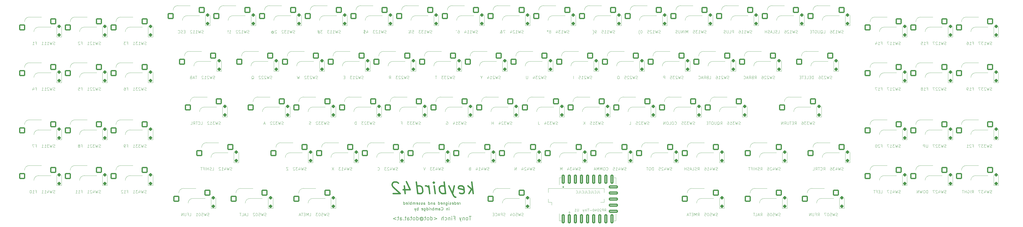
<source format=gbo>
%TF.GenerationSoftware,KiCad,Pcbnew,7.0.9*%
%TF.CreationDate,2024-01-24T13:10:45+00:00*%
%TF.ProjectId,keybird42,6b657962-6972-4643-9432-2e6b69636164,2*%
%TF.SameCoordinates,Original*%
%TF.FileFunction,Legend,Bot*%
%TF.FilePolarity,Positive*%
%FSLAX46Y46*%
G04 Gerber Fmt 4.6, Leading zero omitted, Abs format (unit mm)*
G04 Created by KiCad (PCBNEW 7.0.9) date 2024-01-24 13:10:45*
%MOMM*%
%LPD*%
G01*
G04 APERTURE LIST*
G04 Aperture macros list*
%AMRoundRect*
0 Rectangle with rounded corners*
0 $1 Rounding radius*
0 $2 $3 $4 $5 $6 $7 $8 $9 X,Y pos of 4 corners*
0 Add a 4 corners polygon primitive as box body*
4,1,4,$2,$3,$4,$5,$6,$7,$8,$9,$2,$3,0*
0 Add four circle primitives for the rounded corners*
1,1,$1+$1,$2,$3*
1,1,$1+$1,$4,$5*
1,1,$1+$1,$6,$7*
1,1,$1+$1,$8,$9*
0 Add four rect primitives between the rounded corners*
20,1,$1+$1,$2,$3,$4,$5,0*
20,1,$1+$1,$4,$5,$6,$7,0*
20,1,$1+$1,$6,$7,$8,$9,0*
20,1,$1+$1,$8,$9,$2,$3,0*%
G04 Aperture macros list end*
%ADD10C,0.100000*%
%ADD11C,0.148828*%
%ADD12C,0.198438*%
%ADD13C,0.595313*%
%ADD14C,0.119063*%
%ADD15C,0.125000*%
%ADD16C,0.120000*%
%ADD17C,0.304000*%
%ADD18RoundRect,0.350000X0.350000X-0.350000X0.350000X0.350000X-0.350000X0.350000X-0.350000X-0.350000X0*%
%ADD19C,1.750000*%
%ADD20C,3.050000*%
%ADD21C,4.000000*%
%ADD22RoundRect,0.250000X-1.025000X-1.000000X1.025000X-1.000000X1.025000X1.000000X-1.025000X1.000000X0*%
%ADD23C,3.048000*%
%ADD24C,3.987800*%
%ADD25RoundRect,0.254000X-0.381000X-1.651000X0.381000X-1.651000X0.381000X1.651000X-0.381000X1.651000X0*%
%ADD26RoundRect,0.254000X1.651000X-0.381000X1.651000X0.381000X-1.651000X0.381000X-1.651000X-0.381000X0*%
%ADD27RoundRect,0.254000X0.381000X1.651000X-0.381000X1.651000X-0.381000X-1.651000X0.381000X-1.651000X0*%
%ADD28R,0.300000X1.300000*%
%ADD29R,1.800000X2.200000*%
G04 APERTURE END LIST*
D10*
X266705938Y-98874690D02*
X266705938Y-99588975D01*
X266705938Y-99588975D02*
X266753557Y-99731832D01*
X266753557Y-99731832D02*
X266848795Y-99827071D01*
X266848795Y-99827071D02*
X266991652Y-99874690D01*
X266991652Y-99874690D02*
X267086890Y-99874690D01*
X265753557Y-99874690D02*
X266229747Y-99874690D01*
X266229747Y-99874690D02*
X266229747Y-98874690D01*
X264848795Y-99779451D02*
X264896414Y-99827071D01*
X264896414Y-99827071D02*
X265039271Y-99874690D01*
X265039271Y-99874690D02*
X265134509Y-99874690D01*
X265134509Y-99874690D02*
X265277366Y-99827071D01*
X265277366Y-99827071D02*
X265372604Y-99731832D01*
X265372604Y-99731832D02*
X265420223Y-99636594D01*
X265420223Y-99636594D02*
X265467842Y-99446118D01*
X265467842Y-99446118D02*
X265467842Y-99303261D01*
X265467842Y-99303261D02*
X265420223Y-99112785D01*
X265420223Y-99112785D02*
X265372604Y-99017547D01*
X265372604Y-99017547D02*
X265277366Y-98922309D01*
X265277366Y-98922309D02*
X265134509Y-98874690D01*
X265134509Y-98874690D02*
X265039271Y-98874690D01*
X265039271Y-98874690D02*
X264896414Y-98922309D01*
X264896414Y-98922309D02*
X264848795Y-98969928D01*
X264134509Y-98874690D02*
X264134509Y-99588975D01*
X264134509Y-99588975D02*
X264182128Y-99731832D01*
X264182128Y-99731832D02*
X264277366Y-99827071D01*
X264277366Y-99827071D02*
X264420223Y-99874690D01*
X264420223Y-99874690D02*
X264515461Y-99874690D01*
X263182128Y-99874690D02*
X263658318Y-99874690D01*
X263658318Y-99874690D02*
X263658318Y-98874690D01*
X262277366Y-99779451D02*
X262324985Y-99827071D01*
X262324985Y-99827071D02*
X262467842Y-99874690D01*
X262467842Y-99874690D02*
X262563080Y-99874690D01*
X262563080Y-99874690D02*
X262705937Y-99827071D01*
X262705937Y-99827071D02*
X262801175Y-99731832D01*
X262801175Y-99731832D02*
X262848794Y-99636594D01*
X262848794Y-99636594D02*
X262896413Y-99446118D01*
X262896413Y-99446118D02*
X262896413Y-99303261D01*
X262896413Y-99303261D02*
X262848794Y-99112785D01*
X262848794Y-99112785D02*
X262801175Y-99017547D01*
X262801175Y-99017547D02*
X262705937Y-98922309D01*
X262705937Y-98922309D02*
X262563080Y-98874690D01*
X262563080Y-98874690D02*
X262467842Y-98874690D01*
X262467842Y-98874690D02*
X262324985Y-98922309D01*
X262324985Y-98922309D02*
X262277366Y-98969928D01*
X261563080Y-98874690D02*
X261563080Y-99588975D01*
X261563080Y-99588975D02*
X261610699Y-99731832D01*
X261610699Y-99731832D02*
X261705937Y-99827071D01*
X261705937Y-99827071D02*
X261848794Y-99874690D01*
X261848794Y-99874690D02*
X261944032Y-99874690D01*
X260610699Y-99874690D02*
X261086889Y-99874690D01*
X261086889Y-99874690D02*
X261086889Y-98874690D01*
X259705937Y-99779451D02*
X259753556Y-99827071D01*
X259753556Y-99827071D02*
X259896413Y-99874690D01*
X259896413Y-99874690D02*
X259991651Y-99874690D01*
X259991651Y-99874690D02*
X260134508Y-99827071D01*
X260134508Y-99827071D02*
X260229746Y-99731832D01*
X260229746Y-99731832D02*
X260277365Y-99636594D01*
X260277365Y-99636594D02*
X260324984Y-99446118D01*
X260324984Y-99446118D02*
X260324984Y-99303261D01*
X260324984Y-99303261D02*
X260277365Y-99112785D01*
X260277365Y-99112785D02*
X260229746Y-99017547D01*
X260229746Y-99017547D02*
X260134508Y-98922309D01*
X260134508Y-98922309D02*
X259991651Y-98874690D01*
X259991651Y-98874690D02*
X259896413Y-98874690D01*
X259896413Y-98874690D02*
X259753556Y-98922309D01*
X259753556Y-98922309D02*
X259705937Y-98969928D01*
X258991651Y-98874690D02*
X258991651Y-99588975D01*
X258991651Y-99588975D02*
X259039270Y-99731832D01*
X259039270Y-99731832D02*
X259134508Y-99827071D01*
X259134508Y-99827071D02*
X259277365Y-99874690D01*
X259277365Y-99874690D02*
X259372603Y-99874690D01*
X258039270Y-99874690D02*
X258515460Y-99874690D01*
X258515460Y-99874690D02*
X258515460Y-98874690D01*
X257134508Y-99779451D02*
X257182127Y-99827071D01*
X257182127Y-99827071D02*
X257324984Y-99874690D01*
X257324984Y-99874690D02*
X257420222Y-99874690D01*
X257420222Y-99874690D02*
X257563079Y-99827071D01*
X257563079Y-99827071D02*
X257658317Y-99731832D01*
X257658317Y-99731832D02*
X257705936Y-99636594D01*
X257705936Y-99636594D02*
X257753555Y-99446118D01*
X257753555Y-99446118D02*
X257753555Y-99303261D01*
X257753555Y-99303261D02*
X257705936Y-99112785D01*
X257705936Y-99112785D02*
X257658317Y-99017547D01*
X257658317Y-99017547D02*
X257563079Y-98922309D01*
X257563079Y-98922309D02*
X257420222Y-98874690D01*
X257420222Y-98874690D02*
X257324984Y-98874690D01*
X257324984Y-98874690D02*
X257182127Y-98922309D01*
X257182127Y-98922309D02*
X257134508Y-98969928D01*
D11*
X208813111Y-104621638D02*
X208813111Y-103827888D01*
X208813111Y-104054674D02*
X208756415Y-103941281D01*
X208756415Y-103941281D02*
X208699719Y-103884584D01*
X208699719Y-103884584D02*
X208586326Y-103827888D01*
X208586326Y-103827888D02*
X208472933Y-103827888D01*
X207622486Y-104564942D02*
X207735879Y-104621638D01*
X207735879Y-104621638D02*
X207962665Y-104621638D01*
X207962665Y-104621638D02*
X208076057Y-104564942D01*
X208076057Y-104564942D02*
X208132754Y-104451549D01*
X208132754Y-104451549D02*
X208132754Y-103997977D01*
X208132754Y-103997977D02*
X208076057Y-103884584D01*
X208076057Y-103884584D02*
X207962665Y-103827888D01*
X207962665Y-103827888D02*
X207735879Y-103827888D01*
X207735879Y-103827888D02*
X207622486Y-103884584D01*
X207622486Y-103884584D02*
X207565790Y-103997977D01*
X207565790Y-103997977D02*
X207565790Y-104111370D01*
X207565790Y-104111370D02*
X208132754Y-104224763D01*
X206545254Y-104621638D02*
X206545254Y-103431013D01*
X206545254Y-104564942D02*
X206658646Y-104621638D01*
X206658646Y-104621638D02*
X206885432Y-104621638D01*
X206885432Y-104621638D02*
X206998825Y-104564942D01*
X206998825Y-104564942D02*
X207055521Y-104508245D01*
X207055521Y-104508245D02*
X207112218Y-104394852D01*
X207112218Y-104394852D02*
X207112218Y-104054674D01*
X207112218Y-104054674D02*
X207055521Y-103941281D01*
X207055521Y-103941281D02*
X206998825Y-103884584D01*
X206998825Y-103884584D02*
X206885432Y-103827888D01*
X206885432Y-103827888D02*
X206658646Y-103827888D01*
X206658646Y-103827888D02*
X206545254Y-103884584D01*
X205524718Y-104564942D02*
X205638111Y-104621638D01*
X205638111Y-104621638D02*
X205864897Y-104621638D01*
X205864897Y-104621638D02*
X205978289Y-104564942D01*
X205978289Y-104564942D02*
X206034986Y-104451549D01*
X206034986Y-104451549D02*
X206034986Y-103997977D01*
X206034986Y-103997977D02*
X205978289Y-103884584D01*
X205978289Y-103884584D02*
X205864897Y-103827888D01*
X205864897Y-103827888D02*
X205638111Y-103827888D01*
X205638111Y-103827888D02*
X205524718Y-103884584D01*
X205524718Y-103884584D02*
X205468022Y-103997977D01*
X205468022Y-103997977D02*
X205468022Y-104111370D01*
X205468022Y-104111370D02*
X206034986Y-104224763D01*
X205014450Y-104564942D02*
X204901057Y-104621638D01*
X204901057Y-104621638D02*
X204674271Y-104621638D01*
X204674271Y-104621638D02*
X204560878Y-104564942D01*
X204560878Y-104564942D02*
X204504182Y-104451549D01*
X204504182Y-104451549D02*
X204504182Y-104394852D01*
X204504182Y-104394852D02*
X204560878Y-104281459D01*
X204560878Y-104281459D02*
X204674271Y-104224763D01*
X204674271Y-104224763D02*
X204844361Y-104224763D01*
X204844361Y-104224763D02*
X204957753Y-104168067D01*
X204957753Y-104168067D02*
X205014450Y-104054674D01*
X205014450Y-104054674D02*
X205014450Y-103997977D01*
X205014450Y-103997977D02*
X204957753Y-103884584D01*
X204957753Y-103884584D02*
X204844361Y-103827888D01*
X204844361Y-103827888D02*
X204674271Y-103827888D01*
X204674271Y-103827888D02*
X204560878Y-103884584D01*
X203993914Y-104621638D02*
X203993914Y-103827888D01*
X203993914Y-103431013D02*
X204050611Y-103487709D01*
X204050611Y-103487709D02*
X203993914Y-103544406D01*
X203993914Y-103544406D02*
X203937218Y-103487709D01*
X203937218Y-103487709D02*
X203993914Y-103431013D01*
X203993914Y-103431013D02*
X203993914Y-103544406D01*
X202916683Y-103827888D02*
X202916683Y-104791727D01*
X202916683Y-104791727D02*
X202973379Y-104905120D01*
X202973379Y-104905120D02*
X203030075Y-104961817D01*
X203030075Y-104961817D02*
X203143468Y-105018513D01*
X203143468Y-105018513D02*
X203313558Y-105018513D01*
X203313558Y-105018513D02*
X203426950Y-104961817D01*
X202916683Y-104564942D02*
X203030075Y-104621638D01*
X203030075Y-104621638D02*
X203256861Y-104621638D01*
X203256861Y-104621638D02*
X203370254Y-104564942D01*
X203370254Y-104564942D02*
X203426950Y-104508245D01*
X203426950Y-104508245D02*
X203483647Y-104394852D01*
X203483647Y-104394852D02*
X203483647Y-104054674D01*
X203483647Y-104054674D02*
X203426950Y-103941281D01*
X203426950Y-103941281D02*
X203370254Y-103884584D01*
X203370254Y-103884584D02*
X203256861Y-103827888D01*
X203256861Y-103827888D02*
X203030075Y-103827888D01*
X203030075Y-103827888D02*
X202916683Y-103884584D01*
X202349718Y-103827888D02*
X202349718Y-104621638D01*
X202349718Y-103941281D02*
X202293022Y-103884584D01*
X202293022Y-103884584D02*
X202179629Y-103827888D01*
X202179629Y-103827888D02*
X202009540Y-103827888D01*
X202009540Y-103827888D02*
X201896147Y-103884584D01*
X201896147Y-103884584D02*
X201839451Y-103997977D01*
X201839451Y-103997977D02*
X201839451Y-104621638D01*
X200818915Y-104564942D02*
X200932308Y-104621638D01*
X200932308Y-104621638D02*
X201159094Y-104621638D01*
X201159094Y-104621638D02*
X201272486Y-104564942D01*
X201272486Y-104564942D02*
X201329183Y-104451549D01*
X201329183Y-104451549D02*
X201329183Y-103997977D01*
X201329183Y-103997977D02*
X201272486Y-103884584D01*
X201272486Y-103884584D02*
X201159094Y-103827888D01*
X201159094Y-103827888D02*
X200932308Y-103827888D01*
X200932308Y-103827888D02*
X200818915Y-103884584D01*
X200818915Y-103884584D02*
X200762219Y-103997977D01*
X200762219Y-103997977D02*
X200762219Y-104111370D01*
X200762219Y-104111370D02*
X201329183Y-104224763D01*
X199741683Y-104621638D02*
X199741683Y-103431013D01*
X199741683Y-104564942D02*
X199855075Y-104621638D01*
X199855075Y-104621638D02*
X200081861Y-104621638D01*
X200081861Y-104621638D02*
X200195254Y-104564942D01*
X200195254Y-104564942D02*
X200251950Y-104508245D01*
X200251950Y-104508245D02*
X200308647Y-104394852D01*
X200308647Y-104394852D02*
X200308647Y-104054674D01*
X200308647Y-104054674D02*
X200251950Y-103941281D01*
X200251950Y-103941281D02*
X200195254Y-103884584D01*
X200195254Y-103884584D02*
X200081861Y-103827888D01*
X200081861Y-103827888D02*
X199855075Y-103827888D01*
X199855075Y-103827888D02*
X199741683Y-103884584D01*
X197757308Y-104621638D02*
X197757308Y-103997977D01*
X197757308Y-103997977D02*
X197814004Y-103884584D01*
X197814004Y-103884584D02*
X197927397Y-103827888D01*
X197927397Y-103827888D02*
X198154183Y-103827888D01*
X198154183Y-103827888D02*
X198267575Y-103884584D01*
X197757308Y-104564942D02*
X197870700Y-104621638D01*
X197870700Y-104621638D02*
X198154183Y-104621638D01*
X198154183Y-104621638D02*
X198267575Y-104564942D01*
X198267575Y-104564942D02*
X198324272Y-104451549D01*
X198324272Y-104451549D02*
X198324272Y-104338156D01*
X198324272Y-104338156D02*
X198267575Y-104224763D01*
X198267575Y-104224763D02*
X198154183Y-104168067D01*
X198154183Y-104168067D02*
X197870700Y-104168067D01*
X197870700Y-104168067D02*
X197757308Y-104111370D01*
X197190343Y-103827888D02*
X197190343Y-104621638D01*
X197190343Y-103941281D02*
X197133647Y-103884584D01*
X197133647Y-103884584D02*
X197020254Y-103827888D01*
X197020254Y-103827888D02*
X196850165Y-103827888D01*
X196850165Y-103827888D02*
X196736772Y-103884584D01*
X196736772Y-103884584D02*
X196680076Y-103997977D01*
X196680076Y-103997977D02*
X196680076Y-104621638D01*
X195602844Y-104621638D02*
X195602844Y-103431013D01*
X195602844Y-104564942D02*
X195716236Y-104621638D01*
X195716236Y-104621638D02*
X195943022Y-104621638D01*
X195943022Y-104621638D02*
X196056415Y-104564942D01*
X196056415Y-104564942D02*
X196113111Y-104508245D01*
X196113111Y-104508245D02*
X196169808Y-104394852D01*
X196169808Y-104394852D02*
X196169808Y-104054674D01*
X196169808Y-104054674D02*
X196113111Y-103941281D01*
X196113111Y-103941281D02*
X196056415Y-103884584D01*
X196056415Y-103884584D02*
X195943022Y-103827888D01*
X195943022Y-103827888D02*
X195716236Y-103827888D01*
X195716236Y-103827888D02*
X195602844Y-103884584D01*
X193618469Y-104621638D02*
X193618469Y-103997977D01*
X193618469Y-103997977D02*
X193675165Y-103884584D01*
X193675165Y-103884584D02*
X193788558Y-103827888D01*
X193788558Y-103827888D02*
X194015344Y-103827888D01*
X194015344Y-103827888D02*
X194128736Y-103884584D01*
X193618469Y-104564942D02*
X193731861Y-104621638D01*
X193731861Y-104621638D02*
X194015344Y-104621638D01*
X194015344Y-104621638D02*
X194128736Y-104564942D01*
X194128736Y-104564942D02*
X194185433Y-104451549D01*
X194185433Y-104451549D02*
X194185433Y-104338156D01*
X194185433Y-104338156D02*
X194128736Y-104224763D01*
X194128736Y-104224763D02*
X194015344Y-104168067D01*
X194015344Y-104168067D02*
X193731861Y-104168067D01*
X193731861Y-104168067D02*
X193618469Y-104111370D01*
X193108201Y-104564942D02*
X192994808Y-104621638D01*
X192994808Y-104621638D02*
X192768022Y-104621638D01*
X192768022Y-104621638D02*
X192654629Y-104564942D01*
X192654629Y-104564942D02*
X192597933Y-104451549D01*
X192597933Y-104451549D02*
X192597933Y-104394852D01*
X192597933Y-104394852D02*
X192654629Y-104281459D01*
X192654629Y-104281459D02*
X192768022Y-104224763D01*
X192768022Y-104224763D02*
X192938112Y-104224763D01*
X192938112Y-104224763D02*
X193051504Y-104168067D01*
X193051504Y-104168067D02*
X193108201Y-104054674D01*
X193108201Y-104054674D02*
X193108201Y-103997977D01*
X193108201Y-103997977D02*
X193051504Y-103884584D01*
X193051504Y-103884584D02*
X192938112Y-103827888D01*
X192938112Y-103827888D02*
X192768022Y-103827888D01*
X192768022Y-103827888D02*
X192654629Y-103884584D01*
X192144362Y-104564942D02*
X192030969Y-104621638D01*
X192030969Y-104621638D02*
X191804183Y-104621638D01*
X191804183Y-104621638D02*
X191690790Y-104564942D01*
X191690790Y-104564942D02*
X191634094Y-104451549D01*
X191634094Y-104451549D02*
X191634094Y-104394852D01*
X191634094Y-104394852D02*
X191690790Y-104281459D01*
X191690790Y-104281459D02*
X191804183Y-104224763D01*
X191804183Y-104224763D02*
X191974273Y-104224763D01*
X191974273Y-104224763D02*
X192087665Y-104168067D01*
X192087665Y-104168067D02*
X192144362Y-104054674D01*
X192144362Y-104054674D02*
X192144362Y-103997977D01*
X192144362Y-103997977D02*
X192087665Y-103884584D01*
X192087665Y-103884584D02*
X191974273Y-103827888D01*
X191974273Y-103827888D02*
X191804183Y-103827888D01*
X191804183Y-103827888D02*
X191690790Y-103884584D01*
X190670255Y-104564942D02*
X190783648Y-104621638D01*
X190783648Y-104621638D02*
X191010434Y-104621638D01*
X191010434Y-104621638D02*
X191123826Y-104564942D01*
X191123826Y-104564942D02*
X191180523Y-104451549D01*
X191180523Y-104451549D02*
X191180523Y-103997977D01*
X191180523Y-103997977D02*
X191123826Y-103884584D01*
X191123826Y-103884584D02*
X191010434Y-103827888D01*
X191010434Y-103827888D02*
X190783648Y-103827888D01*
X190783648Y-103827888D02*
X190670255Y-103884584D01*
X190670255Y-103884584D02*
X190613559Y-103997977D01*
X190613559Y-103997977D02*
X190613559Y-104111370D01*
X190613559Y-104111370D02*
X191180523Y-104224763D01*
X190103290Y-104621638D02*
X190103290Y-103827888D01*
X190103290Y-103941281D02*
X190046594Y-103884584D01*
X190046594Y-103884584D02*
X189933201Y-103827888D01*
X189933201Y-103827888D02*
X189763112Y-103827888D01*
X189763112Y-103827888D02*
X189649719Y-103884584D01*
X189649719Y-103884584D02*
X189593023Y-103997977D01*
X189593023Y-103997977D02*
X189593023Y-104621638D01*
X189593023Y-103997977D02*
X189536326Y-103884584D01*
X189536326Y-103884584D02*
X189422933Y-103827888D01*
X189422933Y-103827888D02*
X189252844Y-103827888D01*
X189252844Y-103827888D02*
X189139451Y-103884584D01*
X189139451Y-103884584D02*
X189082755Y-103997977D01*
X189082755Y-103997977D02*
X189082755Y-104621638D01*
X188515790Y-104621638D02*
X188515790Y-103431013D01*
X188515790Y-103884584D02*
X188402398Y-103827888D01*
X188402398Y-103827888D02*
X188175612Y-103827888D01*
X188175612Y-103827888D02*
X188062219Y-103884584D01*
X188062219Y-103884584D02*
X188005523Y-103941281D01*
X188005523Y-103941281D02*
X187948826Y-104054674D01*
X187948826Y-104054674D02*
X187948826Y-104394852D01*
X187948826Y-104394852D02*
X188005523Y-104508245D01*
X188005523Y-104508245D02*
X188062219Y-104564942D01*
X188062219Y-104564942D02*
X188175612Y-104621638D01*
X188175612Y-104621638D02*
X188402398Y-104621638D01*
X188402398Y-104621638D02*
X188515790Y-104564942D01*
X187268469Y-104621638D02*
X187381862Y-104564942D01*
X187381862Y-104564942D02*
X187438558Y-104451549D01*
X187438558Y-104451549D02*
X187438558Y-103431013D01*
X186361326Y-104564942D02*
X186474719Y-104621638D01*
X186474719Y-104621638D02*
X186701505Y-104621638D01*
X186701505Y-104621638D02*
X186814897Y-104564942D01*
X186814897Y-104564942D02*
X186871594Y-104451549D01*
X186871594Y-104451549D02*
X186871594Y-103997977D01*
X186871594Y-103997977D02*
X186814897Y-103884584D01*
X186814897Y-103884584D02*
X186701505Y-103827888D01*
X186701505Y-103827888D02*
X186474719Y-103827888D01*
X186474719Y-103827888D02*
X186361326Y-103884584D01*
X186361326Y-103884584D02*
X186304630Y-103997977D01*
X186304630Y-103997977D02*
X186304630Y-104111370D01*
X186304630Y-104111370D02*
X186871594Y-104224763D01*
X185284094Y-104621638D02*
X185284094Y-103431013D01*
X185284094Y-104564942D02*
X185397486Y-104621638D01*
X185397486Y-104621638D02*
X185624272Y-104621638D01*
X185624272Y-104621638D02*
X185737665Y-104564942D01*
X185737665Y-104564942D02*
X185794361Y-104508245D01*
X185794361Y-104508245D02*
X185851058Y-104394852D01*
X185851058Y-104394852D02*
X185851058Y-104054674D01*
X185851058Y-104054674D02*
X185794361Y-103941281D01*
X185794361Y-103941281D02*
X185737665Y-103884584D01*
X185737665Y-103884584D02*
X185624272Y-103827888D01*
X185624272Y-103827888D02*
X185397486Y-103827888D01*
X185397486Y-103827888D02*
X185284094Y-103884584D01*
D12*
X213414973Y-109531432D02*
X212507830Y-109531432D01*
X212961402Y-111118932D02*
X212961402Y-109531432D01*
X211751878Y-111118932D02*
X211903068Y-111043337D01*
X211903068Y-111043337D02*
X211978663Y-110967741D01*
X211978663Y-110967741D02*
X212054259Y-110816551D01*
X212054259Y-110816551D02*
X212054259Y-110362979D01*
X212054259Y-110362979D02*
X211978663Y-110211789D01*
X211978663Y-110211789D02*
X211903068Y-110136194D01*
X211903068Y-110136194D02*
X211751878Y-110060598D01*
X211751878Y-110060598D02*
X211525092Y-110060598D01*
X211525092Y-110060598D02*
X211373901Y-110136194D01*
X211373901Y-110136194D02*
X211298306Y-110211789D01*
X211298306Y-110211789D02*
X211222711Y-110362979D01*
X211222711Y-110362979D02*
X211222711Y-110816551D01*
X211222711Y-110816551D02*
X211298306Y-110967741D01*
X211298306Y-110967741D02*
X211373901Y-111043337D01*
X211373901Y-111043337D02*
X211525092Y-111118932D01*
X211525092Y-111118932D02*
X211751878Y-111118932D01*
X210542353Y-110060598D02*
X210542353Y-111118932D01*
X210542353Y-110211789D02*
X210466758Y-110136194D01*
X210466758Y-110136194D02*
X210315568Y-110060598D01*
X210315568Y-110060598D02*
X210088782Y-110060598D01*
X210088782Y-110060598D02*
X209937591Y-110136194D01*
X209937591Y-110136194D02*
X209861996Y-110287384D01*
X209861996Y-110287384D02*
X209861996Y-111118932D01*
X209257234Y-110060598D02*
X208879258Y-111118932D01*
X208501281Y-110060598D02*
X208879258Y-111118932D01*
X208879258Y-111118932D02*
X209030448Y-111496908D01*
X209030448Y-111496908D02*
X209106043Y-111572503D01*
X209106043Y-111572503D02*
X209257234Y-111648098D01*
X206157829Y-110287384D02*
X206686995Y-110287384D01*
X206686995Y-111118932D02*
X206686995Y-109531432D01*
X206686995Y-109531432D02*
X205931043Y-109531432D01*
X205326281Y-111118932D02*
X205326281Y-110060598D01*
X205326281Y-109531432D02*
X205401877Y-109607027D01*
X205401877Y-109607027D02*
X205326281Y-109682622D01*
X205326281Y-109682622D02*
X205250686Y-109607027D01*
X205250686Y-109607027D02*
X205326281Y-109531432D01*
X205326281Y-109531432D02*
X205326281Y-109682622D01*
X204570329Y-110060598D02*
X204570329Y-111118932D01*
X204570329Y-110211789D02*
X204494734Y-110136194D01*
X204494734Y-110136194D02*
X204343544Y-110060598D01*
X204343544Y-110060598D02*
X204116758Y-110060598D01*
X204116758Y-110060598D02*
X203965567Y-110136194D01*
X203965567Y-110136194D02*
X203889972Y-110287384D01*
X203889972Y-110287384D02*
X203889972Y-111118932D01*
X202453662Y-111043337D02*
X202604853Y-111118932D01*
X202604853Y-111118932D02*
X202907234Y-111118932D01*
X202907234Y-111118932D02*
X203058424Y-111043337D01*
X203058424Y-111043337D02*
X203134019Y-110967741D01*
X203134019Y-110967741D02*
X203209615Y-110816551D01*
X203209615Y-110816551D02*
X203209615Y-110362979D01*
X203209615Y-110362979D02*
X203134019Y-110211789D01*
X203134019Y-110211789D02*
X203058424Y-110136194D01*
X203058424Y-110136194D02*
X202907234Y-110060598D01*
X202907234Y-110060598D02*
X202604853Y-110060598D01*
X202604853Y-110060598D02*
X202453662Y-110136194D01*
X201773305Y-111118932D02*
X201773305Y-109531432D01*
X201092948Y-111118932D02*
X201092948Y-110287384D01*
X201092948Y-110287384D02*
X201168543Y-110136194D01*
X201168543Y-110136194D02*
X201319734Y-110060598D01*
X201319734Y-110060598D02*
X201546520Y-110060598D01*
X201546520Y-110060598D02*
X201697710Y-110136194D01*
X201697710Y-110136194D02*
X201773305Y-110211789D01*
X197917948Y-110060598D02*
X199127471Y-110514170D01*
X199127471Y-110514170D02*
X197917948Y-110967741D01*
X196481638Y-111118932D02*
X196481638Y-109531432D01*
X196481638Y-111043337D02*
X196632829Y-111118932D01*
X196632829Y-111118932D02*
X196935210Y-111118932D01*
X196935210Y-111118932D02*
X197086400Y-111043337D01*
X197086400Y-111043337D02*
X197161995Y-110967741D01*
X197161995Y-110967741D02*
X197237591Y-110816551D01*
X197237591Y-110816551D02*
X197237591Y-110362979D01*
X197237591Y-110362979D02*
X197161995Y-110211789D01*
X197161995Y-110211789D02*
X197086400Y-110136194D01*
X197086400Y-110136194D02*
X196935210Y-110060598D01*
X196935210Y-110060598D02*
X196632829Y-110060598D01*
X196632829Y-110060598D02*
X196481638Y-110136194D01*
X195498900Y-111118932D02*
X195650090Y-111043337D01*
X195650090Y-111043337D02*
X195725685Y-110967741D01*
X195725685Y-110967741D02*
X195801281Y-110816551D01*
X195801281Y-110816551D02*
X195801281Y-110362979D01*
X195801281Y-110362979D02*
X195725685Y-110211789D01*
X195725685Y-110211789D02*
X195650090Y-110136194D01*
X195650090Y-110136194D02*
X195498900Y-110060598D01*
X195498900Y-110060598D02*
X195272114Y-110060598D01*
X195272114Y-110060598D02*
X195120923Y-110136194D01*
X195120923Y-110136194D02*
X195045328Y-110211789D01*
X195045328Y-110211789D02*
X194969733Y-110362979D01*
X194969733Y-110362979D02*
X194969733Y-110816551D01*
X194969733Y-110816551D02*
X195045328Y-110967741D01*
X195045328Y-110967741D02*
X195120923Y-111043337D01*
X195120923Y-111043337D02*
X195272114Y-111118932D01*
X195272114Y-111118932D02*
X195498900Y-111118932D01*
X194516161Y-110060598D02*
X193911399Y-110060598D01*
X194289375Y-109531432D02*
X194289375Y-110892146D01*
X194289375Y-110892146D02*
X194213780Y-111043337D01*
X194213780Y-111043337D02*
X194062590Y-111118932D01*
X194062590Y-111118932D02*
X193911399Y-111118932D01*
X192399494Y-110362979D02*
X192475089Y-110287384D01*
X192475089Y-110287384D02*
X192626280Y-110211789D01*
X192626280Y-110211789D02*
X192777470Y-110211789D01*
X192777470Y-110211789D02*
X192928661Y-110287384D01*
X192928661Y-110287384D02*
X193004256Y-110362979D01*
X193004256Y-110362979D02*
X193079851Y-110514170D01*
X193079851Y-110514170D02*
X193079851Y-110665360D01*
X193079851Y-110665360D02*
X193004256Y-110816551D01*
X193004256Y-110816551D02*
X192928661Y-110892146D01*
X192928661Y-110892146D02*
X192777470Y-110967741D01*
X192777470Y-110967741D02*
X192626280Y-110967741D01*
X192626280Y-110967741D02*
X192475089Y-110892146D01*
X192475089Y-110892146D02*
X192399494Y-110816551D01*
X192399494Y-110211789D02*
X192399494Y-110816551D01*
X192399494Y-110816551D02*
X192323899Y-110892146D01*
X192323899Y-110892146D02*
X192248304Y-110892146D01*
X192248304Y-110892146D02*
X192097113Y-110816551D01*
X192097113Y-110816551D02*
X192021518Y-110665360D01*
X192021518Y-110665360D02*
X192021518Y-110287384D01*
X192021518Y-110287384D02*
X192172709Y-110060598D01*
X192172709Y-110060598D02*
X192399494Y-109909408D01*
X192399494Y-109909408D02*
X192701875Y-109833813D01*
X192701875Y-109833813D02*
X193004256Y-109909408D01*
X193004256Y-109909408D02*
X193231042Y-110060598D01*
X193231042Y-110060598D02*
X193382232Y-110287384D01*
X193382232Y-110287384D02*
X193457828Y-110589765D01*
X193457828Y-110589765D02*
X193382232Y-110892146D01*
X193382232Y-110892146D02*
X193231042Y-111118932D01*
X193231042Y-111118932D02*
X193004256Y-111270122D01*
X193004256Y-111270122D02*
X192701875Y-111345717D01*
X192701875Y-111345717D02*
X192399494Y-111270122D01*
X192399494Y-111270122D02*
X192172709Y-111118932D01*
X190660804Y-111118932D02*
X190660804Y-109531432D01*
X190660804Y-111043337D02*
X190811995Y-111118932D01*
X190811995Y-111118932D02*
X191114376Y-111118932D01*
X191114376Y-111118932D02*
X191265566Y-111043337D01*
X191265566Y-111043337D02*
X191341161Y-110967741D01*
X191341161Y-110967741D02*
X191416757Y-110816551D01*
X191416757Y-110816551D02*
X191416757Y-110362979D01*
X191416757Y-110362979D02*
X191341161Y-110211789D01*
X191341161Y-110211789D02*
X191265566Y-110136194D01*
X191265566Y-110136194D02*
X191114376Y-110060598D01*
X191114376Y-110060598D02*
X190811995Y-110060598D01*
X190811995Y-110060598D02*
X190660804Y-110136194D01*
X189678066Y-111118932D02*
X189829256Y-111043337D01*
X189829256Y-111043337D02*
X189904851Y-110967741D01*
X189904851Y-110967741D02*
X189980447Y-110816551D01*
X189980447Y-110816551D02*
X189980447Y-110362979D01*
X189980447Y-110362979D02*
X189904851Y-110211789D01*
X189904851Y-110211789D02*
X189829256Y-110136194D01*
X189829256Y-110136194D02*
X189678066Y-110060598D01*
X189678066Y-110060598D02*
X189451280Y-110060598D01*
X189451280Y-110060598D02*
X189300089Y-110136194D01*
X189300089Y-110136194D02*
X189224494Y-110211789D01*
X189224494Y-110211789D02*
X189148899Y-110362979D01*
X189148899Y-110362979D02*
X189148899Y-110816551D01*
X189148899Y-110816551D02*
X189224494Y-110967741D01*
X189224494Y-110967741D02*
X189300089Y-111043337D01*
X189300089Y-111043337D02*
X189451280Y-111118932D01*
X189451280Y-111118932D02*
X189678066Y-111118932D01*
X188695327Y-110060598D02*
X188090565Y-110060598D01*
X188468541Y-109531432D02*
X188468541Y-110892146D01*
X188468541Y-110892146D02*
X188392946Y-111043337D01*
X188392946Y-111043337D02*
X188241756Y-111118932D01*
X188241756Y-111118932D02*
X188090565Y-111118932D01*
X186881041Y-111118932D02*
X186881041Y-110287384D01*
X186881041Y-110287384D02*
X186956636Y-110136194D01*
X186956636Y-110136194D02*
X187107827Y-110060598D01*
X187107827Y-110060598D02*
X187410208Y-110060598D01*
X187410208Y-110060598D02*
X187561398Y-110136194D01*
X186881041Y-111043337D02*
X187032232Y-111118932D01*
X187032232Y-111118932D02*
X187410208Y-111118932D01*
X187410208Y-111118932D02*
X187561398Y-111043337D01*
X187561398Y-111043337D02*
X187636994Y-110892146D01*
X187636994Y-110892146D02*
X187636994Y-110740956D01*
X187636994Y-110740956D02*
X187561398Y-110589765D01*
X187561398Y-110589765D02*
X187410208Y-110514170D01*
X187410208Y-110514170D02*
X187032232Y-110514170D01*
X187032232Y-110514170D02*
X186881041Y-110438575D01*
X186351874Y-110060598D02*
X185747112Y-110060598D01*
X186125088Y-109531432D02*
X186125088Y-110892146D01*
X186125088Y-110892146D02*
X186049493Y-111043337D01*
X186049493Y-111043337D02*
X185898303Y-111118932D01*
X185898303Y-111118932D02*
X185747112Y-111118932D01*
X185217945Y-110967741D02*
X185142350Y-111043337D01*
X185142350Y-111043337D02*
X185217945Y-111118932D01*
X185217945Y-111118932D02*
X185293541Y-111043337D01*
X185293541Y-111043337D02*
X185217945Y-110967741D01*
X185217945Y-110967741D02*
X185217945Y-111118932D01*
X183781636Y-111118932D02*
X183781636Y-110287384D01*
X183781636Y-110287384D02*
X183857231Y-110136194D01*
X183857231Y-110136194D02*
X184008422Y-110060598D01*
X184008422Y-110060598D02*
X184310803Y-110060598D01*
X184310803Y-110060598D02*
X184461993Y-110136194D01*
X183781636Y-111043337D02*
X183932827Y-111118932D01*
X183932827Y-111118932D02*
X184310803Y-111118932D01*
X184310803Y-111118932D02*
X184461993Y-111043337D01*
X184461993Y-111043337D02*
X184537589Y-110892146D01*
X184537589Y-110892146D02*
X184537589Y-110740956D01*
X184537589Y-110740956D02*
X184461993Y-110589765D01*
X184461993Y-110589765D02*
X184310803Y-110514170D01*
X184310803Y-110514170D02*
X183932827Y-110514170D01*
X183932827Y-110514170D02*
X183781636Y-110438575D01*
X183252469Y-110060598D02*
X182647707Y-110060598D01*
X183025683Y-109531432D02*
X183025683Y-110892146D01*
X183025683Y-110892146D02*
X182950088Y-111043337D01*
X182950088Y-111043337D02*
X182798898Y-111118932D01*
X182798898Y-111118932D02*
X182647707Y-111118932D01*
X182118540Y-110060598D02*
X180909017Y-110514170D01*
X180909017Y-110514170D02*
X182118540Y-110967741D01*
D11*
X204192352Y-107002890D02*
X204192352Y-106209140D01*
X204192352Y-105812265D02*
X204249049Y-105868961D01*
X204249049Y-105868961D02*
X204192352Y-105925658D01*
X204192352Y-105925658D02*
X204135656Y-105868961D01*
X204135656Y-105868961D02*
X204192352Y-105812265D01*
X204192352Y-105812265D02*
X204192352Y-105925658D01*
X203625388Y-106209140D02*
X203625388Y-107002890D01*
X203625388Y-106322533D02*
X203568692Y-106265836D01*
X203568692Y-106265836D02*
X203455299Y-106209140D01*
X203455299Y-106209140D02*
X203285210Y-106209140D01*
X203285210Y-106209140D02*
X203171817Y-106265836D01*
X203171817Y-106265836D02*
X203115121Y-106379229D01*
X203115121Y-106379229D02*
X203115121Y-107002890D01*
X200960656Y-106889497D02*
X201017353Y-106946194D01*
X201017353Y-106946194D02*
X201187442Y-107002890D01*
X201187442Y-107002890D02*
X201300835Y-107002890D01*
X201300835Y-107002890D02*
X201470924Y-106946194D01*
X201470924Y-106946194D02*
X201584317Y-106832801D01*
X201584317Y-106832801D02*
X201641013Y-106719408D01*
X201641013Y-106719408D02*
X201697710Y-106492622D01*
X201697710Y-106492622D02*
X201697710Y-106322533D01*
X201697710Y-106322533D02*
X201641013Y-106095747D01*
X201641013Y-106095747D02*
X201584317Y-105982354D01*
X201584317Y-105982354D02*
X201470924Y-105868961D01*
X201470924Y-105868961D02*
X201300835Y-105812265D01*
X201300835Y-105812265D02*
X201187442Y-105812265D01*
X201187442Y-105812265D02*
X201017353Y-105868961D01*
X201017353Y-105868961D02*
X200960656Y-105925658D01*
X199940121Y-107002890D02*
X199940121Y-106379229D01*
X199940121Y-106379229D02*
X199996817Y-106265836D01*
X199996817Y-106265836D02*
X200110210Y-106209140D01*
X200110210Y-106209140D02*
X200336996Y-106209140D01*
X200336996Y-106209140D02*
X200450388Y-106265836D01*
X199940121Y-106946194D02*
X200053513Y-107002890D01*
X200053513Y-107002890D02*
X200336996Y-107002890D01*
X200336996Y-107002890D02*
X200450388Y-106946194D01*
X200450388Y-106946194D02*
X200507085Y-106832801D01*
X200507085Y-106832801D02*
X200507085Y-106719408D01*
X200507085Y-106719408D02*
X200450388Y-106606015D01*
X200450388Y-106606015D02*
X200336996Y-106549319D01*
X200336996Y-106549319D02*
X200053513Y-106549319D01*
X200053513Y-106549319D02*
X199940121Y-106492622D01*
X199373156Y-107002890D02*
X199373156Y-106209140D01*
X199373156Y-106322533D02*
X199316460Y-106265836D01*
X199316460Y-106265836D02*
X199203067Y-106209140D01*
X199203067Y-106209140D02*
X199032978Y-106209140D01*
X199032978Y-106209140D02*
X198919585Y-106265836D01*
X198919585Y-106265836D02*
X198862889Y-106379229D01*
X198862889Y-106379229D02*
X198862889Y-107002890D01*
X198862889Y-106379229D02*
X198806192Y-106265836D01*
X198806192Y-106265836D02*
X198692799Y-106209140D01*
X198692799Y-106209140D02*
X198522710Y-106209140D01*
X198522710Y-106209140D02*
X198409317Y-106265836D01*
X198409317Y-106265836D02*
X198352621Y-106379229D01*
X198352621Y-106379229D02*
X198352621Y-107002890D01*
X197785656Y-107002890D02*
X197785656Y-105812265D01*
X197785656Y-106265836D02*
X197672264Y-106209140D01*
X197672264Y-106209140D02*
X197445478Y-106209140D01*
X197445478Y-106209140D02*
X197332085Y-106265836D01*
X197332085Y-106265836D02*
X197275389Y-106322533D01*
X197275389Y-106322533D02*
X197218692Y-106435926D01*
X197218692Y-106435926D02*
X197218692Y-106776104D01*
X197218692Y-106776104D02*
X197275389Y-106889497D01*
X197275389Y-106889497D02*
X197332085Y-106946194D01*
X197332085Y-106946194D02*
X197445478Y-107002890D01*
X197445478Y-107002890D02*
X197672264Y-107002890D01*
X197672264Y-107002890D02*
X197785656Y-106946194D01*
X196708424Y-107002890D02*
X196708424Y-106209140D01*
X196708424Y-106435926D02*
X196651728Y-106322533D01*
X196651728Y-106322533D02*
X196595032Y-106265836D01*
X196595032Y-106265836D02*
X196481639Y-106209140D01*
X196481639Y-106209140D02*
X196368246Y-106209140D01*
X195971370Y-107002890D02*
X195971370Y-106209140D01*
X195971370Y-105812265D02*
X196028067Y-105868961D01*
X196028067Y-105868961D02*
X195971370Y-105925658D01*
X195971370Y-105925658D02*
X195914674Y-105868961D01*
X195914674Y-105868961D02*
X195971370Y-105812265D01*
X195971370Y-105812265D02*
X195971370Y-105925658D01*
X194894139Y-107002890D02*
X194894139Y-105812265D01*
X194894139Y-106946194D02*
X195007531Y-107002890D01*
X195007531Y-107002890D02*
X195234317Y-107002890D01*
X195234317Y-107002890D02*
X195347710Y-106946194D01*
X195347710Y-106946194D02*
X195404406Y-106889497D01*
X195404406Y-106889497D02*
X195461103Y-106776104D01*
X195461103Y-106776104D02*
X195461103Y-106435926D01*
X195461103Y-106435926D02*
X195404406Y-106322533D01*
X195404406Y-106322533D02*
X195347710Y-106265836D01*
X195347710Y-106265836D02*
X195234317Y-106209140D01*
X195234317Y-106209140D02*
X195007531Y-106209140D01*
X195007531Y-106209140D02*
X194894139Y-106265836D01*
X193816907Y-106209140D02*
X193816907Y-107172979D01*
X193816907Y-107172979D02*
X193873603Y-107286372D01*
X193873603Y-107286372D02*
X193930299Y-107343069D01*
X193930299Y-107343069D02*
X194043692Y-107399765D01*
X194043692Y-107399765D02*
X194213782Y-107399765D01*
X194213782Y-107399765D02*
X194327174Y-107343069D01*
X193816907Y-106946194D02*
X193930299Y-107002890D01*
X193930299Y-107002890D02*
X194157085Y-107002890D01*
X194157085Y-107002890D02*
X194270478Y-106946194D01*
X194270478Y-106946194D02*
X194327174Y-106889497D01*
X194327174Y-106889497D02*
X194383871Y-106776104D01*
X194383871Y-106776104D02*
X194383871Y-106435926D01*
X194383871Y-106435926D02*
X194327174Y-106322533D01*
X194327174Y-106322533D02*
X194270478Y-106265836D01*
X194270478Y-106265836D02*
X194157085Y-106209140D01*
X194157085Y-106209140D02*
X193930299Y-106209140D01*
X193930299Y-106209140D02*
X193816907Y-106265836D01*
X192796371Y-106946194D02*
X192909764Y-107002890D01*
X192909764Y-107002890D02*
X193136550Y-107002890D01*
X193136550Y-107002890D02*
X193249942Y-106946194D01*
X193249942Y-106946194D02*
X193306639Y-106832801D01*
X193306639Y-106832801D02*
X193306639Y-106379229D01*
X193306639Y-106379229D02*
X193249942Y-106265836D01*
X193249942Y-106265836D02*
X193136550Y-106209140D01*
X193136550Y-106209140D02*
X192909764Y-106209140D01*
X192909764Y-106209140D02*
X192796371Y-106265836D01*
X192796371Y-106265836D02*
X192739675Y-106379229D01*
X192739675Y-106379229D02*
X192739675Y-106492622D01*
X192739675Y-106492622D02*
X193306639Y-106606015D01*
X191322263Y-107002890D02*
X191322263Y-105812265D01*
X191322263Y-106265836D02*
X191208871Y-106209140D01*
X191208871Y-106209140D02*
X190982085Y-106209140D01*
X190982085Y-106209140D02*
X190868692Y-106265836D01*
X190868692Y-106265836D02*
X190811996Y-106322533D01*
X190811996Y-106322533D02*
X190755299Y-106435926D01*
X190755299Y-106435926D02*
X190755299Y-106776104D01*
X190755299Y-106776104D02*
X190811996Y-106889497D01*
X190811996Y-106889497D02*
X190868692Y-106946194D01*
X190868692Y-106946194D02*
X190982085Y-107002890D01*
X190982085Y-107002890D02*
X191208871Y-107002890D01*
X191208871Y-107002890D02*
X191322263Y-106946194D01*
X190358424Y-106209140D02*
X190074942Y-107002890D01*
X189791460Y-106209140D02*
X190074942Y-107002890D01*
X190074942Y-107002890D02*
X190188335Y-107286372D01*
X190188335Y-107286372D02*
X190245031Y-107343069D01*
X190245031Y-107343069D02*
X190358424Y-107399765D01*
D13*
X214227288Y-99994100D02*
X213631976Y-95231600D01*
X213546931Y-98179815D02*
X212413002Y-99994100D01*
X212016127Y-96819100D02*
X214057199Y-98633386D01*
X208529297Y-99767315D02*
X209011217Y-99994100D01*
X209011217Y-99994100D02*
X209918360Y-99994100D01*
X209918360Y-99994100D02*
X210343583Y-99767315D01*
X210343583Y-99767315D02*
X210513672Y-99313743D01*
X210513672Y-99313743D02*
X210286887Y-97499457D01*
X210286887Y-97499457D02*
X210003404Y-97045886D01*
X210003404Y-97045886D02*
X209521485Y-96819100D01*
X209521485Y-96819100D02*
X208614342Y-96819100D01*
X208614342Y-96819100D02*
X208189119Y-97045886D01*
X208189119Y-97045886D02*
X208019029Y-97499457D01*
X208019029Y-97499457D02*
X208075726Y-97953029D01*
X208075726Y-97953029D02*
X210400279Y-98406600D01*
X206346485Y-96819100D02*
X205609431Y-99994100D01*
X204078627Y-96819100D02*
X205609431Y-99994100D01*
X205609431Y-99994100D02*
X206204744Y-101128029D01*
X206204744Y-101128029D02*
X206459877Y-101354815D01*
X206459877Y-101354815D02*
X206941797Y-101581600D01*
X202661217Y-99994100D02*
X202065905Y-95231600D01*
X202292690Y-97045886D02*
X201810771Y-96819100D01*
X201810771Y-96819100D02*
X200903628Y-96819100D01*
X200903628Y-96819100D02*
X200478405Y-97045886D01*
X200478405Y-97045886D02*
X200279967Y-97272672D01*
X200279967Y-97272672D02*
X200109878Y-97726243D01*
X200109878Y-97726243D02*
X200279967Y-99086957D01*
X200279967Y-99086957D02*
X200563449Y-99540529D01*
X200563449Y-99540529D02*
X200818583Y-99767315D01*
X200818583Y-99767315D02*
X201300503Y-99994100D01*
X201300503Y-99994100D02*
X202207646Y-99994100D01*
X202207646Y-99994100D02*
X202632869Y-99767315D01*
X198352288Y-99994100D02*
X197955413Y-96819100D01*
X197756976Y-95231600D02*
X198012110Y-95458386D01*
X198012110Y-95458386D02*
X197813672Y-95685172D01*
X197813672Y-95685172D02*
X197558538Y-95458386D01*
X197558538Y-95458386D02*
X197756976Y-95231600D01*
X197756976Y-95231600D02*
X197813672Y-95685172D01*
X196084431Y-99994100D02*
X195687556Y-96819100D01*
X195800949Y-97726243D02*
X195517467Y-97272672D01*
X195517467Y-97272672D02*
X195262333Y-97045886D01*
X195262333Y-97045886D02*
X194780413Y-96819100D01*
X194780413Y-96819100D02*
X194326842Y-96819100D01*
X191095146Y-99994100D02*
X190499833Y-95231600D01*
X191066798Y-99767315D02*
X191548717Y-99994100D01*
X191548717Y-99994100D02*
X192455860Y-99994100D01*
X192455860Y-99994100D02*
X192881083Y-99767315D01*
X192881083Y-99767315D02*
X193079521Y-99540529D01*
X193079521Y-99540529D02*
X193249610Y-99086957D01*
X193249610Y-99086957D02*
X193079521Y-97726243D01*
X193079521Y-97726243D02*
X192796039Y-97272672D01*
X192796039Y-97272672D02*
X192540905Y-97045886D01*
X192540905Y-97045886D02*
X192058985Y-96819100D01*
X192058985Y-96819100D02*
X191151842Y-96819100D01*
X191151842Y-96819100D02*
X190726619Y-97045886D01*
X185482199Y-96819100D02*
X185879074Y-99994100D01*
X186389342Y-95004815D02*
X187948493Y-98406600D01*
X187948493Y-98406600D02*
X185000279Y-98406600D01*
X183072601Y-95685172D02*
X182817467Y-95458386D01*
X182817467Y-95458386D02*
X182335547Y-95231600D01*
X182335547Y-95231600D02*
X181201619Y-95231600D01*
X181201619Y-95231600D02*
X180776395Y-95458386D01*
X180776395Y-95458386D02*
X180577958Y-95685172D01*
X180577958Y-95685172D02*
X180407869Y-96138743D01*
X180407869Y-96138743D02*
X180464565Y-96592315D01*
X180464565Y-96592315D02*
X180776395Y-97272672D01*
X180776395Y-97272672D02*
X183838003Y-99994100D01*
X183838003Y-99994100D02*
X180889788Y-99994100D01*
D14*
X177959974Y-33126918D02*
X177789885Y-33183614D01*
X177789885Y-33183614D02*
X177506402Y-33183614D01*
X177506402Y-33183614D02*
X177393010Y-33126918D01*
X177393010Y-33126918D02*
X177336313Y-33070221D01*
X177336313Y-33070221D02*
X177279617Y-32956828D01*
X177279617Y-32956828D02*
X177279617Y-32843435D01*
X177279617Y-32843435D02*
X177336313Y-32730043D01*
X177336313Y-32730043D02*
X177393010Y-32673346D01*
X177393010Y-32673346D02*
X177506402Y-32616650D01*
X177506402Y-32616650D02*
X177733188Y-32559953D01*
X177733188Y-32559953D02*
X177846581Y-32503257D01*
X177846581Y-32503257D02*
X177903277Y-32446560D01*
X177903277Y-32446560D02*
X177959974Y-32333168D01*
X177959974Y-32333168D02*
X177959974Y-32219775D01*
X177959974Y-32219775D02*
X177903277Y-32106382D01*
X177903277Y-32106382D02*
X177846581Y-32049685D01*
X177846581Y-32049685D02*
X177733188Y-31992989D01*
X177733188Y-31992989D02*
X177449706Y-31992989D01*
X177449706Y-31992989D02*
X177279617Y-32049685D01*
X176882741Y-31992989D02*
X176599259Y-33183614D01*
X176599259Y-33183614D02*
X176372473Y-32333168D01*
X176372473Y-32333168D02*
X176145688Y-33183614D01*
X176145688Y-33183614D02*
X175862206Y-31992989D01*
X174784974Y-33183614D02*
X175465331Y-33183614D01*
X175125152Y-33183614D02*
X175125152Y-31992989D01*
X175125152Y-31992989D02*
X175238545Y-32163078D01*
X175238545Y-32163078D02*
X175351938Y-32276471D01*
X175351938Y-32276471D02*
X175465331Y-32333168D01*
X174331402Y-32106382D02*
X174274705Y-32049685D01*
X174274705Y-32049685D02*
X174161313Y-31992989D01*
X174161313Y-31992989D02*
X173877830Y-31992989D01*
X173877830Y-31992989D02*
X173764438Y-32049685D01*
X173764438Y-32049685D02*
X173707741Y-32106382D01*
X173707741Y-32106382D02*
X173651045Y-32219775D01*
X173651045Y-32219775D02*
X173651045Y-32333168D01*
X173651045Y-32333168D02*
X173707741Y-32503257D01*
X173707741Y-32503257D02*
X174388098Y-33183614D01*
X174388098Y-33183614D02*
X173651045Y-33183614D01*
X173254169Y-31992989D02*
X172517116Y-31992989D01*
X172517116Y-31992989D02*
X172913991Y-32446560D01*
X172913991Y-32446560D02*
X172743901Y-32446560D01*
X172743901Y-32446560D02*
X172630509Y-32503257D01*
X172630509Y-32503257D02*
X172573812Y-32559953D01*
X172573812Y-32559953D02*
X172517116Y-32673346D01*
X172517116Y-32673346D02*
X172517116Y-32956828D01*
X172517116Y-32956828D02*
X172573812Y-33070221D01*
X172573812Y-33070221D02*
X172630509Y-33126918D01*
X172630509Y-33126918D02*
X172743901Y-33183614D01*
X172743901Y-33183614D02*
X173084080Y-33183614D01*
X173084080Y-33183614D02*
X173197473Y-33126918D01*
X173197473Y-33126918D02*
X173254169Y-33070221D01*
X169815920Y-32389864D02*
X169815920Y-33183614D01*
X170099402Y-31936293D02*
X170382884Y-32786739D01*
X170382884Y-32786739D02*
X169645830Y-32786739D01*
X169248955Y-33126918D02*
X169078866Y-33183614D01*
X169078866Y-33183614D02*
X168795383Y-33183614D01*
X168795383Y-33183614D02*
X168681991Y-33126918D01*
X168681991Y-33126918D02*
X168625294Y-33070221D01*
X168625294Y-33070221D02*
X168568598Y-32956828D01*
X168568598Y-32956828D02*
X168568598Y-32843435D01*
X168568598Y-32843435D02*
X168625294Y-32730043D01*
X168625294Y-32730043D02*
X168681991Y-32673346D01*
X168681991Y-32673346D02*
X168795383Y-32616650D01*
X168795383Y-32616650D02*
X169022169Y-32559953D01*
X169022169Y-32559953D02*
X169135562Y-32503257D01*
X169135562Y-32503257D02*
X169192258Y-32446560D01*
X169192258Y-32446560D02*
X169248955Y-32333168D01*
X169248955Y-32333168D02*
X169248955Y-32219775D01*
X169248955Y-32219775D02*
X169192258Y-32106382D01*
X169192258Y-32106382D02*
X169135562Y-32049685D01*
X169135562Y-32049685D02*
X169022169Y-31992989D01*
X169022169Y-31992989D02*
X168738687Y-31992989D01*
X168738687Y-31992989D02*
X168568598Y-32049685D01*
X168908776Y-31822900D02*
X168908776Y-33353703D01*
X108903724Y-71226918D02*
X108733635Y-71283614D01*
X108733635Y-71283614D02*
X108450152Y-71283614D01*
X108450152Y-71283614D02*
X108336760Y-71226918D01*
X108336760Y-71226918D02*
X108280063Y-71170221D01*
X108280063Y-71170221D02*
X108223367Y-71056828D01*
X108223367Y-71056828D02*
X108223367Y-70943435D01*
X108223367Y-70943435D02*
X108280063Y-70830043D01*
X108280063Y-70830043D02*
X108336760Y-70773346D01*
X108336760Y-70773346D02*
X108450152Y-70716650D01*
X108450152Y-70716650D02*
X108676938Y-70659953D01*
X108676938Y-70659953D02*
X108790331Y-70603257D01*
X108790331Y-70603257D02*
X108847027Y-70546560D01*
X108847027Y-70546560D02*
X108903724Y-70433168D01*
X108903724Y-70433168D02*
X108903724Y-70319775D01*
X108903724Y-70319775D02*
X108847027Y-70206382D01*
X108847027Y-70206382D02*
X108790331Y-70149685D01*
X108790331Y-70149685D02*
X108676938Y-70092989D01*
X108676938Y-70092989D02*
X108393456Y-70092989D01*
X108393456Y-70092989D02*
X108223367Y-70149685D01*
X107826491Y-70092989D02*
X107543009Y-71283614D01*
X107543009Y-71283614D02*
X107316223Y-70433168D01*
X107316223Y-70433168D02*
X107089438Y-71283614D01*
X107089438Y-71283614D02*
X106805956Y-70092989D01*
X106465777Y-70092989D02*
X105728724Y-70092989D01*
X105728724Y-70092989D02*
X106125599Y-70546560D01*
X106125599Y-70546560D02*
X105955509Y-70546560D01*
X105955509Y-70546560D02*
X105842117Y-70603257D01*
X105842117Y-70603257D02*
X105785420Y-70659953D01*
X105785420Y-70659953D02*
X105728724Y-70773346D01*
X105728724Y-70773346D02*
X105728724Y-71056828D01*
X105728724Y-71056828D02*
X105785420Y-71170221D01*
X105785420Y-71170221D02*
X105842117Y-71226918D01*
X105842117Y-71226918D02*
X105955509Y-71283614D01*
X105955509Y-71283614D02*
X106295688Y-71283614D01*
X106295688Y-71283614D02*
X106409081Y-71226918D01*
X106409081Y-71226918D02*
X106465777Y-71170221D01*
X104594795Y-71283614D02*
X105275152Y-71283614D01*
X104934973Y-71283614D02*
X104934973Y-70092989D01*
X104934973Y-70092989D02*
X105048366Y-70263078D01*
X105048366Y-70263078D02*
X105161759Y-70376471D01*
X105161759Y-70376471D02*
X105275152Y-70433168D01*
X104141223Y-70206382D02*
X104084526Y-70149685D01*
X104084526Y-70149685D02*
X103971134Y-70092989D01*
X103971134Y-70092989D02*
X103687651Y-70092989D01*
X103687651Y-70092989D02*
X103574259Y-70149685D01*
X103574259Y-70149685D02*
X103517562Y-70206382D01*
X103517562Y-70206382D02*
X103460866Y-70319775D01*
X103460866Y-70319775D02*
X103460866Y-70433168D01*
X103460866Y-70433168D02*
X103517562Y-70603257D01*
X103517562Y-70603257D02*
X104197919Y-71283614D01*
X104197919Y-71283614D02*
X103460866Y-71283614D01*
X100702973Y-71283614D02*
X101269937Y-71283614D01*
X101269937Y-71283614D02*
X101269937Y-70092989D01*
X99625741Y-71170221D02*
X99682438Y-71226918D01*
X99682438Y-71226918D02*
X99852527Y-71283614D01*
X99852527Y-71283614D02*
X99965920Y-71283614D01*
X99965920Y-71283614D02*
X100136009Y-71226918D01*
X100136009Y-71226918D02*
X100249402Y-71113525D01*
X100249402Y-71113525D02*
X100306098Y-71000132D01*
X100306098Y-71000132D02*
X100362795Y-70773346D01*
X100362795Y-70773346D02*
X100362795Y-70603257D01*
X100362795Y-70603257D02*
X100306098Y-70376471D01*
X100306098Y-70376471D02*
X100249402Y-70263078D01*
X100249402Y-70263078D02*
X100136009Y-70149685D01*
X100136009Y-70149685D02*
X99965920Y-70092989D01*
X99965920Y-70092989D02*
X99852527Y-70092989D01*
X99852527Y-70092989D02*
X99682438Y-70149685D01*
X99682438Y-70149685D02*
X99625741Y-70206382D01*
X99285563Y-70092989D02*
X98605206Y-70092989D01*
X98945384Y-71283614D02*
X98945384Y-70092989D01*
X97527973Y-71283614D02*
X97924848Y-70716650D01*
X98208330Y-71283614D02*
X98208330Y-70092989D01*
X98208330Y-70092989D02*
X97754759Y-70092989D01*
X97754759Y-70092989D02*
X97641366Y-70149685D01*
X97641366Y-70149685D02*
X97584670Y-70206382D01*
X97584670Y-70206382D02*
X97527973Y-70319775D01*
X97527973Y-70319775D02*
X97527973Y-70489864D01*
X97527973Y-70489864D02*
X97584670Y-70603257D01*
X97584670Y-70603257D02*
X97641366Y-70659953D01*
X97641366Y-70659953D02*
X97754759Y-70716650D01*
X97754759Y-70716650D02*
X98208330Y-70716650D01*
X96450741Y-71283614D02*
X97017705Y-71283614D01*
X97017705Y-71283614D02*
X97017705Y-70092989D01*
X339884974Y-52176918D02*
X339714885Y-52233614D01*
X339714885Y-52233614D02*
X339431402Y-52233614D01*
X339431402Y-52233614D02*
X339318010Y-52176918D01*
X339318010Y-52176918D02*
X339261313Y-52120221D01*
X339261313Y-52120221D02*
X339204617Y-52006828D01*
X339204617Y-52006828D02*
X339204617Y-51893435D01*
X339204617Y-51893435D02*
X339261313Y-51780043D01*
X339261313Y-51780043D02*
X339318010Y-51723346D01*
X339318010Y-51723346D02*
X339431402Y-51666650D01*
X339431402Y-51666650D02*
X339658188Y-51609953D01*
X339658188Y-51609953D02*
X339771581Y-51553257D01*
X339771581Y-51553257D02*
X339828277Y-51496560D01*
X339828277Y-51496560D02*
X339884974Y-51383168D01*
X339884974Y-51383168D02*
X339884974Y-51269775D01*
X339884974Y-51269775D02*
X339828277Y-51156382D01*
X339828277Y-51156382D02*
X339771581Y-51099685D01*
X339771581Y-51099685D02*
X339658188Y-51042989D01*
X339658188Y-51042989D02*
X339374706Y-51042989D01*
X339374706Y-51042989D02*
X339204617Y-51099685D01*
X338807741Y-51042989D02*
X338524259Y-52233614D01*
X338524259Y-52233614D02*
X338297473Y-51383168D01*
X338297473Y-51383168D02*
X338070688Y-52233614D01*
X338070688Y-52233614D02*
X337787206Y-51042989D01*
X337390331Y-51156382D02*
X337333634Y-51099685D01*
X337333634Y-51099685D02*
X337220242Y-51042989D01*
X337220242Y-51042989D02*
X336936759Y-51042989D01*
X336936759Y-51042989D02*
X336823367Y-51099685D01*
X336823367Y-51099685D02*
X336766670Y-51156382D01*
X336766670Y-51156382D02*
X336709974Y-51269775D01*
X336709974Y-51269775D02*
X336709974Y-51383168D01*
X336709974Y-51383168D02*
X336766670Y-51553257D01*
X336766670Y-51553257D02*
X337447027Y-52233614D01*
X337447027Y-52233614D02*
X336709974Y-52233614D01*
X336256402Y-51156382D02*
X336199705Y-51099685D01*
X336199705Y-51099685D02*
X336086313Y-51042989D01*
X336086313Y-51042989D02*
X335802830Y-51042989D01*
X335802830Y-51042989D02*
X335689438Y-51099685D01*
X335689438Y-51099685D02*
X335632741Y-51156382D01*
X335632741Y-51156382D02*
X335576045Y-51269775D01*
X335576045Y-51269775D02*
X335576045Y-51383168D01*
X335576045Y-51383168D02*
X335632741Y-51553257D01*
X335632741Y-51553257D02*
X336313098Y-52233614D01*
X336313098Y-52233614D02*
X335576045Y-52233614D01*
X334555509Y-51042989D02*
X334782294Y-51042989D01*
X334782294Y-51042989D02*
X334895687Y-51099685D01*
X334895687Y-51099685D02*
X334952384Y-51156382D01*
X334952384Y-51156382D02*
X335065776Y-51326471D01*
X335065776Y-51326471D02*
X335122473Y-51553257D01*
X335122473Y-51553257D02*
X335122473Y-52006828D01*
X335122473Y-52006828D02*
X335065776Y-52120221D01*
X335065776Y-52120221D02*
X335009080Y-52176918D01*
X335009080Y-52176918D02*
X334895687Y-52233614D01*
X334895687Y-52233614D02*
X334668901Y-52233614D01*
X334668901Y-52233614D02*
X334555509Y-52176918D01*
X334555509Y-52176918D02*
X334498812Y-52120221D01*
X334498812Y-52120221D02*
X334442116Y-52006828D01*
X334442116Y-52006828D02*
X334442116Y-51723346D01*
X334442116Y-51723346D02*
X334498812Y-51609953D01*
X334498812Y-51609953D02*
X334555509Y-51553257D01*
X334555509Y-51553257D02*
X334668901Y-51496560D01*
X334668901Y-51496560D02*
X334895687Y-51496560D01*
X334895687Y-51496560D02*
X335009080Y-51553257D01*
X335009080Y-51553257D02*
X335065776Y-51609953D01*
X335065776Y-51609953D02*
X335122473Y-51723346D01*
X331570830Y-52233614D02*
X331967705Y-51666650D01*
X332251187Y-52233614D02*
X332251187Y-51042989D01*
X332251187Y-51042989D02*
X331797616Y-51042989D01*
X331797616Y-51042989D02*
X331684223Y-51099685D01*
X331684223Y-51099685D02*
X331627527Y-51156382D01*
X331627527Y-51156382D02*
X331570830Y-51269775D01*
X331570830Y-51269775D02*
X331570830Y-51439864D01*
X331570830Y-51439864D02*
X331627527Y-51553257D01*
X331627527Y-51553257D02*
X331684223Y-51609953D01*
X331684223Y-51609953D02*
X331797616Y-51666650D01*
X331797616Y-51666650D02*
X332251187Y-51666650D01*
X330663687Y-51609953D02*
X330493598Y-51666650D01*
X330493598Y-51666650D02*
X330436902Y-51723346D01*
X330436902Y-51723346D02*
X330380205Y-51836739D01*
X330380205Y-51836739D02*
X330380205Y-52006828D01*
X330380205Y-52006828D02*
X330436902Y-52120221D01*
X330436902Y-52120221D02*
X330493598Y-52176918D01*
X330493598Y-52176918D02*
X330606991Y-52233614D01*
X330606991Y-52233614D02*
X331060562Y-52233614D01*
X331060562Y-52233614D02*
X331060562Y-51042989D01*
X331060562Y-51042989D02*
X330663687Y-51042989D01*
X330663687Y-51042989D02*
X330550295Y-51099685D01*
X330550295Y-51099685D02*
X330493598Y-51156382D01*
X330493598Y-51156382D02*
X330436902Y-51269775D01*
X330436902Y-51269775D02*
X330436902Y-51383168D01*
X330436902Y-51383168D02*
X330493598Y-51496560D01*
X330493598Y-51496560D02*
X330550295Y-51553257D01*
X330550295Y-51553257D02*
X330663687Y-51609953D01*
X330663687Y-51609953D02*
X331060562Y-51609953D01*
X329189580Y-52233614D02*
X329586455Y-51666650D01*
X329869937Y-52233614D02*
X329869937Y-51042989D01*
X329869937Y-51042989D02*
X329416366Y-51042989D01*
X329416366Y-51042989D02*
X329302973Y-51099685D01*
X329302973Y-51099685D02*
X329246277Y-51156382D01*
X329246277Y-51156382D02*
X329189580Y-51269775D01*
X329189580Y-51269775D02*
X329189580Y-51439864D01*
X329189580Y-51439864D02*
X329246277Y-51553257D01*
X329246277Y-51553257D02*
X329302973Y-51609953D01*
X329302973Y-51609953D02*
X329416366Y-51666650D01*
X329416366Y-51666650D02*
X329869937Y-51666650D01*
X328736009Y-51893435D02*
X328169045Y-51893435D01*
X328849402Y-52233614D02*
X328452527Y-51042989D01*
X328452527Y-51042989D02*
X328055652Y-52233614D01*
X326978419Y-52120221D02*
X327035116Y-52176918D01*
X327035116Y-52176918D02*
X327205205Y-52233614D01*
X327205205Y-52233614D02*
X327318598Y-52233614D01*
X327318598Y-52233614D02*
X327488687Y-52176918D01*
X327488687Y-52176918D02*
X327602080Y-52063525D01*
X327602080Y-52063525D02*
X327658776Y-51950132D01*
X327658776Y-51950132D02*
X327715473Y-51723346D01*
X327715473Y-51723346D02*
X327715473Y-51553257D01*
X327715473Y-51553257D02*
X327658776Y-51326471D01*
X327658776Y-51326471D02*
X327602080Y-51213078D01*
X327602080Y-51213078D02*
X327488687Y-51099685D01*
X327488687Y-51099685D02*
X327318598Y-51042989D01*
X327318598Y-51042989D02*
X327205205Y-51042989D01*
X327205205Y-51042989D02*
X327035116Y-51099685D01*
X327035116Y-51099685D02*
X326978419Y-51156382D01*
X287497474Y-71226918D02*
X287327385Y-71283614D01*
X287327385Y-71283614D02*
X287043902Y-71283614D01*
X287043902Y-71283614D02*
X286930510Y-71226918D01*
X286930510Y-71226918D02*
X286873813Y-71170221D01*
X286873813Y-71170221D02*
X286817117Y-71056828D01*
X286817117Y-71056828D02*
X286817117Y-70943435D01*
X286817117Y-70943435D02*
X286873813Y-70830043D01*
X286873813Y-70830043D02*
X286930510Y-70773346D01*
X286930510Y-70773346D02*
X287043902Y-70716650D01*
X287043902Y-70716650D02*
X287270688Y-70659953D01*
X287270688Y-70659953D02*
X287384081Y-70603257D01*
X287384081Y-70603257D02*
X287440777Y-70546560D01*
X287440777Y-70546560D02*
X287497474Y-70433168D01*
X287497474Y-70433168D02*
X287497474Y-70319775D01*
X287497474Y-70319775D02*
X287440777Y-70206382D01*
X287440777Y-70206382D02*
X287384081Y-70149685D01*
X287384081Y-70149685D02*
X287270688Y-70092989D01*
X287270688Y-70092989D02*
X286987206Y-70092989D01*
X286987206Y-70092989D02*
X286817117Y-70149685D01*
X286420241Y-70092989D02*
X286136759Y-71283614D01*
X286136759Y-71283614D02*
X285909973Y-70433168D01*
X285909973Y-70433168D02*
X285683188Y-71283614D01*
X285683188Y-71283614D02*
X285399706Y-70092989D01*
X285059527Y-70092989D02*
X284322474Y-70092989D01*
X284322474Y-70092989D02*
X284719349Y-70546560D01*
X284719349Y-70546560D02*
X284549259Y-70546560D01*
X284549259Y-70546560D02*
X284435867Y-70603257D01*
X284435867Y-70603257D02*
X284379170Y-70659953D01*
X284379170Y-70659953D02*
X284322474Y-70773346D01*
X284322474Y-70773346D02*
X284322474Y-71056828D01*
X284322474Y-71056828D02*
X284379170Y-71170221D01*
X284379170Y-71170221D02*
X284435867Y-71226918D01*
X284435867Y-71226918D02*
X284549259Y-71283614D01*
X284549259Y-71283614D02*
X284889438Y-71283614D01*
X284889438Y-71283614D02*
X285002831Y-71226918D01*
X285002831Y-71226918D02*
X285059527Y-71170221D01*
X283868902Y-70206382D02*
X283812205Y-70149685D01*
X283812205Y-70149685D02*
X283698813Y-70092989D01*
X283698813Y-70092989D02*
X283415330Y-70092989D01*
X283415330Y-70092989D02*
X283301938Y-70149685D01*
X283301938Y-70149685D02*
X283245241Y-70206382D01*
X283245241Y-70206382D02*
X283188545Y-70319775D01*
X283188545Y-70319775D02*
X283188545Y-70433168D01*
X283188545Y-70433168D02*
X283245241Y-70603257D01*
X283245241Y-70603257D02*
X283925598Y-71283614D01*
X283925598Y-71283614D02*
X283188545Y-71283614D01*
X282111312Y-70092989D02*
X282678276Y-70092989D01*
X282678276Y-70092989D02*
X282734973Y-70659953D01*
X282734973Y-70659953D02*
X282678276Y-70603257D01*
X282678276Y-70603257D02*
X282564884Y-70546560D01*
X282564884Y-70546560D02*
X282281401Y-70546560D01*
X282281401Y-70546560D02*
X282168009Y-70603257D01*
X282168009Y-70603257D02*
X282111312Y-70659953D01*
X282111312Y-70659953D02*
X282054616Y-70773346D01*
X282054616Y-70773346D02*
X282054616Y-71056828D01*
X282054616Y-71056828D02*
X282111312Y-71170221D01*
X282111312Y-71170221D02*
X282168009Y-71226918D01*
X282168009Y-71226918D02*
X282281401Y-71283614D01*
X282281401Y-71283614D02*
X282564884Y-71283614D01*
X282564884Y-71283614D02*
X282678276Y-71226918D01*
X282678276Y-71226918D02*
X282734973Y-71170221D01*
X279296723Y-71283614D02*
X279863687Y-71283614D01*
X279863687Y-71283614D02*
X279863687Y-70092989D01*
X356554018Y-71226974D02*
X356383929Y-71283670D01*
X356383929Y-71283670D02*
X356100446Y-71283670D01*
X356100446Y-71283670D02*
X355987054Y-71226974D01*
X355987054Y-71226974D02*
X355930357Y-71170277D01*
X355930357Y-71170277D02*
X355873661Y-71056884D01*
X355873661Y-71056884D02*
X355873661Y-70943491D01*
X355873661Y-70943491D02*
X355930357Y-70830099D01*
X355930357Y-70830099D02*
X355987054Y-70773402D01*
X355987054Y-70773402D02*
X356100446Y-70716706D01*
X356100446Y-70716706D02*
X356327232Y-70660009D01*
X356327232Y-70660009D02*
X356440625Y-70603313D01*
X356440625Y-70603313D02*
X356497321Y-70546616D01*
X356497321Y-70546616D02*
X356554018Y-70433224D01*
X356554018Y-70433224D02*
X356554018Y-70319831D01*
X356554018Y-70319831D02*
X356497321Y-70206438D01*
X356497321Y-70206438D02*
X356440625Y-70149741D01*
X356440625Y-70149741D02*
X356327232Y-70093045D01*
X356327232Y-70093045D02*
X356043750Y-70093045D01*
X356043750Y-70093045D02*
X355873661Y-70149741D01*
X355476785Y-70093045D02*
X355193303Y-71283670D01*
X355193303Y-71283670D02*
X354966517Y-70433224D01*
X354966517Y-70433224D02*
X354739732Y-71283670D01*
X354739732Y-71283670D02*
X354456250Y-70093045D01*
X354116071Y-70093045D02*
X353379018Y-70093045D01*
X353379018Y-70093045D02*
X353775893Y-70546616D01*
X353775893Y-70546616D02*
X353605803Y-70546616D01*
X353605803Y-70546616D02*
X353492411Y-70603313D01*
X353492411Y-70603313D02*
X353435714Y-70660009D01*
X353435714Y-70660009D02*
X353379018Y-70773402D01*
X353379018Y-70773402D02*
X353379018Y-71056884D01*
X353379018Y-71056884D02*
X353435714Y-71170277D01*
X353435714Y-71170277D02*
X353492411Y-71226974D01*
X353492411Y-71226974D02*
X353605803Y-71283670D01*
X353605803Y-71283670D02*
X353945982Y-71283670D01*
X353945982Y-71283670D02*
X354059375Y-71226974D01*
X354059375Y-71226974D02*
X354116071Y-71170277D01*
X352982142Y-70093045D02*
X352245089Y-70093045D01*
X352245089Y-70093045D02*
X352641964Y-70546616D01*
X352641964Y-70546616D02*
X352471874Y-70546616D01*
X352471874Y-70546616D02*
X352358482Y-70603313D01*
X352358482Y-70603313D02*
X352301785Y-70660009D01*
X352301785Y-70660009D02*
X352245089Y-70773402D01*
X352245089Y-70773402D02*
X352245089Y-71056884D01*
X352245089Y-71056884D02*
X352301785Y-71170277D01*
X352301785Y-71170277D02*
X352358482Y-71226974D01*
X352358482Y-71226974D02*
X352471874Y-71283670D01*
X352471874Y-71283670D02*
X352812053Y-71283670D01*
X352812053Y-71283670D02*
X352925446Y-71226974D01*
X352925446Y-71226974D02*
X352982142Y-71170277D01*
X351224553Y-70093045D02*
X351451338Y-70093045D01*
X351451338Y-70093045D02*
X351564731Y-70149741D01*
X351564731Y-70149741D02*
X351621428Y-70206438D01*
X351621428Y-70206438D02*
X351734820Y-70376527D01*
X351734820Y-70376527D02*
X351791517Y-70603313D01*
X351791517Y-70603313D02*
X351791517Y-71056884D01*
X351791517Y-71056884D02*
X351734820Y-71170277D01*
X351734820Y-71170277D02*
X351678124Y-71226974D01*
X351678124Y-71226974D02*
X351564731Y-71283670D01*
X351564731Y-71283670D02*
X351337945Y-71283670D01*
X351337945Y-71283670D02*
X351224553Y-71226974D01*
X351224553Y-71226974D02*
X351167856Y-71170277D01*
X351167856Y-71170277D02*
X351111160Y-71056884D01*
X351111160Y-71056884D02*
X351111160Y-70773402D01*
X351111160Y-70773402D02*
X351167856Y-70660009D01*
X351167856Y-70660009D02*
X351224553Y-70603313D01*
X351224553Y-70603313D02*
X351337945Y-70546616D01*
X351337945Y-70546616D02*
X351564731Y-70546616D01*
X351564731Y-70546616D02*
X351678124Y-70603313D01*
X351678124Y-70603313D02*
X351734820Y-70660009D01*
X351734820Y-70660009D02*
X351791517Y-70773402D01*
X348239874Y-71283670D02*
X348636749Y-70716706D01*
X348920231Y-71283670D02*
X348920231Y-70093045D01*
X348920231Y-70093045D02*
X348466660Y-70093045D01*
X348466660Y-70093045D02*
X348353267Y-70149741D01*
X348353267Y-70149741D02*
X348296571Y-70206438D01*
X348296571Y-70206438D02*
X348239874Y-70319831D01*
X348239874Y-70319831D02*
X348239874Y-70489920D01*
X348239874Y-70489920D02*
X348296571Y-70603313D01*
X348296571Y-70603313D02*
X348353267Y-70660009D01*
X348353267Y-70660009D02*
X348466660Y-70716706D01*
X348466660Y-70716706D02*
X348920231Y-70716706D01*
X347729606Y-70660009D02*
X347332731Y-70660009D01*
X347162642Y-71283670D02*
X347729606Y-71283670D01*
X347729606Y-71283670D02*
X347729606Y-70093045D01*
X347729606Y-70093045D02*
X347162642Y-70093045D01*
X346822464Y-70093045D02*
X346142107Y-70093045D01*
X346482285Y-71283670D02*
X346482285Y-70093045D01*
X345745231Y-70093045D02*
X345745231Y-71056884D01*
X345745231Y-71056884D02*
X345688535Y-71170277D01*
X345688535Y-71170277D02*
X345631839Y-71226974D01*
X345631839Y-71226974D02*
X345518446Y-71283670D01*
X345518446Y-71283670D02*
X345291660Y-71283670D01*
X345291660Y-71283670D02*
X345178267Y-71226974D01*
X345178267Y-71226974D02*
X345121571Y-71170277D01*
X345121571Y-71170277D02*
X345064874Y-71056884D01*
X345064874Y-71056884D02*
X345064874Y-70093045D01*
X343817553Y-71283670D02*
X344214428Y-70716706D01*
X344497910Y-71283670D02*
X344497910Y-70093045D01*
X344497910Y-70093045D02*
X344044339Y-70093045D01*
X344044339Y-70093045D02*
X343930946Y-70149741D01*
X343930946Y-70149741D02*
X343874250Y-70206438D01*
X343874250Y-70206438D02*
X343817553Y-70319831D01*
X343817553Y-70319831D02*
X343817553Y-70489920D01*
X343817553Y-70489920D02*
X343874250Y-70603313D01*
X343874250Y-70603313D02*
X343930946Y-70660009D01*
X343930946Y-70660009D02*
X344044339Y-70716706D01*
X344044339Y-70716706D02*
X344497910Y-70716706D01*
X343307285Y-71283670D02*
X343307285Y-70093045D01*
X343307285Y-70093045D02*
X342626928Y-71283670D01*
X342626928Y-71283670D02*
X342626928Y-70093045D01*
X130334974Y-52176918D02*
X130164885Y-52233614D01*
X130164885Y-52233614D02*
X129881402Y-52233614D01*
X129881402Y-52233614D02*
X129768010Y-52176918D01*
X129768010Y-52176918D02*
X129711313Y-52120221D01*
X129711313Y-52120221D02*
X129654617Y-52006828D01*
X129654617Y-52006828D02*
X129654617Y-51893435D01*
X129654617Y-51893435D02*
X129711313Y-51780043D01*
X129711313Y-51780043D02*
X129768010Y-51723346D01*
X129768010Y-51723346D02*
X129881402Y-51666650D01*
X129881402Y-51666650D02*
X130108188Y-51609953D01*
X130108188Y-51609953D02*
X130221581Y-51553257D01*
X130221581Y-51553257D02*
X130278277Y-51496560D01*
X130278277Y-51496560D02*
X130334974Y-51383168D01*
X130334974Y-51383168D02*
X130334974Y-51269775D01*
X130334974Y-51269775D02*
X130278277Y-51156382D01*
X130278277Y-51156382D02*
X130221581Y-51099685D01*
X130221581Y-51099685D02*
X130108188Y-51042989D01*
X130108188Y-51042989D02*
X129824706Y-51042989D01*
X129824706Y-51042989D02*
X129654617Y-51099685D01*
X129257741Y-51042989D02*
X128974259Y-52233614D01*
X128974259Y-52233614D02*
X128747473Y-51383168D01*
X128747473Y-51383168D02*
X128520688Y-52233614D01*
X128520688Y-52233614D02*
X128237206Y-51042989D01*
X127840331Y-51156382D02*
X127783634Y-51099685D01*
X127783634Y-51099685D02*
X127670242Y-51042989D01*
X127670242Y-51042989D02*
X127386759Y-51042989D01*
X127386759Y-51042989D02*
X127273367Y-51099685D01*
X127273367Y-51099685D02*
X127216670Y-51156382D01*
X127216670Y-51156382D02*
X127159974Y-51269775D01*
X127159974Y-51269775D02*
X127159974Y-51383168D01*
X127159974Y-51383168D02*
X127216670Y-51553257D01*
X127216670Y-51553257D02*
X127897027Y-52233614D01*
X127897027Y-52233614D02*
X127159974Y-52233614D01*
X126706402Y-51156382D02*
X126649705Y-51099685D01*
X126649705Y-51099685D02*
X126536313Y-51042989D01*
X126536313Y-51042989D02*
X126252830Y-51042989D01*
X126252830Y-51042989D02*
X126139438Y-51099685D01*
X126139438Y-51099685D02*
X126082741Y-51156382D01*
X126082741Y-51156382D02*
X126026045Y-51269775D01*
X126026045Y-51269775D02*
X126026045Y-51383168D01*
X126026045Y-51383168D02*
X126082741Y-51553257D01*
X126082741Y-51553257D02*
X126763098Y-52233614D01*
X126763098Y-52233614D02*
X126026045Y-52233614D01*
X125572473Y-51156382D02*
X125515776Y-51099685D01*
X125515776Y-51099685D02*
X125402384Y-51042989D01*
X125402384Y-51042989D02*
X125118901Y-51042989D01*
X125118901Y-51042989D02*
X125005509Y-51099685D01*
X125005509Y-51099685D02*
X124948812Y-51156382D01*
X124948812Y-51156382D02*
X124892116Y-51269775D01*
X124892116Y-51269775D02*
X124892116Y-51383168D01*
X124892116Y-51383168D02*
X124948812Y-51553257D01*
X124948812Y-51553257D02*
X125629169Y-52233614D01*
X125629169Y-52233614D02*
X124892116Y-52233614D01*
X121907437Y-52347007D02*
X122020830Y-52290310D01*
X122020830Y-52290310D02*
X122134223Y-52176918D01*
X122134223Y-52176918D02*
X122304312Y-52006828D01*
X122304312Y-52006828D02*
X122417705Y-51950132D01*
X122417705Y-51950132D02*
X122531098Y-51950132D01*
X122474402Y-52233614D02*
X122587795Y-52176918D01*
X122587795Y-52176918D02*
X122701187Y-52063525D01*
X122701187Y-52063525D02*
X122757884Y-51836739D01*
X122757884Y-51836739D02*
X122757884Y-51439864D01*
X122757884Y-51439864D02*
X122701187Y-51213078D01*
X122701187Y-51213078D02*
X122587795Y-51099685D01*
X122587795Y-51099685D02*
X122474402Y-51042989D01*
X122474402Y-51042989D02*
X122247616Y-51042989D01*
X122247616Y-51042989D02*
X122134223Y-51099685D01*
X122134223Y-51099685D02*
X122020830Y-51213078D01*
X122020830Y-51213078D02*
X121964134Y-51439864D01*
X121964134Y-51439864D02*
X121964134Y-51836739D01*
X121964134Y-51836739D02*
X122020830Y-52063525D01*
X122020830Y-52063525D02*
X122134223Y-52176918D01*
X122134223Y-52176918D02*
X122247616Y-52233614D01*
X122247616Y-52233614D02*
X122474402Y-52233614D01*
X154147474Y-71226918D02*
X153977385Y-71283614D01*
X153977385Y-71283614D02*
X153693902Y-71283614D01*
X153693902Y-71283614D02*
X153580510Y-71226918D01*
X153580510Y-71226918D02*
X153523813Y-71170221D01*
X153523813Y-71170221D02*
X153467117Y-71056828D01*
X153467117Y-71056828D02*
X153467117Y-70943435D01*
X153467117Y-70943435D02*
X153523813Y-70830043D01*
X153523813Y-70830043D02*
X153580510Y-70773346D01*
X153580510Y-70773346D02*
X153693902Y-70716650D01*
X153693902Y-70716650D02*
X153920688Y-70659953D01*
X153920688Y-70659953D02*
X154034081Y-70603257D01*
X154034081Y-70603257D02*
X154090777Y-70546560D01*
X154090777Y-70546560D02*
X154147474Y-70433168D01*
X154147474Y-70433168D02*
X154147474Y-70319775D01*
X154147474Y-70319775D02*
X154090777Y-70206382D01*
X154090777Y-70206382D02*
X154034081Y-70149685D01*
X154034081Y-70149685D02*
X153920688Y-70092989D01*
X153920688Y-70092989D02*
X153637206Y-70092989D01*
X153637206Y-70092989D02*
X153467117Y-70149685D01*
X153070241Y-70092989D02*
X152786759Y-71283614D01*
X152786759Y-71283614D02*
X152559973Y-70433168D01*
X152559973Y-70433168D02*
X152333188Y-71283614D01*
X152333188Y-71283614D02*
X152049706Y-70092989D01*
X151709527Y-70092989D02*
X150972474Y-70092989D01*
X150972474Y-70092989D02*
X151369349Y-70546560D01*
X151369349Y-70546560D02*
X151199259Y-70546560D01*
X151199259Y-70546560D02*
X151085867Y-70603257D01*
X151085867Y-70603257D02*
X151029170Y-70659953D01*
X151029170Y-70659953D02*
X150972474Y-70773346D01*
X150972474Y-70773346D02*
X150972474Y-71056828D01*
X150972474Y-71056828D02*
X151029170Y-71170221D01*
X151029170Y-71170221D02*
X151085867Y-71226918D01*
X151085867Y-71226918D02*
X151199259Y-71283614D01*
X151199259Y-71283614D02*
X151539438Y-71283614D01*
X151539438Y-71283614D02*
X151652831Y-71226918D01*
X151652831Y-71226918D02*
X151709527Y-71170221D01*
X150575598Y-70092989D02*
X149838545Y-70092989D01*
X149838545Y-70092989D02*
X150235420Y-70546560D01*
X150235420Y-70546560D02*
X150065330Y-70546560D01*
X150065330Y-70546560D02*
X149951938Y-70603257D01*
X149951938Y-70603257D02*
X149895241Y-70659953D01*
X149895241Y-70659953D02*
X149838545Y-70773346D01*
X149838545Y-70773346D02*
X149838545Y-71056828D01*
X149838545Y-71056828D02*
X149895241Y-71170221D01*
X149895241Y-71170221D02*
X149951938Y-71226918D01*
X149951938Y-71226918D02*
X150065330Y-71283614D01*
X150065330Y-71283614D02*
X150405509Y-71283614D01*
X150405509Y-71283614D02*
X150518902Y-71226918D01*
X150518902Y-71226918D02*
X150575598Y-71170221D01*
X149384973Y-70206382D02*
X149328276Y-70149685D01*
X149328276Y-70149685D02*
X149214884Y-70092989D01*
X149214884Y-70092989D02*
X148931401Y-70092989D01*
X148931401Y-70092989D02*
X148818009Y-70149685D01*
X148818009Y-70149685D02*
X148761312Y-70206382D01*
X148761312Y-70206382D02*
X148704616Y-70319775D01*
X148704616Y-70319775D02*
X148704616Y-70433168D01*
X148704616Y-70433168D02*
X148761312Y-70603257D01*
X148761312Y-70603257D02*
X149441669Y-71283614D01*
X149441669Y-71283614D02*
X148704616Y-71283614D01*
X146570384Y-71226918D02*
X146400295Y-71283614D01*
X146400295Y-71283614D02*
X146116812Y-71283614D01*
X146116812Y-71283614D02*
X146003420Y-71226918D01*
X146003420Y-71226918D02*
X145946723Y-71170221D01*
X145946723Y-71170221D02*
X145890027Y-71056828D01*
X145890027Y-71056828D02*
X145890027Y-70943435D01*
X145890027Y-70943435D02*
X145946723Y-70830043D01*
X145946723Y-70830043D02*
X146003420Y-70773346D01*
X146003420Y-70773346D02*
X146116812Y-70716650D01*
X146116812Y-70716650D02*
X146343598Y-70659953D01*
X146343598Y-70659953D02*
X146456991Y-70603257D01*
X146456991Y-70603257D02*
X146513687Y-70546560D01*
X146513687Y-70546560D02*
X146570384Y-70433168D01*
X146570384Y-70433168D02*
X146570384Y-70319775D01*
X146570384Y-70319775D02*
X146513687Y-70206382D01*
X146513687Y-70206382D02*
X146456991Y-70149685D01*
X146456991Y-70149685D02*
X146343598Y-70092989D01*
X146343598Y-70092989D02*
X146060116Y-70092989D01*
X146060116Y-70092989D02*
X145890027Y-70149685D01*
X139859974Y-33126918D02*
X139689885Y-33183614D01*
X139689885Y-33183614D02*
X139406402Y-33183614D01*
X139406402Y-33183614D02*
X139293010Y-33126918D01*
X139293010Y-33126918D02*
X139236313Y-33070221D01*
X139236313Y-33070221D02*
X139179617Y-32956828D01*
X139179617Y-32956828D02*
X139179617Y-32843435D01*
X139179617Y-32843435D02*
X139236313Y-32730043D01*
X139236313Y-32730043D02*
X139293010Y-32673346D01*
X139293010Y-32673346D02*
X139406402Y-32616650D01*
X139406402Y-32616650D02*
X139633188Y-32559953D01*
X139633188Y-32559953D02*
X139746581Y-32503257D01*
X139746581Y-32503257D02*
X139803277Y-32446560D01*
X139803277Y-32446560D02*
X139859974Y-32333168D01*
X139859974Y-32333168D02*
X139859974Y-32219775D01*
X139859974Y-32219775D02*
X139803277Y-32106382D01*
X139803277Y-32106382D02*
X139746581Y-32049685D01*
X139746581Y-32049685D02*
X139633188Y-31992989D01*
X139633188Y-31992989D02*
X139349706Y-31992989D01*
X139349706Y-31992989D02*
X139179617Y-32049685D01*
X138782741Y-31992989D02*
X138499259Y-33183614D01*
X138499259Y-33183614D02*
X138272473Y-32333168D01*
X138272473Y-32333168D02*
X138045688Y-33183614D01*
X138045688Y-33183614D02*
X137762206Y-31992989D01*
X136684974Y-33183614D02*
X137365331Y-33183614D01*
X137025152Y-33183614D02*
X137025152Y-31992989D01*
X137025152Y-31992989D02*
X137138545Y-32163078D01*
X137138545Y-32163078D02*
X137251938Y-32276471D01*
X137251938Y-32276471D02*
X137365331Y-32333168D01*
X136288098Y-31992989D02*
X135551045Y-31992989D01*
X135551045Y-31992989D02*
X135947920Y-32446560D01*
X135947920Y-32446560D02*
X135777830Y-32446560D01*
X135777830Y-32446560D02*
X135664438Y-32503257D01*
X135664438Y-32503257D02*
X135607741Y-32559953D01*
X135607741Y-32559953D02*
X135551045Y-32673346D01*
X135551045Y-32673346D02*
X135551045Y-32956828D01*
X135551045Y-32956828D02*
X135607741Y-33070221D01*
X135607741Y-33070221D02*
X135664438Y-33126918D01*
X135664438Y-33126918D02*
X135777830Y-33183614D01*
X135777830Y-33183614D02*
X136118009Y-33183614D01*
X136118009Y-33183614D02*
X136231402Y-33126918D01*
X136231402Y-33126918D02*
X136288098Y-33070221D01*
X135097473Y-32106382D02*
X135040776Y-32049685D01*
X135040776Y-32049685D02*
X134927384Y-31992989D01*
X134927384Y-31992989D02*
X134643901Y-31992989D01*
X134643901Y-31992989D02*
X134530509Y-32049685D01*
X134530509Y-32049685D02*
X134473812Y-32106382D01*
X134473812Y-32106382D02*
X134417116Y-32219775D01*
X134417116Y-32219775D02*
X134417116Y-32333168D01*
X134417116Y-32333168D02*
X134473812Y-32503257D01*
X134473812Y-32503257D02*
X135154169Y-33183614D01*
X135154169Y-33183614D02*
X134417116Y-33183614D01*
X132282884Y-32106382D02*
X132226187Y-32049685D01*
X132226187Y-32049685D02*
X132112795Y-31992989D01*
X132112795Y-31992989D02*
X131829312Y-31992989D01*
X131829312Y-31992989D02*
X131715920Y-32049685D01*
X131715920Y-32049685D02*
X131659223Y-32106382D01*
X131659223Y-32106382D02*
X131602527Y-32219775D01*
X131602527Y-32219775D02*
X131602527Y-32333168D01*
X131602527Y-32333168D02*
X131659223Y-32503257D01*
X131659223Y-32503257D02*
X132339580Y-33183614D01*
X132339580Y-33183614D02*
X131602527Y-33183614D01*
X130355205Y-32616650D02*
X130411901Y-32559953D01*
X130411901Y-32559953D02*
X130525294Y-32503257D01*
X130525294Y-32503257D02*
X130638687Y-32503257D01*
X130638687Y-32503257D02*
X130752080Y-32559953D01*
X130752080Y-32559953D02*
X130808776Y-32616650D01*
X130808776Y-32616650D02*
X130865473Y-32730043D01*
X130865473Y-32730043D02*
X130865473Y-32843435D01*
X130865473Y-32843435D02*
X130808776Y-32956828D01*
X130808776Y-32956828D02*
X130752080Y-33013525D01*
X130752080Y-33013525D02*
X130638687Y-33070221D01*
X130638687Y-33070221D02*
X130525294Y-33070221D01*
X130525294Y-33070221D02*
X130411901Y-33013525D01*
X130411901Y-33013525D02*
X130355205Y-32956828D01*
X130355205Y-32503257D02*
X130355205Y-32956828D01*
X130355205Y-32956828D02*
X130298508Y-33013525D01*
X130298508Y-33013525D02*
X130241812Y-33013525D01*
X130241812Y-33013525D02*
X130128419Y-32956828D01*
X130128419Y-32956828D02*
X130071723Y-32843435D01*
X130071723Y-32843435D02*
X130071723Y-32559953D01*
X130071723Y-32559953D02*
X130185116Y-32389864D01*
X130185116Y-32389864D02*
X130355205Y-32276471D01*
X130355205Y-32276471D02*
X130581991Y-32219775D01*
X130581991Y-32219775D02*
X130808776Y-32276471D01*
X130808776Y-32276471D02*
X130978866Y-32389864D01*
X130978866Y-32389864D02*
X131092258Y-32559953D01*
X131092258Y-32559953D02*
X131148955Y-32786739D01*
X131148955Y-32786739D02*
X131092258Y-33013525D01*
X131092258Y-33013525D02*
X130978866Y-33183614D01*
X130978866Y-33183614D02*
X130808776Y-33297007D01*
X130808776Y-33297007D02*
X130581991Y-33353703D01*
X130581991Y-33353703D02*
X130355205Y-33297007D01*
X130355205Y-33297007D02*
X130185116Y-33183614D01*
X411322474Y-56939418D02*
X411152385Y-56996114D01*
X411152385Y-56996114D02*
X410868902Y-56996114D01*
X410868902Y-56996114D02*
X410755510Y-56939418D01*
X410755510Y-56939418D02*
X410698813Y-56882721D01*
X410698813Y-56882721D02*
X410642117Y-56769328D01*
X410642117Y-56769328D02*
X410642117Y-56655935D01*
X410642117Y-56655935D02*
X410698813Y-56542543D01*
X410698813Y-56542543D02*
X410755510Y-56485846D01*
X410755510Y-56485846D02*
X410868902Y-56429150D01*
X410868902Y-56429150D02*
X411095688Y-56372453D01*
X411095688Y-56372453D02*
X411209081Y-56315757D01*
X411209081Y-56315757D02*
X411265777Y-56259060D01*
X411265777Y-56259060D02*
X411322474Y-56145668D01*
X411322474Y-56145668D02*
X411322474Y-56032275D01*
X411322474Y-56032275D02*
X411265777Y-55918882D01*
X411265777Y-55918882D02*
X411209081Y-55862185D01*
X411209081Y-55862185D02*
X411095688Y-55805489D01*
X411095688Y-55805489D02*
X410812206Y-55805489D01*
X410812206Y-55805489D02*
X410642117Y-55862185D01*
X410245241Y-55805489D02*
X409961759Y-56996114D01*
X409961759Y-56996114D02*
X409734973Y-56145668D01*
X409734973Y-56145668D02*
X409508188Y-56996114D01*
X409508188Y-56996114D02*
X409224706Y-55805489D01*
X408827831Y-55918882D02*
X408771134Y-55862185D01*
X408771134Y-55862185D02*
X408657742Y-55805489D01*
X408657742Y-55805489D02*
X408374259Y-55805489D01*
X408374259Y-55805489D02*
X408260867Y-55862185D01*
X408260867Y-55862185D02*
X408204170Y-55918882D01*
X408204170Y-55918882D02*
X408147474Y-56032275D01*
X408147474Y-56032275D02*
X408147474Y-56145668D01*
X408147474Y-56145668D02*
X408204170Y-56315757D01*
X408204170Y-56315757D02*
X408884527Y-56996114D01*
X408884527Y-56996114D02*
X408147474Y-56996114D01*
X407693902Y-55918882D02*
X407637205Y-55862185D01*
X407637205Y-55862185D02*
X407523813Y-55805489D01*
X407523813Y-55805489D02*
X407240330Y-55805489D01*
X407240330Y-55805489D02*
X407126938Y-55862185D01*
X407126938Y-55862185D02*
X407070241Y-55918882D01*
X407070241Y-55918882D02*
X407013545Y-56032275D01*
X407013545Y-56032275D02*
X407013545Y-56145668D01*
X407013545Y-56145668D02*
X407070241Y-56315757D01*
X407070241Y-56315757D02*
X407750598Y-56996114D01*
X407750598Y-56996114D02*
X407013545Y-56996114D01*
X406616669Y-55805489D02*
X405822919Y-55805489D01*
X405822919Y-55805489D02*
X406333187Y-56996114D01*
X403291812Y-56372453D02*
X403688687Y-56372453D01*
X403688687Y-56996114D02*
X403688687Y-55805489D01*
X403688687Y-55805489D02*
X403121723Y-55805489D01*
X402044491Y-56996114D02*
X402724848Y-56996114D01*
X402384669Y-56996114D02*
X402384669Y-55805489D01*
X402384669Y-55805489D02*
X402498062Y-55975578D01*
X402498062Y-55975578D02*
X402611455Y-56088971D01*
X402611455Y-56088971D02*
X402724848Y-56145668D01*
X401364133Y-56315757D02*
X401477526Y-56259060D01*
X401477526Y-56259060D02*
X401534222Y-56202364D01*
X401534222Y-56202364D02*
X401590919Y-56088971D01*
X401590919Y-56088971D02*
X401590919Y-56032275D01*
X401590919Y-56032275D02*
X401534222Y-55918882D01*
X401534222Y-55918882D02*
X401477526Y-55862185D01*
X401477526Y-55862185D02*
X401364133Y-55805489D01*
X401364133Y-55805489D02*
X401137347Y-55805489D01*
X401137347Y-55805489D02*
X401023955Y-55862185D01*
X401023955Y-55862185D02*
X400967258Y-55918882D01*
X400967258Y-55918882D02*
X400910562Y-56032275D01*
X400910562Y-56032275D02*
X400910562Y-56088971D01*
X400910562Y-56088971D02*
X400967258Y-56202364D01*
X400967258Y-56202364D02*
X401023955Y-56259060D01*
X401023955Y-56259060D02*
X401137347Y-56315757D01*
X401137347Y-56315757D02*
X401364133Y-56315757D01*
X401364133Y-56315757D02*
X401477526Y-56372453D01*
X401477526Y-56372453D02*
X401534222Y-56429150D01*
X401534222Y-56429150D02*
X401590919Y-56542543D01*
X401590919Y-56542543D02*
X401590919Y-56769328D01*
X401590919Y-56769328D02*
X401534222Y-56882721D01*
X401534222Y-56882721D02*
X401477526Y-56939418D01*
X401477526Y-56939418D02*
X401364133Y-56996114D01*
X401364133Y-56996114D02*
X401137347Y-56996114D01*
X401137347Y-56996114D02*
X401023955Y-56939418D01*
X401023955Y-56939418D02*
X400967258Y-56882721D01*
X400967258Y-56882721D02*
X400910562Y-56769328D01*
X400910562Y-56769328D02*
X400910562Y-56542543D01*
X400910562Y-56542543D02*
X400967258Y-56429150D01*
X400967258Y-56429150D02*
X401023955Y-56372453D01*
X401023955Y-56372453D02*
X401137347Y-56315757D01*
X39847474Y-99801918D02*
X39677385Y-99858614D01*
X39677385Y-99858614D02*
X39393902Y-99858614D01*
X39393902Y-99858614D02*
X39280510Y-99801918D01*
X39280510Y-99801918D02*
X39223813Y-99745221D01*
X39223813Y-99745221D02*
X39167117Y-99631828D01*
X39167117Y-99631828D02*
X39167117Y-99518435D01*
X39167117Y-99518435D02*
X39223813Y-99405043D01*
X39223813Y-99405043D02*
X39280510Y-99348346D01*
X39280510Y-99348346D02*
X39393902Y-99291650D01*
X39393902Y-99291650D02*
X39620688Y-99234953D01*
X39620688Y-99234953D02*
X39734081Y-99178257D01*
X39734081Y-99178257D02*
X39790777Y-99121560D01*
X39790777Y-99121560D02*
X39847474Y-99008168D01*
X39847474Y-99008168D02*
X39847474Y-98894775D01*
X39847474Y-98894775D02*
X39790777Y-98781382D01*
X39790777Y-98781382D02*
X39734081Y-98724685D01*
X39734081Y-98724685D02*
X39620688Y-98667989D01*
X39620688Y-98667989D02*
X39337206Y-98667989D01*
X39337206Y-98667989D02*
X39167117Y-98724685D01*
X38770241Y-98667989D02*
X38486759Y-99858614D01*
X38486759Y-99858614D02*
X38259973Y-99008168D01*
X38259973Y-99008168D02*
X38033188Y-99858614D01*
X38033188Y-99858614D02*
X37749706Y-98667989D01*
X36785867Y-99064864D02*
X36785867Y-99858614D01*
X37069349Y-98611293D02*
X37352831Y-99461739D01*
X37352831Y-99461739D02*
X36615777Y-99461739D01*
X35538545Y-99858614D02*
X36218902Y-99858614D01*
X35878723Y-99858614D02*
X35878723Y-98667989D01*
X35878723Y-98667989D02*
X35992116Y-98838078D01*
X35992116Y-98838078D02*
X36105509Y-98951471D01*
X36105509Y-98951471D02*
X36218902Y-99008168D01*
X34404616Y-99858614D02*
X35084973Y-99858614D01*
X34744794Y-99858614D02*
X34744794Y-98667989D01*
X34744794Y-98667989D02*
X34858187Y-98838078D01*
X34858187Y-98838078D02*
X34971580Y-98951471D01*
X34971580Y-98951471D02*
X35084973Y-99008168D01*
X31816812Y-99234953D02*
X32213687Y-99234953D01*
X32213687Y-99858614D02*
X32213687Y-98667989D01*
X32213687Y-98667989D02*
X31646723Y-98667989D01*
X30569491Y-99858614D02*
X31249848Y-99858614D01*
X30909669Y-99858614D02*
X30909669Y-98667989D01*
X30909669Y-98667989D02*
X31023062Y-98838078D01*
X31023062Y-98838078D02*
X31136455Y-98951471D01*
X31136455Y-98951471D02*
X31249848Y-99008168D01*
X29832437Y-98667989D02*
X29719044Y-98667989D01*
X29719044Y-98667989D02*
X29605651Y-98724685D01*
X29605651Y-98724685D02*
X29548955Y-98781382D01*
X29548955Y-98781382D02*
X29492258Y-98894775D01*
X29492258Y-98894775D02*
X29435562Y-99121560D01*
X29435562Y-99121560D02*
X29435562Y-99405043D01*
X29435562Y-99405043D02*
X29492258Y-99631828D01*
X29492258Y-99631828D02*
X29548955Y-99745221D01*
X29548955Y-99745221D02*
X29605651Y-99801918D01*
X29605651Y-99801918D02*
X29719044Y-99858614D01*
X29719044Y-99858614D02*
X29832437Y-99858614D01*
X29832437Y-99858614D02*
X29945830Y-99801918D01*
X29945830Y-99801918D02*
X30002526Y-99745221D01*
X30002526Y-99745221D02*
X30059222Y-99631828D01*
X30059222Y-99631828D02*
X30115919Y-99405043D01*
X30115919Y-99405043D02*
X30115919Y-99121560D01*
X30115919Y-99121560D02*
X30059222Y-98894775D01*
X30059222Y-98894775D02*
X30002526Y-98781382D01*
X30002526Y-98781382D02*
X29945830Y-98724685D01*
X29945830Y-98724685D02*
X29832437Y-98667989D01*
X411322474Y-80751918D02*
X411152385Y-80808614D01*
X411152385Y-80808614D02*
X410868902Y-80808614D01*
X410868902Y-80808614D02*
X410755510Y-80751918D01*
X410755510Y-80751918D02*
X410698813Y-80695221D01*
X410698813Y-80695221D02*
X410642117Y-80581828D01*
X410642117Y-80581828D02*
X410642117Y-80468435D01*
X410642117Y-80468435D02*
X410698813Y-80355043D01*
X410698813Y-80355043D02*
X410755510Y-80298346D01*
X410755510Y-80298346D02*
X410868902Y-80241650D01*
X410868902Y-80241650D02*
X411095688Y-80184953D01*
X411095688Y-80184953D02*
X411209081Y-80128257D01*
X411209081Y-80128257D02*
X411265777Y-80071560D01*
X411265777Y-80071560D02*
X411322474Y-79958168D01*
X411322474Y-79958168D02*
X411322474Y-79844775D01*
X411322474Y-79844775D02*
X411265777Y-79731382D01*
X411265777Y-79731382D02*
X411209081Y-79674685D01*
X411209081Y-79674685D02*
X411095688Y-79617989D01*
X411095688Y-79617989D02*
X410812206Y-79617989D01*
X410812206Y-79617989D02*
X410642117Y-79674685D01*
X410245241Y-79617989D02*
X409961759Y-80808614D01*
X409961759Y-80808614D02*
X409734973Y-79958168D01*
X409734973Y-79958168D02*
X409508188Y-80808614D01*
X409508188Y-80808614D02*
X409224706Y-79617989D01*
X408884527Y-79617989D02*
X408147474Y-79617989D01*
X408147474Y-79617989D02*
X408544349Y-80071560D01*
X408544349Y-80071560D02*
X408374259Y-80071560D01*
X408374259Y-80071560D02*
X408260867Y-80128257D01*
X408260867Y-80128257D02*
X408204170Y-80184953D01*
X408204170Y-80184953D02*
X408147474Y-80298346D01*
X408147474Y-80298346D02*
X408147474Y-80581828D01*
X408147474Y-80581828D02*
X408204170Y-80695221D01*
X408204170Y-80695221D02*
X408260867Y-80751918D01*
X408260867Y-80751918D02*
X408374259Y-80808614D01*
X408374259Y-80808614D02*
X408714438Y-80808614D01*
X408714438Y-80808614D02*
X408827831Y-80751918D01*
X408827831Y-80751918D02*
X408884527Y-80695221D01*
X407693902Y-79731382D02*
X407637205Y-79674685D01*
X407637205Y-79674685D02*
X407523813Y-79617989D01*
X407523813Y-79617989D02*
X407240330Y-79617989D01*
X407240330Y-79617989D02*
X407126938Y-79674685D01*
X407126938Y-79674685D02*
X407070241Y-79731382D01*
X407070241Y-79731382D02*
X407013545Y-79844775D01*
X407013545Y-79844775D02*
X407013545Y-79958168D01*
X407013545Y-79958168D02*
X407070241Y-80128257D01*
X407070241Y-80128257D02*
X407750598Y-80808614D01*
X407750598Y-80808614D02*
X407013545Y-80808614D01*
X406616669Y-79617989D02*
X405822919Y-79617989D01*
X405822919Y-79617989D02*
X406333187Y-80808614D01*
X403688687Y-79617989D02*
X403688687Y-80581828D01*
X403688687Y-80581828D02*
X403631991Y-80695221D01*
X403631991Y-80695221D02*
X403575295Y-80751918D01*
X403575295Y-80751918D02*
X403461902Y-80808614D01*
X403461902Y-80808614D02*
X403235116Y-80808614D01*
X403235116Y-80808614D02*
X403121723Y-80751918D01*
X403121723Y-80751918D02*
X403065027Y-80695221D01*
X403065027Y-80695221D02*
X403008330Y-80581828D01*
X403008330Y-80581828D02*
X403008330Y-79617989D01*
X402441366Y-80808614D02*
X402441366Y-79617989D01*
X402441366Y-79617989D02*
X401987795Y-79617989D01*
X401987795Y-79617989D02*
X401874402Y-79674685D01*
X401874402Y-79674685D02*
X401817706Y-79731382D01*
X401817706Y-79731382D02*
X401761009Y-79844775D01*
X401761009Y-79844775D02*
X401761009Y-80014864D01*
X401761009Y-80014864D02*
X401817706Y-80128257D01*
X401817706Y-80128257D02*
X401874402Y-80184953D01*
X401874402Y-80184953D02*
X401987795Y-80241650D01*
X401987795Y-80241650D02*
X402441366Y-80241650D01*
X158909974Y-33126918D02*
X158739885Y-33183614D01*
X158739885Y-33183614D02*
X158456402Y-33183614D01*
X158456402Y-33183614D02*
X158343010Y-33126918D01*
X158343010Y-33126918D02*
X158286313Y-33070221D01*
X158286313Y-33070221D02*
X158229617Y-32956828D01*
X158229617Y-32956828D02*
X158229617Y-32843435D01*
X158229617Y-32843435D02*
X158286313Y-32730043D01*
X158286313Y-32730043D02*
X158343010Y-32673346D01*
X158343010Y-32673346D02*
X158456402Y-32616650D01*
X158456402Y-32616650D02*
X158683188Y-32559953D01*
X158683188Y-32559953D02*
X158796581Y-32503257D01*
X158796581Y-32503257D02*
X158853277Y-32446560D01*
X158853277Y-32446560D02*
X158909974Y-32333168D01*
X158909974Y-32333168D02*
X158909974Y-32219775D01*
X158909974Y-32219775D02*
X158853277Y-32106382D01*
X158853277Y-32106382D02*
X158796581Y-32049685D01*
X158796581Y-32049685D02*
X158683188Y-31992989D01*
X158683188Y-31992989D02*
X158399706Y-31992989D01*
X158399706Y-31992989D02*
X158229617Y-32049685D01*
X157832741Y-31992989D02*
X157549259Y-33183614D01*
X157549259Y-33183614D02*
X157322473Y-32333168D01*
X157322473Y-32333168D02*
X157095688Y-33183614D01*
X157095688Y-33183614D02*
X156812206Y-31992989D01*
X155734974Y-33183614D02*
X156415331Y-33183614D01*
X156075152Y-33183614D02*
X156075152Y-31992989D01*
X156075152Y-31992989D02*
X156188545Y-32163078D01*
X156188545Y-32163078D02*
X156301938Y-32276471D01*
X156301938Y-32276471D02*
X156415331Y-32333168D01*
X154601045Y-33183614D02*
X155281402Y-33183614D01*
X154941223Y-33183614D02*
X154941223Y-31992989D01*
X154941223Y-31992989D02*
X155054616Y-32163078D01*
X155054616Y-32163078D02*
X155168009Y-32276471D01*
X155168009Y-32276471D02*
X155281402Y-32333168D01*
X154204169Y-31992989D02*
X153467116Y-31992989D01*
X153467116Y-31992989D02*
X153863991Y-32446560D01*
X153863991Y-32446560D02*
X153693901Y-32446560D01*
X153693901Y-32446560D02*
X153580509Y-32503257D01*
X153580509Y-32503257D02*
X153523812Y-32559953D01*
X153523812Y-32559953D02*
X153467116Y-32673346D01*
X153467116Y-32673346D02*
X153467116Y-32956828D01*
X153467116Y-32956828D02*
X153523812Y-33070221D01*
X153523812Y-33070221D02*
X153580509Y-33126918D01*
X153580509Y-33126918D02*
X153693901Y-33183614D01*
X153693901Y-33183614D02*
X154034080Y-33183614D01*
X154034080Y-33183614D02*
X154147473Y-33126918D01*
X154147473Y-33126918D02*
X154204169Y-33070221D01*
X151389580Y-31992989D02*
X150652527Y-31992989D01*
X150652527Y-31992989D02*
X151049402Y-32446560D01*
X151049402Y-32446560D02*
X150879312Y-32446560D01*
X150879312Y-32446560D02*
X150765920Y-32503257D01*
X150765920Y-32503257D02*
X150709223Y-32559953D01*
X150709223Y-32559953D02*
X150652527Y-32673346D01*
X150652527Y-32673346D02*
X150652527Y-32956828D01*
X150652527Y-32956828D02*
X150709223Y-33070221D01*
X150709223Y-33070221D02*
X150765920Y-33126918D01*
X150765920Y-33126918D02*
X150879312Y-33183614D01*
X150879312Y-33183614D02*
X151219491Y-33183614D01*
X151219491Y-33183614D02*
X151332884Y-33126918D01*
X151332884Y-33126918D02*
X151389580Y-33070221D01*
X150198955Y-32389864D02*
X149348508Y-32389864D01*
X149858776Y-31879596D02*
X150198955Y-33410400D01*
X149461901Y-32900132D02*
X150312348Y-32900132D01*
X149802080Y-33410400D02*
X149461901Y-31879596D01*
X163672474Y-90276918D02*
X163502385Y-90333614D01*
X163502385Y-90333614D02*
X163218902Y-90333614D01*
X163218902Y-90333614D02*
X163105510Y-90276918D01*
X163105510Y-90276918D02*
X163048813Y-90220221D01*
X163048813Y-90220221D02*
X162992117Y-90106828D01*
X162992117Y-90106828D02*
X162992117Y-89993435D01*
X162992117Y-89993435D02*
X163048813Y-89880043D01*
X163048813Y-89880043D02*
X163105510Y-89823346D01*
X163105510Y-89823346D02*
X163218902Y-89766650D01*
X163218902Y-89766650D02*
X163445688Y-89709953D01*
X163445688Y-89709953D02*
X163559081Y-89653257D01*
X163559081Y-89653257D02*
X163615777Y-89596560D01*
X163615777Y-89596560D02*
X163672474Y-89483168D01*
X163672474Y-89483168D02*
X163672474Y-89369775D01*
X163672474Y-89369775D02*
X163615777Y-89256382D01*
X163615777Y-89256382D02*
X163559081Y-89199685D01*
X163559081Y-89199685D02*
X163445688Y-89142989D01*
X163445688Y-89142989D02*
X163162206Y-89142989D01*
X163162206Y-89142989D02*
X162992117Y-89199685D01*
X162595241Y-89142989D02*
X162311759Y-90333614D01*
X162311759Y-90333614D02*
X162084973Y-89483168D01*
X162084973Y-89483168D02*
X161858188Y-90333614D01*
X161858188Y-90333614D02*
X161574706Y-89142989D01*
X160610867Y-89539864D02*
X160610867Y-90333614D01*
X160894349Y-89086293D02*
X161177831Y-89936739D01*
X161177831Y-89936739D02*
X160440777Y-89936739D01*
X159363545Y-90333614D02*
X160043902Y-90333614D01*
X159703723Y-90333614D02*
X159703723Y-89142989D01*
X159703723Y-89142989D02*
X159817116Y-89313078D01*
X159817116Y-89313078D02*
X159930509Y-89426471D01*
X159930509Y-89426471D02*
X160043902Y-89483168D01*
X158966669Y-89142989D02*
X158229616Y-89142989D01*
X158229616Y-89142989D02*
X158626491Y-89596560D01*
X158626491Y-89596560D02*
X158456401Y-89596560D01*
X158456401Y-89596560D02*
X158343009Y-89653257D01*
X158343009Y-89653257D02*
X158286312Y-89709953D01*
X158286312Y-89709953D02*
X158229616Y-89823346D01*
X158229616Y-89823346D02*
X158229616Y-90106828D01*
X158229616Y-90106828D02*
X158286312Y-90220221D01*
X158286312Y-90220221D02*
X158343009Y-90276918D01*
X158343009Y-90276918D02*
X158456401Y-90333614D01*
X158456401Y-90333614D02*
X158796580Y-90333614D01*
X158796580Y-90333614D02*
X158909973Y-90276918D01*
X158909973Y-90276918D02*
X158966669Y-90220221D01*
X156152080Y-89142989D02*
X155358330Y-90333614D01*
X155358330Y-89142989D02*
X156152080Y-90333614D01*
X368460278Y-33126942D02*
X368290189Y-33183638D01*
X368290189Y-33183638D02*
X368006706Y-33183638D01*
X368006706Y-33183638D02*
X367893314Y-33126942D01*
X367893314Y-33126942D02*
X367836617Y-33070245D01*
X367836617Y-33070245D02*
X367779921Y-32956852D01*
X367779921Y-32956852D02*
X367779921Y-32843459D01*
X367779921Y-32843459D02*
X367836617Y-32730067D01*
X367836617Y-32730067D02*
X367893314Y-32673370D01*
X367893314Y-32673370D02*
X368006706Y-32616674D01*
X368006706Y-32616674D02*
X368233492Y-32559977D01*
X368233492Y-32559977D02*
X368346885Y-32503281D01*
X368346885Y-32503281D02*
X368403581Y-32446584D01*
X368403581Y-32446584D02*
X368460278Y-32333192D01*
X368460278Y-32333192D02*
X368460278Y-32219799D01*
X368460278Y-32219799D02*
X368403581Y-32106406D01*
X368403581Y-32106406D02*
X368346885Y-32049709D01*
X368346885Y-32049709D02*
X368233492Y-31993013D01*
X368233492Y-31993013D02*
X367950010Y-31993013D01*
X367950010Y-31993013D02*
X367779921Y-32049709D01*
X367383045Y-31993013D02*
X367099563Y-33183638D01*
X367099563Y-33183638D02*
X366872777Y-32333192D01*
X366872777Y-32333192D02*
X366645992Y-33183638D01*
X366645992Y-33183638D02*
X366362510Y-31993013D01*
X365285278Y-33183638D02*
X365965635Y-33183638D01*
X365625456Y-33183638D02*
X365625456Y-31993013D01*
X365625456Y-31993013D02*
X365738849Y-32163102D01*
X365738849Y-32163102D02*
X365852242Y-32276495D01*
X365852242Y-32276495D02*
X365965635Y-32333192D01*
X364888402Y-31993013D02*
X364151349Y-31993013D01*
X364151349Y-31993013D02*
X364548224Y-32446584D01*
X364548224Y-32446584D02*
X364378134Y-32446584D01*
X364378134Y-32446584D02*
X364264742Y-32503281D01*
X364264742Y-32503281D02*
X364208045Y-32559977D01*
X364208045Y-32559977D02*
X364151349Y-32673370D01*
X364151349Y-32673370D02*
X364151349Y-32956852D01*
X364151349Y-32956852D02*
X364208045Y-33070245D01*
X364208045Y-33070245D02*
X364264742Y-33126942D01*
X364264742Y-33126942D02*
X364378134Y-33183638D01*
X364378134Y-33183638D02*
X364718313Y-33183638D01*
X364718313Y-33183638D02*
X364831706Y-33126942D01*
X364831706Y-33126942D02*
X364888402Y-33070245D01*
X363130813Y-31993013D02*
X363357598Y-31993013D01*
X363357598Y-31993013D02*
X363470991Y-32049709D01*
X363470991Y-32049709D02*
X363527688Y-32106406D01*
X363527688Y-32106406D02*
X363641080Y-32276495D01*
X363641080Y-32276495D02*
X363697777Y-32503281D01*
X363697777Y-32503281D02*
X363697777Y-32956852D01*
X363697777Y-32956852D02*
X363641080Y-33070245D01*
X363641080Y-33070245D02*
X363584384Y-33126942D01*
X363584384Y-33126942D02*
X363470991Y-33183638D01*
X363470991Y-33183638D02*
X363244205Y-33183638D01*
X363244205Y-33183638D02*
X363130813Y-33126942D01*
X363130813Y-33126942D02*
X363074116Y-33070245D01*
X363074116Y-33070245D02*
X363017420Y-32956852D01*
X363017420Y-32956852D02*
X363017420Y-32673370D01*
X363017420Y-32673370D02*
X363074116Y-32559977D01*
X363074116Y-32559977D02*
X363130813Y-32503281D01*
X363130813Y-32503281D02*
X363244205Y-32446584D01*
X363244205Y-32446584D02*
X363470991Y-32446584D01*
X363470991Y-32446584D02*
X363584384Y-32503281D01*
X363584384Y-32503281D02*
X363641080Y-32559977D01*
X363641080Y-32559977D02*
X363697777Y-32673370D01*
X360259527Y-33183638D02*
X360826491Y-33183638D01*
X360826491Y-33183638D02*
X360826491Y-31993013D01*
X359068902Y-33297031D02*
X359182295Y-33240334D01*
X359182295Y-33240334D02*
X359295688Y-33126942D01*
X359295688Y-33126942D02*
X359465777Y-32956852D01*
X359465777Y-32956852D02*
X359579170Y-32900156D01*
X359579170Y-32900156D02*
X359692563Y-32900156D01*
X359635867Y-33183638D02*
X359749260Y-33126942D01*
X359749260Y-33126942D02*
X359862652Y-33013549D01*
X359862652Y-33013549D02*
X359919349Y-32786763D01*
X359919349Y-32786763D02*
X359919349Y-32389888D01*
X359919349Y-32389888D02*
X359862652Y-32163102D01*
X359862652Y-32163102D02*
X359749260Y-32049709D01*
X359749260Y-32049709D02*
X359635867Y-31993013D01*
X359635867Y-31993013D02*
X359409081Y-31993013D01*
X359409081Y-31993013D02*
X359295688Y-32049709D01*
X359295688Y-32049709D02*
X359182295Y-32163102D01*
X359182295Y-32163102D02*
X359125599Y-32389888D01*
X359125599Y-32389888D02*
X359125599Y-32786763D01*
X359125599Y-32786763D02*
X359182295Y-33013549D01*
X359182295Y-33013549D02*
X359295688Y-33126942D01*
X359295688Y-33126942D02*
X359409081Y-33183638D01*
X359409081Y-33183638D02*
X359635867Y-33183638D01*
X358615331Y-31993013D02*
X358615331Y-32956852D01*
X358615331Y-32956852D02*
X358558635Y-33070245D01*
X358558635Y-33070245D02*
X358501939Y-33126942D01*
X358501939Y-33126942D02*
X358388546Y-33183638D01*
X358388546Y-33183638D02*
X358161760Y-33183638D01*
X358161760Y-33183638D02*
X358048367Y-33126942D01*
X358048367Y-33126942D02*
X357991671Y-33070245D01*
X357991671Y-33070245D02*
X357934974Y-32956852D01*
X357934974Y-32956852D02*
X357934974Y-31993013D01*
X357141225Y-31993013D02*
X356914439Y-31993013D01*
X356914439Y-31993013D02*
X356801046Y-32049709D01*
X356801046Y-32049709D02*
X356687653Y-32163102D01*
X356687653Y-32163102D02*
X356630957Y-32389888D01*
X356630957Y-32389888D02*
X356630957Y-32786763D01*
X356630957Y-32786763D02*
X356687653Y-33013549D01*
X356687653Y-33013549D02*
X356801046Y-33126942D01*
X356801046Y-33126942D02*
X356914439Y-33183638D01*
X356914439Y-33183638D02*
X357141225Y-33183638D01*
X357141225Y-33183638D02*
X357254618Y-33126942D01*
X357254618Y-33126942D02*
X357368010Y-33013549D01*
X357368010Y-33013549D02*
X357424707Y-32786763D01*
X357424707Y-32786763D02*
X357424707Y-32389888D01*
X357424707Y-32389888D02*
X357368010Y-32163102D01*
X357368010Y-32163102D02*
X357254618Y-32049709D01*
X357254618Y-32049709D02*
X357141225Y-31993013D01*
X356290779Y-31993013D02*
X355610422Y-31993013D01*
X355950600Y-33183638D02*
X355950600Y-31993013D01*
X355213546Y-32559977D02*
X354816671Y-32559977D01*
X354646582Y-33183638D02*
X355213546Y-33183638D01*
X355213546Y-33183638D02*
X355213546Y-31993013D01*
X355213546Y-31993013D02*
X354646582Y-31993013D01*
X135097474Y-71226918D02*
X134927385Y-71283614D01*
X134927385Y-71283614D02*
X134643902Y-71283614D01*
X134643902Y-71283614D02*
X134530510Y-71226918D01*
X134530510Y-71226918D02*
X134473813Y-71170221D01*
X134473813Y-71170221D02*
X134417117Y-71056828D01*
X134417117Y-71056828D02*
X134417117Y-70943435D01*
X134417117Y-70943435D02*
X134473813Y-70830043D01*
X134473813Y-70830043D02*
X134530510Y-70773346D01*
X134530510Y-70773346D02*
X134643902Y-70716650D01*
X134643902Y-70716650D02*
X134870688Y-70659953D01*
X134870688Y-70659953D02*
X134984081Y-70603257D01*
X134984081Y-70603257D02*
X135040777Y-70546560D01*
X135040777Y-70546560D02*
X135097474Y-70433168D01*
X135097474Y-70433168D02*
X135097474Y-70319775D01*
X135097474Y-70319775D02*
X135040777Y-70206382D01*
X135040777Y-70206382D02*
X134984081Y-70149685D01*
X134984081Y-70149685D02*
X134870688Y-70092989D01*
X134870688Y-70092989D02*
X134587206Y-70092989D01*
X134587206Y-70092989D02*
X134417117Y-70149685D01*
X134020241Y-70092989D02*
X133736759Y-71283614D01*
X133736759Y-71283614D02*
X133509973Y-70433168D01*
X133509973Y-70433168D02*
X133283188Y-71283614D01*
X133283188Y-71283614D02*
X132999706Y-70092989D01*
X132659527Y-70092989D02*
X131922474Y-70092989D01*
X131922474Y-70092989D02*
X132319349Y-70546560D01*
X132319349Y-70546560D02*
X132149259Y-70546560D01*
X132149259Y-70546560D02*
X132035867Y-70603257D01*
X132035867Y-70603257D02*
X131979170Y-70659953D01*
X131979170Y-70659953D02*
X131922474Y-70773346D01*
X131922474Y-70773346D02*
X131922474Y-71056828D01*
X131922474Y-71056828D02*
X131979170Y-71170221D01*
X131979170Y-71170221D02*
X132035867Y-71226918D01*
X132035867Y-71226918D02*
X132149259Y-71283614D01*
X132149259Y-71283614D02*
X132489438Y-71283614D01*
X132489438Y-71283614D02*
X132602831Y-71226918D01*
X132602831Y-71226918D02*
X132659527Y-71170221D01*
X131468902Y-70206382D02*
X131412205Y-70149685D01*
X131412205Y-70149685D02*
X131298813Y-70092989D01*
X131298813Y-70092989D02*
X131015330Y-70092989D01*
X131015330Y-70092989D02*
X130901938Y-70149685D01*
X130901938Y-70149685D02*
X130845241Y-70206382D01*
X130845241Y-70206382D02*
X130788545Y-70319775D01*
X130788545Y-70319775D02*
X130788545Y-70433168D01*
X130788545Y-70433168D02*
X130845241Y-70603257D01*
X130845241Y-70603257D02*
X131525598Y-71283614D01*
X131525598Y-71283614D02*
X130788545Y-71283614D01*
X130334973Y-70206382D02*
X130278276Y-70149685D01*
X130278276Y-70149685D02*
X130164884Y-70092989D01*
X130164884Y-70092989D02*
X129881401Y-70092989D01*
X129881401Y-70092989D02*
X129768009Y-70149685D01*
X129768009Y-70149685D02*
X129711312Y-70206382D01*
X129711312Y-70206382D02*
X129654616Y-70319775D01*
X129654616Y-70319775D02*
X129654616Y-70433168D01*
X129654616Y-70433168D02*
X129711312Y-70603257D01*
X129711312Y-70603257D02*
X130391669Y-71283614D01*
X130391669Y-71283614D02*
X129654616Y-71283614D01*
X127520384Y-70943435D02*
X126953420Y-70943435D01*
X127633777Y-71283614D02*
X127236902Y-70092989D01*
X127236902Y-70092989D02*
X126840027Y-71283614D01*
X254160182Y-33126942D02*
X253990093Y-33183638D01*
X253990093Y-33183638D02*
X253706610Y-33183638D01*
X253706610Y-33183638D02*
X253593218Y-33126942D01*
X253593218Y-33126942D02*
X253536521Y-33070245D01*
X253536521Y-33070245D02*
X253479825Y-32956852D01*
X253479825Y-32956852D02*
X253479825Y-32843459D01*
X253479825Y-32843459D02*
X253536521Y-32730067D01*
X253536521Y-32730067D02*
X253593218Y-32673370D01*
X253593218Y-32673370D02*
X253706610Y-32616674D01*
X253706610Y-32616674D02*
X253933396Y-32559977D01*
X253933396Y-32559977D02*
X254046789Y-32503281D01*
X254046789Y-32503281D02*
X254103485Y-32446584D01*
X254103485Y-32446584D02*
X254160182Y-32333192D01*
X254160182Y-32333192D02*
X254160182Y-32219799D01*
X254160182Y-32219799D02*
X254103485Y-32106406D01*
X254103485Y-32106406D02*
X254046789Y-32049709D01*
X254046789Y-32049709D02*
X253933396Y-31993013D01*
X253933396Y-31993013D02*
X253649914Y-31993013D01*
X253649914Y-31993013D02*
X253479825Y-32049709D01*
X253082949Y-31993013D02*
X252799467Y-33183638D01*
X252799467Y-33183638D02*
X252572681Y-32333192D01*
X252572681Y-32333192D02*
X252345896Y-33183638D01*
X252345896Y-33183638D02*
X252062414Y-31993013D01*
X250985182Y-33183638D02*
X251665539Y-33183638D01*
X251325360Y-33183638D02*
X251325360Y-31993013D01*
X251325360Y-31993013D02*
X251438753Y-32163102D01*
X251438753Y-32163102D02*
X251552146Y-32276495D01*
X251552146Y-32276495D02*
X251665539Y-32333192D01*
X250588306Y-31993013D02*
X249851253Y-31993013D01*
X249851253Y-31993013D02*
X250248128Y-32446584D01*
X250248128Y-32446584D02*
X250078038Y-32446584D01*
X250078038Y-32446584D02*
X249964646Y-32503281D01*
X249964646Y-32503281D02*
X249907949Y-32559977D01*
X249907949Y-32559977D02*
X249851253Y-32673370D01*
X249851253Y-32673370D02*
X249851253Y-32956852D01*
X249851253Y-32956852D02*
X249907949Y-33070245D01*
X249907949Y-33070245D02*
X249964646Y-33126942D01*
X249964646Y-33126942D02*
X250078038Y-33183638D01*
X250078038Y-33183638D02*
X250418217Y-33183638D01*
X250418217Y-33183638D02*
X250531610Y-33126942D01*
X250531610Y-33126942D02*
X250588306Y-33070245D01*
X248830717Y-32389888D02*
X248830717Y-33183638D01*
X249114199Y-31936317D02*
X249397681Y-32786763D01*
X249397681Y-32786763D02*
X248660627Y-32786763D01*
X246356306Y-32503281D02*
X246469699Y-32446584D01*
X246469699Y-32446584D02*
X246526395Y-32389888D01*
X246526395Y-32389888D02*
X246583092Y-32276495D01*
X246583092Y-32276495D02*
X246583092Y-32219799D01*
X246583092Y-32219799D02*
X246526395Y-32106406D01*
X246526395Y-32106406D02*
X246469699Y-32049709D01*
X246469699Y-32049709D02*
X246356306Y-31993013D01*
X246356306Y-31993013D02*
X246129520Y-31993013D01*
X246129520Y-31993013D02*
X246016128Y-32049709D01*
X246016128Y-32049709D02*
X245959431Y-32106406D01*
X245959431Y-32106406D02*
X245902735Y-32219799D01*
X245902735Y-32219799D02*
X245902735Y-32276495D01*
X245902735Y-32276495D02*
X245959431Y-32389888D01*
X245959431Y-32389888D02*
X246016128Y-32446584D01*
X246016128Y-32446584D02*
X246129520Y-32503281D01*
X246129520Y-32503281D02*
X246356306Y-32503281D01*
X246356306Y-32503281D02*
X246469699Y-32559977D01*
X246469699Y-32559977D02*
X246526395Y-32616674D01*
X246526395Y-32616674D02*
X246583092Y-32730067D01*
X246583092Y-32730067D02*
X246583092Y-32956852D01*
X246583092Y-32956852D02*
X246526395Y-33070245D01*
X246526395Y-33070245D02*
X246469699Y-33126942D01*
X246469699Y-33126942D02*
X246356306Y-33183638D01*
X246356306Y-33183638D02*
X246129520Y-33183638D01*
X246129520Y-33183638D02*
X246016128Y-33126942D01*
X246016128Y-33126942D02*
X245959431Y-33070245D01*
X245959431Y-33070245D02*
X245902735Y-32956852D01*
X245902735Y-32956852D02*
X245902735Y-32730067D01*
X245902735Y-32730067D02*
X245959431Y-32616674D01*
X245959431Y-32616674D02*
X246016128Y-32559977D01*
X246016128Y-32559977D02*
X246129520Y-32503281D01*
X245222377Y-31993013D02*
X245222377Y-32276495D01*
X245505859Y-32163102D02*
X245222377Y-32276495D01*
X245222377Y-32276495D02*
X244938895Y-32163102D01*
X245392466Y-32503281D02*
X245222377Y-32276495D01*
X245222377Y-32276495D02*
X245052288Y-32503281D01*
X58897474Y-80751918D02*
X58727385Y-80808614D01*
X58727385Y-80808614D02*
X58443902Y-80808614D01*
X58443902Y-80808614D02*
X58330510Y-80751918D01*
X58330510Y-80751918D02*
X58273813Y-80695221D01*
X58273813Y-80695221D02*
X58217117Y-80581828D01*
X58217117Y-80581828D02*
X58217117Y-80468435D01*
X58217117Y-80468435D02*
X58273813Y-80355043D01*
X58273813Y-80355043D02*
X58330510Y-80298346D01*
X58330510Y-80298346D02*
X58443902Y-80241650D01*
X58443902Y-80241650D02*
X58670688Y-80184953D01*
X58670688Y-80184953D02*
X58784081Y-80128257D01*
X58784081Y-80128257D02*
X58840777Y-80071560D01*
X58840777Y-80071560D02*
X58897474Y-79958168D01*
X58897474Y-79958168D02*
X58897474Y-79844775D01*
X58897474Y-79844775D02*
X58840777Y-79731382D01*
X58840777Y-79731382D02*
X58784081Y-79674685D01*
X58784081Y-79674685D02*
X58670688Y-79617989D01*
X58670688Y-79617989D02*
X58387206Y-79617989D01*
X58387206Y-79617989D02*
X58217117Y-79674685D01*
X57820241Y-79617989D02*
X57536759Y-80808614D01*
X57536759Y-80808614D02*
X57309973Y-79958168D01*
X57309973Y-79958168D02*
X57083188Y-80808614D01*
X57083188Y-80808614D02*
X56799706Y-79617989D01*
X56459527Y-79617989D02*
X55722474Y-79617989D01*
X55722474Y-79617989D02*
X56119349Y-80071560D01*
X56119349Y-80071560D02*
X55949259Y-80071560D01*
X55949259Y-80071560D02*
X55835867Y-80128257D01*
X55835867Y-80128257D02*
X55779170Y-80184953D01*
X55779170Y-80184953D02*
X55722474Y-80298346D01*
X55722474Y-80298346D02*
X55722474Y-80581828D01*
X55722474Y-80581828D02*
X55779170Y-80695221D01*
X55779170Y-80695221D02*
X55835867Y-80751918D01*
X55835867Y-80751918D02*
X55949259Y-80808614D01*
X55949259Y-80808614D02*
X56289438Y-80808614D01*
X56289438Y-80808614D02*
X56402831Y-80751918D01*
X56402831Y-80751918D02*
X56459527Y-80695221D01*
X55268902Y-79731382D02*
X55212205Y-79674685D01*
X55212205Y-79674685D02*
X55098813Y-79617989D01*
X55098813Y-79617989D02*
X54815330Y-79617989D01*
X54815330Y-79617989D02*
X54701938Y-79674685D01*
X54701938Y-79674685D02*
X54645241Y-79731382D01*
X54645241Y-79731382D02*
X54588545Y-79844775D01*
X54588545Y-79844775D02*
X54588545Y-79958168D01*
X54588545Y-79958168D02*
X54645241Y-80128257D01*
X54645241Y-80128257D02*
X55325598Y-80808614D01*
X55325598Y-80808614D02*
X54588545Y-80808614D01*
X53454616Y-80808614D02*
X54134973Y-80808614D01*
X53794794Y-80808614D02*
X53794794Y-79617989D01*
X53794794Y-79617989D02*
X53908187Y-79788078D01*
X53908187Y-79788078D02*
X54021580Y-79901471D01*
X54021580Y-79901471D02*
X54134973Y-79958168D01*
X50866812Y-80184953D02*
X51263687Y-80184953D01*
X51263687Y-80808614D02*
X51263687Y-79617989D01*
X51263687Y-79617989D02*
X50696723Y-79617989D01*
X50073062Y-80128257D02*
X50186455Y-80071560D01*
X50186455Y-80071560D02*
X50243151Y-80014864D01*
X50243151Y-80014864D02*
X50299848Y-79901471D01*
X50299848Y-79901471D02*
X50299848Y-79844775D01*
X50299848Y-79844775D02*
X50243151Y-79731382D01*
X50243151Y-79731382D02*
X50186455Y-79674685D01*
X50186455Y-79674685D02*
X50073062Y-79617989D01*
X50073062Y-79617989D02*
X49846276Y-79617989D01*
X49846276Y-79617989D02*
X49732884Y-79674685D01*
X49732884Y-79674685D02*
X49676187Y-79731382D01*
X49676187Y-79731382D02*
X49619491Y-79844775D01*
X49619491Y-79844775D02*
X49619491Y-79901471D01*
X49619491Y-79901471D02*
X49676187Y-80014864D01*
X49676187Y-80014864D02*
X49732884Y-80071560D01*
X49732884Y-80071560D02*
X49846276Y-80128257D01*
X49846276Y-80128257D02*
X50073062Y-80128257D01*
X50073062Y-80128257D02*
X50186455Y-80184953D01*
X50186455Y-80184953D02*
X50243151Y-80241650D01*
X50243151Y-80241650D02*
X50299848Y-80355043D01*
X50299848Y-80355043D02*
X50299848Y-80581828D01*
X50299848Y-80581828D02*
X50243151Y-80695221D01*
X50243151Y-80695221D02*
X50186455Y-80751918D01*
X50186455Y-80751918D02*
X50073062Y-80808614D01*
X50073062Y-80808614D02*
X49846276Y-80808614D01*
X49846276Y-80808614D02*
X49732884Y-80751918D01*
X49732884Y-80751918D02*
X49676187Y-80695221D01*
X49676187Y-80695221D02*
X49619491Y-80581828D01*
X49619491Y-80581828D02*
X49619491Y-80355043D01*
X49619491Y-80355043D02*
X49676187Y-80241650D01*
X49676187Y-80241650D02*
X49732884Y-80184953D01*
X49732884Y-80184953D02*
X49846276Y-80128257D01*
X201772474Y-90276918D02*
X201602385Y-90333614D01*
X201602385Y-90333614D02*
X201318902Y-90333614D01*
X201318902Y-90333614D02*
X201205510Y-90276918D01*
X201205510Y-90276918D02*
X201148813Y-90220221D01*
X201148813Y-90220221D02*
X201092117Y-90106828D01*
X201092117Y-90106828D02*
X201092117Y-89993435D01*
X201092117Y-89993435D02*
X201148813Y-89880043D01*
X201148813Y-89880043D02*
X201205510Y-89823346D01*
X201205510Y-89823346D02*
X201318902Y-89766650D01*
X201318902Y-89766650D02*
X201545688Y-89709953D01*
X201545688Y-89709953D02*
X201659081Y-89653257D01*
X201659081Y-89653257D02*
X201715777Y-89596560D01*
X201715777Y-89596560D02*
X201772474Y-89483168D01*
X201772474Y-89483168D02*
X201772474Y-89369775D01*
X201772474Y-89369775D02*
X201715777Y-89256382D01*
X201715777Y-89256382D02*
X201659081Y-89199685D01*
X201659081Y-89199685D02*
X201545688Y-89142989D01*
X201545688Y-89142989D02*
X201262206Y-89142989D01*
X201262206Y-89142989D02*
X201092117Y-89199685D01*
X200695241Y-89142989D02*
X200411759Y-90333614D01*
X200411759Y-90333614D02*
X200184973Y-89483168D01*
X200184973Y-89483168D02*
X199958188Y-90333614D01*
X199958188Y-90333614D02*
X199674706Y-89142989D01*
X198710867Y-89539864D02*
X198710867Y-90333614D01*
X198994349Y-89086293D02*
X199277831Y-89936739D01*
X199277831Y-89936739D02*
X198540777Y-89936739D01*
X198200598Y-89142989D02*
X197463545Y-89142989D01*
X197463545Y-89142989D02*
X197860420Y-89596560D01*
X197860420Y-89596560D02*
X197690330Y-89596560D01*
X197690330Y-89596560D02*
X197576938Y-89653257D01*
X197576938Y-89653257D02*
X197520241Y-89709953D01*
X197520241Y-89709953D02*
X197463545Y-89823346D01*
X197463545Y-89823346D02*
X197463545Y-90106828D01*
X197463545Y-90106828D02*
X197520241Y-90220221D01*
X197520241Y-90220221D02*
X197576938Y-90276918D01*
X197576938Y-90276918D02*
X197690330Y-90333614D01*
X197690330Y-90333614D02*
X198030509Y-90333614D01*
X198030509Y-90333614D02*
X198143902Y-90276918D01*
X198143902Y-90276918D02*
X198200598Y-90220221D01*
X197066669Y-89142989D02*
X196329616Y-89142989D01*
X196329616Y-89142989D02*
X196726491Y-89596560D01*
X196726491Y-89596560D02*
X196556401Y-89596560D01*
X196556401Y-89596560D02*
X196443009Y-89653257D01*
X196443009Y-89653257D02*
X196386312Y-89709953D01*
X196386312Y-89709953D02*
X196329616Y-89823346D01*
X196329616Y-89823346D02*
X196329616Y-90106828D01*
X196329616Y-90106828D02*
X196386312Y-90220221D01*
X196386312Y-90220221D02*
X196443009Y-90276918D01*
X196443009Y-90276918D02*
X196556401Y-90333614D01*
X196556401Y-90333614D02*
X196896580Y-90333614D01*
X196896580Y-90333614D02*
X197009973Y-90276918D01*
X197009973Y-90276918D02*
X197066669Y-90220221D01*
X194308777Y-89142989D02*
X193911902Y-90333614D01*
X193911902Y-90333614D02*
X193515027Y-89142989D01*
X349409974Y-33126918D02*
X349239885Y-33183614D01*
X349239885Y-33183614D02*
X348956402Y-33183614D01*
X348956402Y-33183614D02*
X348843010Y-33126918D01*
X348843010Y-33126918D02*
X348786313Y-33070221D01*
X348786313Y-33070221D02*
X348729617Y-32956828D01*
X348729617Y-32956828D02*
X348729617Y-32843435D01*
X348729617Y-32843435D02*
X348786313Y-32730043D01*
X348786313Y-32730043D02*
X348843010Y-32673346D01*
X348843010Y-32673346D02*
X348956402Y-32616650D01*
X348956402Y-32616650D02*
X349183188Y-32559953D01*
X349183188Y-32559953D02*
X349296581Y-32503257D01*
X349296581Y-32503257D02*
X349353277Y-32446560D01*
X349353277Y-32446560D02*
X349409974Y-32333168D01*
X349409974Y-32333168D02*
X349409974Y-32219775D01*
X349409974Y-32219775D02*
X349353277Y-32106382D01*
X349353277Y-32106382D02*
X349296581Y-32049685D01*
X349296581Y-32049685D02*
X349183188Y-31992989D01*
X349183188Y-31992989D02*
X348899706Y-31992989D01*
X348899706Y-31992989D02*
X348729617Y-32049685D01*
X348332741Y-31992989D02*
X348049259Y-33183614D01*
X348049259Y-33183614D02*
X347822473Y-32333168D01*
X347822473Y-32333168D02*
X347595688Y-33183614D01*
X347595688Y-33183614D02*
X347312206Y-31992989D01*
X346234974Y-33183614D02*
X346915331Y-33183614D01*
X346575152Y-33183614D02*
X346575152Y-31992989D01*
X346575152Y-31992989D02*
X346688545Y-32163078D01*
X346688545Y-32163078D02*
X346801938Y-32276471D01*
X346801938Y-32276471D02*
X346915331Y-32333168D01*
X345781402Y-32106382D02*
X345724705Y-32049685D01*
X345724705Y-32049685D02*
X345611313Y-31992989D01*
X345611313Y-31992989D02*
X345327830Y-31992989D01*
X345327830Y-31992989D02*
X345214438Y-32049685D01*
X345214438Y-32049685D02*
X345157741Y-32106382D01*
X345157741Y-32106382D02*
X345101045Y-32219775D01*
X345101045Y-32219775D02*
X345101045Y-32333168D01*
X345101045Y-32333168D02*
X345157741Y-32503257D01*
X345157741Y-32503257D02*
X345838098Y-33183614D01*
X345838098Y-33183614D02*
X345101045Y-33183614D01*
X344080509Y-31992989D02*
X344307294Y-31992989D01*
X344307294Y-31992989D02*
X344420687Y-32049685D01*
X344420687Y-32049685D02*
X344477384Y-32106382D01*
X344477384Y-32106382D02*
X344590776Y-32276471D01*
X344590776Y-32276471D02*
X344647473Y-32503257D01*
X344647473Y-32503257D02*
X344647473Y-32956828D01*
X344647473Y-32956828D02*
X344590776Y-33070221D01*
X344590776Y-33070221D02*
X344534080Y-33126918D01*
X344534080Y-33126918D02*
X344420687Y-33183614D01*
X344420687Y-33183614D02*
X344193901Y-33183614D01*
X344193901Y-33183614D02*
X344080509Y-33126918D01*
X344080509Y-33126918D02*
X344023812Y-33070221D01*
X344023812Y-33070221D02*
X343967116Y-32956828D01*
X343967116Y-32956828D02*
X343967116Y-32673346D01*
X343967116Y-32673346D02*
X344023812Y-32559953D01*
X344023812Y-32559953D02*
X344080509Y-32503257D01*
X344080509Y-32503257D02*
X344193901Y-32446560D01*
X344193901Y-32446560D02*
X344420687Y-32446560D01*
X344420687Y-32446560D02*
X344534080Y-32503257D01*
X344534080Y-32503257D02*
X344590776Y-32559953D01*
X344590776Y-32559953D02*
X344647473Y-32673346D01*
X341209223Y-33183614D02*
X341776187Y-33183614D01*
X341776187Y-33183614D02*
X341776187Y-31992989D01*
X340869045Y-33126918D02*
X340698956Y-33183614D01*
X340698956Y-33183614D02*
X340415473Y-33183614D01*
X340415473Y-33183614D02*
X340302081Y-33126918D01*
X340302081Y-33126918D02*
X340245384Y-33070221D01*
X340245384Y-33070221D02*
X340188688Y-32956828D01*
X340188688Y-32956828D02*
X340188688Y-32843435D01*
X340188688Y-32843435D02*
X340245384Y-32730043D01*
X340245384Y-32730043D02*
X340302081Y-32673346D01*
X340302081Y-32673346D02*
X340415473Y-32616650D01*
X340415473Y-32616650D02*
X340642259Y-32559953D01*
X340642259Y-32559953D02*
X340755652Y-32503257D01*
X340755652Y-32503257D02*
X340812348Y-32446560D01*
X340812348Y-32446560D02*
X340869045Y-32333168D01*
X340869045Y-32333168D02*
X340869045Y-32219775D01*
X340869045Y-32219775D02*
X340812348Y-32106382D01*
X340812348Y-32106382D02*
X340755652Y-32049685D01*
X340755652Y-32049685D02*
X340642259Y-31992989D01*
X340642259Y-31992989D02*
X340358777Y-31992989D01*
X340358777Y-31992989D02*
X340188688Y-32049685D01*
X339111455Y-33183614D02*
X339678419Y-33183614D01*
X339678419Y-33183614D02*
X339678419Y-31992989D01*
X338771277Y-32843435D02*
X338204313Y-32843435D01*
X338884670Y-33183614D02*
X338487795Y-31992989D01*
X338487795Y-31992989D02*
X338090920Y-33183614D01*
X337750741Y-33126918D02*
X337580652Y-33183614D01*
X337580652Y-33183614D02*
X337297169Y-33183614D01*
X337297169Y-33183614D02*
X337183777Y-33126918D01*
X337183777Y-33126918D02*
X337127080Y-33070221D01*
X337127080Y-33070221D02*
X337070384Y-32956828D01*
X337070384Y-32956828D02*
X337070384Y-32843435D01*
X337070384Y-32843435D02*
X337127080Y-32730043D01*
X337127080Y-32730043D02*
X337183777Y-32673346D01*
X337183777Y-32673346D02*
X337297169Y-32616650D01*
X337297169Y-32616650D02*
X337523955Y-32559953D01*
X337523955Y-32559953D02*
X337637348Y-32503257D01*
X337637348Y-32503257D02*
X337694044Y-32446560D01*
X337694044Y-32446560D02*
X337750741Y-32333168D01*
X337750741Y-32333168D02*
X337750741Y-32219775D01*
X337750741Y-32219775D02*
X337694044Y-32106382D01*
X337694044Y-32106382D02*
X337637348Y-32049685D01*
X337637348Y-32049685D02*
X337523955Y-31992989D01*
X337523955Y-31992989D02*
X337240473Y-31992989D01*
X337240473Y-31992989D02*
X337070384Y-32049685D01*
X336560115Y-33183614D02*
X336560115Y-31992989D01*
X336560115Y-32559953D02*
X335879758Y-32559953D01*
X335879758Y-33183614D02*
X335879758Y-31992989D01*
X154147474Y-109326918D02*
X153977385Y-109383614D01*
X153977385Y-109383614D02*
X153693902Y-109383614D01*
X153693902Y-109383614D02*
X153580510Y-109326918D01*
X153580510Y-109326918D02*
X153523813Y-109270221D01*
X153523813Y-109270221D02*
X153467117Y-109156828D01*
X153467117Y-109156828D02*
X153467117Y-109043435D01*
X153467117Y-109043435D02*
X153523813Y-108930043D01*
X153523813Y-108930043D02*
X153580510Y-108873346D01*
X153580510Y-108873346D02*
X153693902Y-108816650D01*
X153693902Y-108816650D02*
X153920688Y-108759953D01*
X153920688Y-108759953D02*
X154034081Y-108703257D01*
X154034081Y-108703257D02*
X154090777Y-108646560D01*
X154090777Y-108646560D02*
X154147474Y-108533168D01*
X154147474Y-108533168D02*
X154147474Y-108419775D01*
X154147474Y-108419775D02*
X154090777Y-108306382D01*
X154090777Y-108306382D02*
X154034081Y-108249685D01*
X154034081Y-108249685D02*
X153920688Y-108192989D01*
X153920688Y-108192989D02*
X153637206Y-108192989D01*
X153637206Y-108192989D02*
X153467117Y-108249685D01*
X153070241Y-108192989D02*
X152786759Y-109383614D01*
X152786759Y-109383614D02*
X152559973Y-108533168D01*
X152559973Y-108533168D02*
X152333188Y-109383614D01*
X152333188Y-109383614D02*
X152049706Y-108192989D01*
X151029170Y-108192989D02*
X151596134Y-108192989D01*
X151596134Y-108192989D02*
X151652831Y-108759953D01*
X151652831Y-108759953D02*
X151596134Y-108703257D01*
X151596134Y-108703257D02*
X151482742Y-108646560D01*
X151482742Y-108646560D02*
X151199259Y-108646560D01*
X151199259Y-108646560D02*
X151085867Y-108703257D01*
X151085867Y-108703257D02*
X151029170Y-108759953D01*
X151029170Y-108759953D02*
X150972474Y-108873346D01*
X150972474Y-108873346D02*
X150972474Y-109156828D01*
X150972474Y-109156828D02*
X151029170Y-109270221D01*
X151029170Y-109270221D02*
X151085867Y-109326918D01*
X151085867Y-109326918D02*
X151199259Y-109383614D01*
X151199259Y-109383614D02*
X151482742Y-109383614D01*
X151482742Y-109383614D02*
X151596134Y-109326918D01*
X151596134Y-109326918D02*
X151652831Y-109270221D01*
X150235420Y-108192989D02*
X150122027Y-108192989D01*
X150122027Y-108192989D02*
X150008634Y-108249685D01*
X150008634Y-108249685D02*
X149951938Y-108306382D01*
X149951938Y-108306382D02*
X149895241Y-108419775D01*
X149895241Y-108419775D02*
X149838545Y-108646560D01*
X149838545Y-108646560D02*
X149838545Y-108930043D01*
X149838545Y-108930043D02*
X149895241Y-109156828D01*
X149895241Y-109156828D02*
X149951938Y-109270221D01*
X149951938Y-109270221D02*
X150008634Y-109326918D01*
X150008634Y-109326918D02*
X150122027Y-109383614D01*
X150122027Y-109383614D02*
X150235420Y-109383614D01*
X150235420Y-109383614D02*
X150348813Y-109326918D01*
X150348813Y-109326918D02*
X150405509Y-109270221D01*
X150405509Y-109270221D02*
X150462205Y-109156828D01*
X150462205Y-109156828D02*
X150518902Y-108930043D01*
X150518902Y-108930043D02*
X150518902Y-108646560D01*
X150518902Y-108646560D02*
X150462205Y-108419775D01*
X150462205Y-108419775D02*
X150405509Y-108306382D01*
X150405509Y-108306382D02*
X150348813Y-108249685D01*
X150348813Y-108249685D02*
X150235420Y-108192989D01*
X149441669Y-108192989D02*
X148704616Y-108192989D01*
X148704616Y-108192989D02*
X149101491Y-108646560D01*
X149101491Y-108646560D02*
X148931401Y-108646560D01*
X148931401Y-108646560D02*
X148818009Y-108703257D01*
X148818009Y-108703257D02*
X148761312Y-108759953D01*
X148761312Y-108759953D02*
X148704616Y-108873346D01*
X148704616Y-108873346D02*
X148704616Y-109156828D01*
X148704616Y-109156828D02*
X148761312Y-109270221D01*
X148761312Y-109270221D02*
X148818009Y-109326918D01*
X148818009Y-109326918D02*
X148931401Y-109383614D01*
X148931401Y-109383614D02*
X149271580Y-109383614D01*
X149271580Y-109383614D02*
X149384973Y-109326918D01*
X149384973Y-109326918D02*
X149441669Y-109270221D01*
X145946723Y-109383614D02*
X146513687Y-109383614D01*
X146513687Y-109383614D02*
X146513687Y-108192989D01*
X145549848Y-109383614D02*
X145549848Y-108192989D01*
X145549848Y-108192989D02*
X145152973Y-109043435D01*
X145152973Y-109043435D02*
X144756098Y-108192989D01*
X144756098Y-108192989D02*
X144756098Y-109383614D01*
X144189134Y-108759953D02*
X143792259Y-108759953D01*
X143622170Y-109383614D02*
X144189134Y-109383614D01*
X144189134Y-109383614D02*
X144189134Y-108192989D01*
X144189134Y-108192989D02*
X143622170Y-108192989D01*
X143281992Y-108192989D02*
X142601635Y-108192989D01*
X142941813Y-109383614D02*
X142941813Y-108192989D01*
X142261456Y-109043435D02*
X141694492Y-109043435D01*
X142374849Y-109383614D02*
X141977974Y-108192989D01*
X141977974Y-108192989D02*
X141581099Y-109383614D01*
X249397678Y-71226974D02*
X249227589Y-71283670D01*
X249227589Y-71283670D02*
X248944106Y-71283670D01*
X248944106Y-71283670D02*
X248830714Y-71226974D01*
X248830714Y-71226974D02*
X248774017Y-71170277D01*
X248774017Y-71170277D02*
X248717321Y-71056884D01*
X248717321Y-71056884D02*
X248717321Y-70943491D01*
X248717321Y-70943491D02*
X248774017Y-70830099D01*
X248774017Y-70830099D02*
X248830714Y-70773402D01*
X248830714Y-70773402D02*
X248944106Y-70716706D01*
X248944106Y-70716706D02*
X249170892Y-70660009D01*
X249170892Y-70660009D02*
X249284285Y-70603313D01*
X249284285Y-70603313D02*
X249340981Y-70546616D01*
X249340981Y-70546616D02*
X249397678Y-70433224D01*
X249397678Y-70433224D02*
X249397678Y-70319831D01*
X249397678Y-70319831D02*
X249340981Y-70206438D01*
X249340981Y-70206438D02*
X249284285Y-70149741D01*
X249284285Y-70149741D02*
X249170892Y-70093045D01*
X249170892Y-70093045D02*
X248887410Y-70093045D01*
X248887410Y-70093045D02*
X248717321Y-70149741D01*
X248320445Y-70093045D02*
X248036963Y-71283670D01*
X248036963Y-71283670D02*
X247810177Y-70433224D01*
X247810177Y-70433224D02*
X247583392Y-71283670D01*
X247583392Y-71283670D02*
X247299910Y-70093045D01*
X246959731Y-70093045D02*
X246222678Y-70093045D01*
X246222678Y-70093045D02*
X246619553Y-70546616D01*
X246619553Y-70546616D02*
X246449463Y-70546616D01*
X246449463Y-70546616D02*
X246336071Y-70603313D01*
X246336071Y-70603313D02*
X246279374Y-70660009D01*
X246279374Y-70660009D02*
X246222678Y-70773402D01*
X246222678Y-70773402D02*
X246222678Y-71056884D01*
X246222678Y-71056884D02*
X246279374Y-71170277D01*
X246279374Y-71170277D02*
X246336071Y-71226974D01*
X246336071Y-71226974D02*
X246449463Y-71283670D01*
X246449463Y-71283670D02*
X246789642Y-71283670D01*
X246789642Y-71283670D02*
X246903035Y-71226974D01*
X246903035Y-71226974D02*
X246959731Y-71170277D01*
X245825802Y-70093045D02*
X245088749Y-70093045D01*
X245088749Y-70093045D02*
X245485624Y-70546616D01*
X245485624Y-70546616D02*
X245315534Y-70546616D01*
X245315534Y-70546616D02*
X245202142Y-70603313D01*
X245202142Y-70603313D02*
X245145445Y-70660009D01*
X245145445Y-70660009D02*
X245088749Y-70773402D01*
X245088749Y-70773402D02*
X245088749Y-71056884D01*
X245088749Y-71056884D02*
X245145445Y-71170277D01*
X245145445Y-71170277D02*
X245202142Y-71226974D01*
X245202142Y-71226974D02*
X245315534Y-71283670D01*
X245315534Y-71283670D02*
X245655713Y-71283670D01*
X245655713Y-71283670D02*
X245769106Y-71226974D01*
X245769106Y-71226974D02*
X245825802Y-71170277D01*
X244068213Y-70489920D02*
X244068213Y-71283670D01*
X244351695Y-70036349D02*
X244635177Y-70886795D01*
X244635177Y-70886795D02*
X243898123Y-70886795D01*
X241423713Y-70093045D02*
X241423713Y-70943491D01*
X241423713Y-70943491D02*
X241480409Y-71113581D01*
X241480409Y-71113581D02*
X241593802Y-71226974D01*
X241593802Y-71226974D02*
X241763891Y-71283670D01*
X241763891Y-71283670D02*
X241877284Y-71283670D01*
X187484974Y-52176918D02*
X187314885Y-52233614D01*
X187314885Y-52233614D02*
X187031402Y-52233614D01*
X187031402Y-52233614D02*
X186918010Y-52176918D01*
X186918010Y-52176918D02*
X186861313Y-52120221D01*
X186861313Y-52120221D02*
X186804617Y-52006828D01*
X186804617Y-52006828D02*
X186804617Y-51893435D01*
X186804617Y-51893435D02*
X186861313Y-51780043D01*
X186861313Y-51780043D02*
X186918010Y-51723346D01*
X186918010Y-51723346D02*
X187031402Y-51666650D01*
X187031402Y-51666650D02*
X187258188Y-51609953D01*
X187258188Y-51609953D02*
X187371581Y-51553257D01*
X187371581Y-51553257D02*
X187428277Y-51496560D01*
X187428277Y-51496560D02*
X187484974Y-51383168D01*
X187484974Y-51383168D02*
X187484974Y-51269775D01*
X187484974Y-51269775D02*
X187428277Y-51156382D01*
X187428277Y-51156382D02*
X187371581Y-51099685D01*
X187371581Y-51099685D02*
X187258188Y-51042989D01*
X187258188Y-51042989D02*
X186974706Y-51042989D01*
X186974706Y-51042989D02*
X186804617Y-51099685D01*
X186407741Y-51042989D02*
X186124259Y-52233614D01*
X186124259Y-52233614D02*
X185897473Y-51383168D01*
X185897473Y-51383168D02*
X185670688Y-52233614D01*
X185670688Y-52233614D02*
X185387206Y-51042989D01*
X184990331Y-51156382D02*
X184933634Y-51099685D01*
X184933634Y-51099685D02*
X184820242Y-51042989D01*
X184820242Y-51042989D02*
X184536759Y-51042989D01*
X184536759Y-51042989D02*
X184423367Y-51099685D01*
X184423367Y-51099685D02*
X184366670Y-51156382D01*
X184366670Y-51156382D02*
X184309974Y-51269775D01*
X184309974Y-51269775D02*
X184309974Y-51383168D01*
X184309974Y-51383168D02*
X184366670Y-51553257D01*
X184366670Y-51553257D02*
X185047027Y-52233614D01*
X185047027Y-52233614D02*
X184309974Y-52233614D01*
X183856402Y-51156382D02*
X183799705Y-51099685D01*
X183799705Y-51099685D02*
X183686313Y-51042989D01*
X183686313Y-51042989D02*
X183402830Y-51042989D01*
X183402830Y-51042989D02*
X183289438Y-51099685D01*
X183289438Y-51099685D02*
X183232741Y-51156382D01*
X183232741Y-51156382D02*
X183176045Y-51269775D01*
X183176045Y-51269775D02*
X183176045Y-51383168D01*
X183176045Y-51383168D02*
X183232741Y-51553257D01*
X183232741Y-51553257D02*
X183913098Y-52233614D01*
X183913098Y-52233614D02*
X183176045Y-52233614D01*
X182779169Y-51042989D02*
X182042116Y-51042989D01*
X182042116Y-51042989D02*
X182438991Y-51496560D01*
X182438991Y-51496560D02*
X182268901Y-51496560D01*
X182268901Y-51496560D02*
X182155509Y-51553257D01*
X182155509Y-51553257D02*
X182098812Y-51609953D01*
X182098812Y-51609953D02*
X182042116Y-51723346D01*
X182042116Y-51723346D02*
X182042116Y-52006828D01*
X182042116Y-52006828D02*
X182098812Y-52120221D01*
X182098812Y-52120221D02*
X182155509Y-52176918D01*
X182155509Y-52176918D02*
X182268901Y-52233614D01*
X182268901Y-52233614D02*
X182609080Y-52233614D01*
X182609080Y-52233614D02*
X182722473Y-52176918D01*
X182722473Y-52176918D02*
X182779169Y-52120221D01*
X179170830Y-52233614D02*
X179567705Y-51666650D01*
X179851187Y-52233614D02*
X179851187Y-51042989D01*
X179851187Y-51042989D02*
X179397616Y-51042989D01*
X179397616Y-51042989D02*
X179284223Y-51099685D01*
X179284223Y-51099685D02*
X179227527Y-51156382D01*
X179227527Y-51156382D02*
X179170830Y-51269775D01*
X179170830Y-51269775D02*
X179170830Y-51439864D01*
X179170830Y-51439864D02*
X179227527Y-51553257D01*
X179227527Y-51553257D02*
X179284223Y-51609953D01*
X179284223Y-51609953D02*
X179397616Y-51666650D01*
X179397616Y-51666650D02*
X179851187Y-51666650D01*
X325597742Y-71226974D02*
X325427653Y-71283670D01*
X325427653Y-71283670D02*
X325144170Y-71283670D01*
X325144170Y-71283670D02*
X325030778Y-71226974D01*
X325030778Y-71226974D02*
X324974081Y-71170277D01*
X324974081Y-71170277D02*
X324917385Y-71056884D01*
X324917385Y-71056884D02*
X324917385Y-70943491D01*
X324917385Y-70943491D02*
X324974081Y-70830099D01*
X324974081Y-70830099D02*
X325030778Y-70773402D01*
X325030778Y-70773402D02*
X325144170Y-70716706D01*
X325144170Y-70716706D02*
X325370956Y-70660009D01*
X325370956Y-70660009D02*
X325484349Y-70603313D01*
X325484349Y-70603313D02*
X325541045Y-70546616D01*
X325541045Y-70546616D02*
X325597742Y-70433224D01*
X325597742Y-70433224D02*
X325597742Y-70319831D01*
X325597742Y-70319831D02*
X325541045Y-70206438D01*
X325541045Y-70206438D02*
X325484349Y-70149741D01*
X325484349Y-70149741D02*
X325370956Y-70093045D01*
X325370956Y-70093045D02*
X325087474Y-70093045D01*
X325087474Y-70093045D02*
X324917385Y-70149741D01*
X324520509Y-70093045D02*
X324237027Y-71283670D01*
X324237027Y-71283670D02*
X324010241Y-70433224D01*
X324010241Y-70433224D02*
X323783456Y-71283670D01*
X323783456Y-71283670D02*
X323499974Y-70093045D01*
X323159795Y-70093045D02*
X322422742Y-70093045D01*
X322422742Y-70093045D02*
X322819617Y-70546616D01*
X322819617Y-70546616D02*
X322649527Y-70546616D01*
X322649527Y-70546616D02*
X322536135Y-70603313D01*
X322536135Y-70603313D02*
X322479438Y-70660009D01*
X322479438Y-70660009D02*
X322422742Y-70773402D01*
X322422742Y-70773402D02*
X322422742Y-71056884D01*
X322422742Y-71056884D02*
X322479438Y-71170277D01*
X322479438Y-71170277D02*
X322536135Y-71226974D01*
X322536135Y-71226974D02*
X322649527Y-71283670D01*
X322649527Y-71283670D02*
X322989706Y-71283670D01*
X322989706Y-71283670D02*
X323103099Y-71226974D01*
X323103099Y-71226974D02*
X323159795Y-71170277D01*
X321288813Y-71283670D02*
X321969170Y-71283670D01*
X321628991Y-71283670D02*
X321628991Y-70093045D01*
X321628991Y-70093045D02*
X321742384Y-70263134D01*
X321742384Y-70263134D02*
X321855777Y-70376527D01*
X321855777Y-70376527D02*
X321969170Y-70433224D01*
X320268277Y-70093045D02*
X320495062Y-70093045D01*
X320495062Y-70093045D02*
X320608455Y-70149741D01*
X320608455Y-70149741D02*
X320665152Y-70206438D01*
X320665152Y-70206438D02*
X320778544Y-70376527D01*
X320778544Y-70376527D02*
X320835241Y-70603313D01*
X320835241Y-70603313D02*
X320835241Y-71056884D01*
X320835241Y-71056884D02*
X320778544Y-71170277D01*
X320778544Y-71170277D02*
X320721848Y-71226974D01*
X320721848Y-71226974D02*
X320608455Y-71283670D01*
X320608455Y-71283670D02*
X320381669Y-71283670D01*
X320381669Y-71283670D02*
X320268277Y-71226974D01*
X320268277Y-71226974D02*
X320211580Y-71170277D01*
X320211580Y-71170277D02*
X320154884Y-71056884D01*
X320154884Y-71056884D02*
X320154884Y-70773402D01*
X320154884Y-70773402D02*
X320211580Y-70660009D01*
X320211580Y-70660009D02*
X320268277Y-70603313D01*
X320268277Y-70603313D02*
X320381669Y-70546616D01*
X320381669Y-70546616D02*
X320608455Y-70546616D01*
X320608455Y-70546616D02*
X320721848Y-70603313D01*
X320721848Y-70603313D02*
X320778544Y-70660009D01*
X320778544Y-70660009D02*
X320835241Y-70773402D01*
X317283598Y-71283670D02*
X317680473Y-70716706D01*
X317963955Y-71283670D02*
X317963955Y-70093045D01*
X317963955Y-70093045D02*
X317510384Y-70093045D01*
X317510384Y-70093045D02*
X317396991Y-70149741D01*
X317396991Y-70149741D02*
X317340295Y-70206438D01*
X317340295Y-70206438D02*
X317283598Y-70319831D01*
X317283598Y-70319831D02*
X317283598Y-70489920D01*
X317283598Y-70489920D02*
X317340295Y-70603313D01*
X317340295Y-70603313D02*
X317396991Y-70660009D01*
X317396991Y-70660009D02*
X317510384Y-70716706D01*
X317510384Y-70716706D02*
X317963955Y-70716706D01*
X315979580Y-71397063D02*
X316092973Y-71340366D01*
X316092973Y-71340366D02*
X316206366Y-71226974D01*
X316206366Y-71226974D02*
X316376455Y-71056884D01*
X316376455Y-71056884D02*
X316489848Y-71000188D01*
X316489848Y-71000188D02*
X316603241Y-71000188D01*
X316546545Y-71283670D02*
X316659938Y-71226974D01*
X316659938Y-71226974D02*
X316773330Y-71113581D01*
X316773330Y-71113581D02*
X316830027Y-70886795D01*
X316830027Y-70886795D02*
X316830027Y-70489920D01*
X316830027Y-70489920D02*
X316773330Y-70263134D01*
X316773330Y-70263134D02*
X316659938Y-70149741D01*
X316659938Y-70149741D02*
X316546545Y-70093045D01*
X316546545Y-70093045D02*
X316319759Y-70093045D01*
X316319759Y-70093045D02*
X316206366Y-70149741D01*
X316206366Y-70149741D02*
X316092973Y-70263134D01*
X316092973Y-70263134D02*
X316036277Y-70489920D01*
X316036277Y-70489920D02*
X316036277Y-70886795D01*
X316036277Y-70886795D02*
X316092973Y-71113581D01*
X316092973Y-71113581D02*
X316206366Y-71226974D01*
X316206366Y-71226974D02*
X316319759Y-71283670D01*
X316319759Y-71283670D02*
X316546545Y-71283670D01*
X315526009Y-70093045D02*
X315526009Y-71056884D01*
X315526009Y-71056884D02*
X315469313Y-71170277D01*
X315469313Y-71170277D02*
X315412617Y-71226974D01*
X315412617Y-71226974D02*
X315299224Y-71283670D01*
X315299224Y-71283670D02*
X315072438Y-71283670D01*
X315072438Y-71283670D02*
X314959045Y-71226974D01*
X314959045Y-71226974D02*
X314902349Y-71170277D01*
X314902349Y-71170277D02*
X314845652Y-71056884D01*
X314845652Y-71056884D02*
X314845652Y-70093045D01*
X314051903Y-70093045D02*
X313825117Y-70093045D01*
X313825117Y-70093045D02*
X313711724Y-70149741D01*
X313711724Y-70149741D02*
X313598331Y-70263134D01*
X313598331Y-70263134D02*
X313541635Y-70489920D01*
X313541635Y-70489920D02*
X313541635Y-70886795D01*
X313541635Y-70886795D02*
X313598331Y-71113581D01*
X313598331Y-71113581D02*
X313711724Y-71226974D01*
X313711724Y-71226974D02*
X313825117Y-71283670D01*
X313825117Y-71283670D02*
X314051903Y-71283670D01*
X314051903Y-71283670D02*
X314165296Y-71226974D01*
X314165296Y-71226974D02*
X314278688Y-71113581D01*
X314278688Y-71113581D02*
X314335385Y-70886795D01*
X314335385Y-70886795D02*
X314335385Y-70489920D01*
X314335385Y-70489920D02*
X314278688Y-70263134D01*
X314278688Y-70263134D02*
X314165296Y-70149741D01*
X314165296Y-70149741D02*
X314051903Y-70093045D01*
X313201457Y-70093045D02*
X312521100Y-70093045D01*
X312861278Y-71283670D02*
X312861278Y-70093045D01*
X312124224Y-70660009D02*
X311727349Y-70660009D01*
X311557260Y-71283670D02*
X312124224Y-71283670D01*
X312124224Y-71283670D02*
X312124224Y-70093045D01*
X312124224Y-70093045D02*
X311557260Y-70093045D01*
X39847474Y-80751918D02*
X39677385Y-80808614D01*
X39677385Y-80808614D02*
X39393902Y-80808614D01*
X39393902Y-80808614D02*
X39280510Y-80751918D01*
X39280510Y-80751918D02*
X39223813Y-80695221D01*
X39223813Y-80695221D02*
X39167117Y-80581828D01*
X39167117Y-80581828D02*
X39167117Y-80468435D01*
X39167117Y-80468435D02*
X39223813Y-80355043D01*
X39223813Y-80355043D02*
X39280510Y-80298346D01*
X39280510Y-80298346D02*
X39393902Y-80241650D01*
X39393902Y-80241650D02*
X39620688Y-80184953D01*
X39620688Y-80184953D02*
X39734081Y-80128257D01*
X39734081Y-80128257D02*
X39790777Y-80071560D01*
X39790777Y-80071560D02*
X39847474Y-79958168D01*
X39847474Y-79958168D02*
X39847474Y-79844775D01*
X39847474Y-79844775D02*
X39790777Y-79731382D01*
X39790777Y-79731382D02*
X39734081Y-79674685D01*
X39734081Y-79674685D02*
X39620688Y-79617989D01*
X39620688Y-79617989D02*
X39337206Y-79617989D01*
X39337206Y-79617989D02*
X39167117Y-79674685D01*
X38770241Y-79617989D02*
X38486759Y-80808614D01*
X38486759Y-80808614D02*
X38259973Y-79958168D01*
X38259973Y-79958168D02*
X38033188Y-80808614D01*
X38033188Y-80808614D02*
X37749706Y-79617989D01*
X37409527Y-79617989D02*
X36672474Y-79617989D01*
X36672474Y-79617989D02*
X37069349Y-80071560D01*
X37069349Y-80071560D02*
X36899259Y-80071560D01*
X36899259Y-80071560D02*
X36785867Y-80128257D01*
X36785867Y-80128257D02*
X36729170Y-80184953D01*
X36729170Y-80184953D02*
X36672474Y-80298346D01*
X36672474Y-80298346D02*
X36672474Y-80581828D01*
X36672474Y-80581828D02*
X36729170Y-80695221D01*
X36729170Y-80695221D02*
X36785867Y-80751918D01*
X36785867Y-80751918D02*
X36899259Y-80808614D01*
X36899259Y-80808614D02*
X37239438Y-80808614D01*
X37239438Y-80808614D02*
X37352831Y-80751918D01*
X37352831Y-80751918D02*
X37409527Y-80695221D01*
X35538545Y-80808614D02*
X36218902Y-80808614D01*
X35878723Y-80808614D02*
X35878723Y-79617989D01*
X35878723Y-79617989D02*
X35992116Y-79788078D01*
X35992116Y-79788078D02*
X36105509Y-79901471D01*
X36105509Y-79901471D02*
X36218902Y-79958168D01*
X34404616Y-80808614D02*
X35084973Y-80808614D01*
X34744794Y-80808614D02*
X34744794Y-79617989D01*
X34744794Y-79617989D02*
X34858187Y-79788078D01*
X34858187Y-79788078D02*
X34971580Y-79901471D01*
X34971580Y-79901471D02*
X35084973Y-79958168D01*
X31816812Y-80184953D02*
X32213687Y-80184953D01*
X32213687Y-80808614D02*
X32213687Y-79617989D01*
X32213687Y-79617989D02*
X31646723Y-79617989D01*
X31306544Y-79617989D02*
X30512794Y-79617989D01*
X30512794Y-79617989D02*
X31023062Y-80808614D01*
X58897474Y-56939418D02*
X58727385Y-56996114D01*
X58727385Y-56996114D02*
X58443902Y-56996114D01*
X58443902Y-56996114D02*
X58330510Y-56939418D01*
X58330510Y-56939418D02*
X58273813Y-56882721D01*
X58273813Y-56882721D02*
X58217117Y-56769328D01*
X58217117Y-56769328D02*
X58217117Y-56655935D01*
X58217117Y-56655935D02*
X58273813Y-56542543D01*
X58273813Y-56542543D02*
X58330510Y-56485846D01*
X58330510Y-56485846D02*
X58443902Y-56429150D01*
X58443902Y-56429150D02*
X58670688Y-56372453D01*
X58670688Y-56372453D02*
X58784081Y-56315757D01*
X58784081Y-56315757D02*
X58840777Y-56259060D01*
X58840777Y-56259060D02*
X58897474Y-56145668D01*
X58897474Y-56145668D02*
X58897474Y-56032275D01*
X58897474Y-56032275D02*
X58840777Y-55918882D01*
X58840777Y-55918882D02*
X58784081Y-55862185D01*
X58784081Y-55862185D02*
X58670688Y-55805489D01*
X58670688Y-55805489D02*
X58387206Y-55805489D01*
X58387206Y-55805489D02*
X58217117Y-55862185D01*
X57820241Y-55805489D02*
X57536759Y-56996114D01*
X57536759Y-56996114D02*
X57309973Y-56145668D01*
X57309973Y-56145668D02*
X57083188Y-56996114D01*
X57083188Y-56996114D02*
X56799706Y-55805489D01*
X56402831Y-55918882D02*
X56346134Y-55862185D01*
X56346134Y-55862185D02*
X56232742Y-55805489D01*
X56232742Y-55805489D02*
X55949259Y-55805489D01*
X55949259Y-55805489D02*
X55835867Y-55862185D01*
X55835867Y-55862185D02*
X55779170Y-55918882D01*
X55779170Y-55918882D02*
X55722474Y-56032275D01*
X55722474Y-56032275D02*
X55722474Y-56145668D01*
X55722474Y-56145668D02*
X55779170Y-56315757D01*
X55779170Y-56315757D02*
X56459527Y-56996114D01*
X56459527Y-56996114D02*
X55722474Y-56996114D01*
X55268902Y-55918882D02*
X55212205Y-55862185D01*
X55212205Y-55862185D02*
X55098813Y-55805489D01*
X55098813Y-55805489D02*
X54815330Y-55805489D01*
X54815330Y-55805489D02*
X54701938Y-55862185D01*
X54701938Y-55862185D02*
X54645241Y-55918882D01*
X54645241Y-55918882D02*
X54588545Y-56032275D01*
X54588545Y-56032275D02*
X54588545Y-56145668D01*
X54588545Y-56145668D02*
X54645241Y-56315757D01*
X54645241Y-56315757D02*
X55325598Y-56996114D01*
X55325598Y-56996114D02*
X54588545Y-56996114D01*
X53454616Y-56996114D02*
X54134973Y-56996114D01*
X53794794Y-56996114D02*
X53794794Y-55805489D01*
X53794794Y-55805489D02*
X53908187Y-55975578D01*
X53908187Y-55975578D02*
X54021580Y-56088971D01*
X54021580Y-56088971D02*
X54134973Y-56145668D01*
X50866812Y-56372453D02*
X51263687Y-56372453D01*
X51263687Y-56996114D02*
X51263687Y-55805489D01*
X51263687Y-55805489D02*
X50696723Y-55805489D01*
X49676187Y-55805489D02*
X50243151Y-55805489D01*
X50243151Y-55805489D02*
X50299848Y-56372453D01*
X50299848Y-56372453D02*
X50243151Y-56315757D01*
X50243151Y-56315757D02*
X50129759Y-56259060D01*
X50129759Y-56259060D02*
X49846276Y-56259060D01*
X49846276Y-56259060D02*
X49732884Y-56315757D01*
X49732884Y-56315757D02*
X49676187Y-56372453D01*
X49676187Y-56372453D02*
X49619491Y-56485846D01*
X49619491Y-56485846D02*
X49619491Y-56769328D01*
X49619491Y-56769328D02*
X49676187Y-56882721D01*
X49676187Y-56882721D02*
X49732884Y-56939418D01*
X49732884Y-56939418D02*
X49846276Y-56996114D01*
X49846276Y-56996114D02*
X50129759Y-56996114D01*
X50129759Y-56996114D02*
X50243151Y-56939418D01*
X50243151Y-56939418D02*
X50299848Y-56882721D01*
X216059974Y-33126918D02*
X215889885Y-33183614D01*
X215889885Y-33183614D02*
X215606402Y-33183614D01*
X215606402Y-33183614D02*
X215493010Y-33126918D01*
X215493010Y-33126918D02*
X215436313Y-33070221D01*
X215436313Y-33070221D02*
X215379617Y-32956828D01*
X215379617Y-32956828D02*
X215379617Y-32843435D01*
X215379617Y-32843435D02*
X215436313Y-32730043D01*
X215436313Y-32730043D02*
X215493010Y-32673346D01*
X215493010Y-32673346D02*
X215606402Y-32616650D01*
X215606402Y-32616650D02*
X215833188Y-32559953D01*
X215833188Y-32559953D02*
X215946581Y-32503257D01*
X215946581Y-32503257D02*
X216003277Y-32446560D01*
X216003277Y-32446560D02*
X216059974Y-32333168D01*
X216059974Y-32333168D02*
X216059974Y-32219775D01*
X216059974Y-32219775D02*
X216003277Y-32106382D01*
X216003277Y-32106382D02*
X215946581Y-32049685D01*
X215946581Y-32049685D02*
X215833188Y-31992989D01*
X215833188Y-31992989D02*
X215549706Y-31992989D01*
X215549706Y-31992989D02*
X215379617Y-32049685D01*
X214982741Y-31992989D02*
X214699259Y-33183614D01*
X214699259Y-33183614D02*
X214472473Y-32333168D01*
X214472473Y-32333168D02*
X214245688Y-33183614D01*
X214245688Y-33183614D02*
X213962206Y-31992989D01*
X212884974Y-33183614D02*
X213565331Y-33183614D01*
X213225152Y-33183614D02*
X213225152Y-31992989D01*
X213225152Y-31992989D02*
X213338545Y-32163078D01*
X213338545Y-32163078D02*
X213451938Y-32276471D01*
X213451938Y-32276471D02*
X213565331Y-32333168D01*
X211751045Y-33183614D02*
X212431402Y-33183614D01*
X212091223Y-33183614D02*
X212091223Y-31992989D01*
X212091223Y-31992989D02*
X212204616Y-32163078D01*
X212204616Y-32163078D02*
X212318009Y-32276471D01*
X212318009Y-32276471D02*
X212431402Y-32333168D01*
X210730509Y-32389864D02*
X210730509Y-33183614D01*
X211013991Y-31936293D02*
X211297473Y-32786739D01*
X211297473Y-32786739D02*
X210560419Y-32786739D01*
X207915920Y-31992989D02*
X208142705Y-31992989D01*
X208142705Y-31992989D02*
X208256098Y-32049685D01*
X208256098Y-32049685D02*
X208312795Y-32106382D01*
X208312795Y-32106382D02*
X208426187Y-32276471D01*
X208426187Y-32276471D02*
X208482884Y-32503257D01*
X208482884Y-32503257D02*
X208482884Y-32956828D01*
X208482884Y-32956828D02*
X208426187Y-33070221D01*
X208426187Y-33070221D02*
X208369491Y-33126918D01*
X208369491Y-33126918D02*
X208256098Y-33183614D01*
X208256098Y-33183614D02*
X208029312Y-33183614D01*
X208029312Y-33183614D02*
X207915920Y-33126918D01*
X207915920Y-33126918D02*
X207859223Y-33070221D01*
X207859223Y-33070221D02*
X207802527Y-32956828D01*
X207802527Y-32956828D02*
X207802527Y-32673346D01*
X207802527Y-32673346D02*
X207859223Y-32559953D01*
X207859223Y-32559953D02*
X207915920Y-32503257D01*
X207915920Y-32503257D02*
X208029312Y-32446560D01*
X208029312Y-32446560D02*
X208256098Y-32446560D01*
X208256098Y-32446560D02*
X208369491Y-32503257D01*
X208369491Y-32503257D02*
X208426187Y-32559953D01*
X208426187Y-32559953D02*
X208482884Y-32673346D01*
X207462348Y-32106382D02*
X207235562Y-31936293D01*
X207235562Y-31936293D02*
X207008776Y-32106382D01*
X144622474Y-90276918D02*
X144452385Y-90333614D01*
X144452385Y-90333614D02*
X144168902Y-90333614D01*
X144168902Y-90333614D02*
X144055510Y-90276918D01*
X144055510Y-90276918D02*
X143998813Y-90220221D01*
X143998813Y-90220221D02*
X143942117Y-90106828D01*
X143942117Y-90106828D02*
X143942117Y-89993435D01*
X143942117Y-89993435D02*
X143998813Y-89880043D01*
X143998813Y-89880043D02*
X144055510Y-89823346D01*
X144055510Y-89823346D02*
X144168902Y-89766650D01*
X144168902Y-89766650D02*
X144395688Y-89709953D01*
X144395688Y-89709953D02*
X144509081Y-89653257D01*
X144509081Y-89653257D02*
X144565777Y-89596560D01*
X144565777Y-89596560D02*
X144622474Y-89483168D01*
X144622474Y-89483168D02*
X144622474Y-89369775D01*
X144622474Y-89369775D02*
X144565777Y-89256382D01*
X144565777Y-89256382D02*
X144509081Y-89199685D01*
X144509081Y-89199685D02*
X144395688Y-89142989D01*
X144395688Y-89142989D02*
X144112206Y-89142989D01*
X144112206Y-89142989D02*
X143942117Y-89199685D01*
X143545241Y-89142989D02*
X143261759Y-90333614D01*
X143261759Y-90333614D02*
X143034973Y-89483168D01*
X143034973Y-89483168D02*
X142808188Y-90333614D01*
X142808188Y-90333614D02*
X142524706Y-89142989D01*
X141560867Y-89539864D02*
X141560867Y-90333614D01*
X141844349Y-89086293D02*
X142127831Y-89936739D01*
X142127831Y-89936739D02*
X141390777Y-89936739D01*
X141050598Y-89142989D02*
X140313545Y-89142989D01*
X140313545Y-89142989D02*
X140710420Y-89596560D01*
X140710420Y-89596560D02*
X140540330Y-89596560D01*
X140540330Y-89596560D02*
X140426938Y-89653257D01*
X140426938Y-89653257D02*
X140370241Y-89709953D01*
X140370241Y-89709953D02*
X140313545Y-89823346D01*
X140313545Y-89823346D02*
X140313545Y-90106828D01*
X140313545Y-90106828D02*
X140370241Y-90220221D01*
X140370241Y-90220221D02*
X140426938Y-90276918D01*
X140426938Y-90276918D02*
X140540330Y-90333614D01*
X140540330Y-90333614D02*
X140880509Y-90333614D01*
X140880509Y-90333614D02*
X140993902Y-90276918D01*
X140993902Y-90276918D02*
X141050598Y-90220221D01*
X139859973Y-89256382D02*
X139803276Y-89199685D01*
X139803276Y-89199685D02*
X139689884Y-89142989D01*
X139689884Y-89142989D02*
X139406401Y-89142989D01*
X139406401Y-89142989D02*
X139293009Y-89199685D01*
X139293009Y-89199685D02*
X139236312Y-89256382D01*
X139236312Y-89256382D02*
X139179616Y-89369775D01*
X139179616Y-89369775D02*
X139179616Y-89483168D01*
X139179616Y-89483168D02*
X139236312Y-89653257D01*
X139236312Y-89653257D02*
X139916669Y-90333614D01*
X139916669Y-90333614D02*
X139179616Y-90333614D01*
X137102080Y-89142989D02*
X136308330Y-89142989D01*
X136308330Y-89142989D02*
X137102080Y-90333614D01*
X137102080Y-90333614D02*
X136308330Y-90333614D01*
X127953724Y-109326918D02*
X127783635Y-109383614D01*
X127783635Y-109383614D02*
X127500152Y-109383614D01*
X127500152Y-109383614D02*
X127386760Y-109326918D01*
X127386760Y-109326918D02*
X127330063Y-109270221D01*
X127330063Y-109270221D02*
X127273367Y-109156828D01*
X127273367Y-109156828D02*
X127273367Y-109043435D01*
X127273367Y-109043435D02*
X127330063Y-108930043D01*
X127330063Y-108930043D02*
X127386760Y-108873346D01*
X127386760Y-108873346D02*
X127500152Y-108816650D01*
X127500152Y-108816650D02*
X127726938Y-108759953D01*
X127726938Y-108759953D02*
X127840331Y-108703257D01*
X127840331Y-108703257D02*
X127897027Y-108646560D01*
X127897027Y-108646560D02*
X127953724Y-108533168D01*
X127953724Y-108533168D02*
X127953724Y-108419775D01*
X127953724Y-108419775D02*
X127897027Y-108306382D01*
X127897027Y-108306382D02*
X127840331Y-108249685D01*
X127840331Y-108249685D02*
X127726938Y-108192989D01*
X127726938Y-108192989D02*
X127443456Y-108192989D01*
X127443456Y-108192989D02*
X127273367Y-108249685D01*
X126876491Y-108192989D02*
X126593009Y-109383614D01*
X126593009Y-109383614D02*
X126366223Y-108533168D01*
X126366223Y-108533168D02*
X126139438Y-109383614D01*
X126139438Y-109383614D02*
X125855956Y-108192989D01*
X124835420Y-108192989D02*
X125402384Y-108192989D01*
X125402384Y-108192989D02*
X125459081Y-108759953D01*
X125459081Y-108759953D02*
X125402384Y-108703257D01*
X125402384Y-108703257D02*
X125288992Y-108646560D01*
X125288992Y-108646560D02*
X125005509Y-108646560D01*
X125005509Y-108646560D02*
X124892117Y-108703257D01*
X124892117Y-108703257D02*
X124835420Y-108759953D01*
X124835420Y-108759953D02*
X124778724Y-108873346D01*
X124778724Y-108873346D02*
X124778724Y-109156828D01*
X124778724Y-109156828D02*
X124835420Y-109270221D01*
X124835420Y-109270221D02*
X124892117Y-109326918D01*
X124892117Y-109326918D02*
X125005509Y-109383614D01*
X125005509Y-109383614D02*
X125288992Y-109383614D01*
X125288992Y-109383614D02*
X125402384Y-109326918D01*
X125402384Y-109326918D02*
X125459081Y-109270221D01*
X124041670Y-108192989D02*
X123928277Y-108192989D01*
X123928277Y-108192989D02*
X123814884Y-108249685D01*
X123814884Y-108249685D02*
X123758188Y-108306382D01*
X123758188Y-108306382D02*
X123701491Y-108419775D01*
X123701491Y-108419775D02*
X123644795Y-108646560D01*
X123644795Y-108646560D02*
X123644795Y-108930043D01*
X123644795Y-108930043D02*
X123701491Y-109156828D01*
X123701491Y-109156828D02*
X123758188Y-109270221D01*
X123758188Y-109270221D02*
X123814884Y-109326918D01*
X123814884Y-109326918D02*
X123928277Y-109383614D01*
X123928277Y-109383614D02*
X124041670Y-109383614D01*
X124041670Y-109383614D02*
X124155063Y-109326918D01*
X124155063Y-109326918D02*
X124211759Y-109270221D01*
X124211759Y-109270221D02*
X124268455Y-109156828D01*
X124268455Y-109156828D02*
X124325152Y-108930043D01*
X124325152Y-108930043D02*
X124325152Y-108646560D01*
X124325152Y-108646560D02*
X124268455Y-108419775D01*
X124268455Y-108419775D02*
X124211759Y-108306382D01*
X124211759Y-108306382D02*
X124155063Y-108249685D01*
X124155063Y-108249685D02*
X124041670Y-108192989D01*
X123191223Y-108306382D02*
X123134526Y-108249685D01*
X123134526Y-108249685D02*
X123021134Y-108192989D01*
X123021134Y-108192989D02*
X122737651Y-108192989D01*
X122737651Y-108192989D02*
X122624259Y-108249685D01*
X122624259Y-108249685D02*
X122567562Y-108306382D01*
X122567562Y-108306382D02*
X122510866Y-108419775D01*
X122510866Y-108419775D02*
X122510866Y-108533168D01*
X122510866Y-108533168D02*
X122567562Y-108703257D01*
X122567562Y-108703257D02*
X123247919Y-109383614D01*
X123247919Y-109383614D02*
X122510866Y-109383614D01*
X119752973Y-109383614D02*
X120319937Y-109383614D01*
X120319937Y-109383614D02*
X120319937Y-108192989D01*
X119412795Y-109043435D02*
X118845831Y-109043435D01*
X119526188Y-109383614D02*
X119129313Y-108192989D01*
X119129313Y-108192989D02*
X118732438Y-109383614D01*
X117768598Y-109383614D02*
X118335562Y-109383614D01*
X118335562Y-109383614D02*
X118335562Y-108192989D01*
X117541813Y-108192989D02*
X116861456Y-108192989D01*
X117201634Y-109383614D02*
X117201634Y-108192989D01*
X113666224Y-90276918D02*
X113496135Y-90333614D01*
X113496135Y-90333614D02*
X113212652Y-90333614D01*
X113212652Y-90333614D02*
X113099260Y-90276918D01*
X113099260Y-90276918D02*
X113042563Y-90220221D01*
X113042563Y-90220221D02*
X112985867Y-90106828D01*
X112985867Y-90106828D02*
X112985867Y-89993435D01*
X112985867Y-89993435D02*
X113042563Y-89880043D01*
X113042563Y-89880043D02*
X113099260Y-89823346D01*
X113099260Y-89823346D02*
X113212652Y-89766650D01*
X113212652Y-89766650D02*
X113439438Y-89709953D01*
X113439438Y-89709953D02*
X113552831Y-89653257D01*
X113552831Y-89653257D02*
X113609527Y-89596560D01*
X113609527Y-89596560D02*
X113666224Y-89483168D01*
X113666224Y-89483168D02*
X113666224Y-89369775D01*
X113666224Y-89369775D02*
X113609527Y-89256382D01*
X113609527Y-89256382D02*
X113552831Y-89199685D01*
X113552831Y-89199685D02*
X113439438Y-89142989D01*
X113439438Y-89142989D02*
X113155956Y-89142989D01*
X113155956Y-89142989D02*
X112985867Y-89199685D01*
X112588991Y-89142989D02*
X112305509Y-90333614D01*
X112305509Y-90333614D02*
X112078723Y-89483168D01*
X112078723Y-89483168D02*
X111851938Y-90333614D01*
X111851938Y-90333614D02*
X111568456Y-89142989D01*
X110604617Y-89539864D02*
X110604617Y-90333614D01*
X110888099Y-89086293D02*
X111171581Y-89936739D01*
X111171581Y-89936739D02*
X110434527Y-89936739D01*
X109357295Y-90333614D02*
X110037652Y-90333614D01*
X109697473Y-90333614D02*
X109697473Y-89142989D01*
X109697473Y-89142989D02*
X109810866Y-89313078D01*
X109810866Y-89313078D02*
X109924259Y-89426471D01*
X109924259Y-89426471D02*
X110037652Y-89483168D01*
X108903723Y-89256382D02*
X108847026Y-89199685D01*
X108847026Y-89199685D02*
X108733634Y-89142989D01*
X108733634Y-89142989D02*
X108450151Y-89142989D01*
X108450151Y-89142989D02*
X108336759Y-89199685D01*
X108336759Y-89199685D02*
X108280062Y-89256382D01*
X108280062Y-89256382D02*
X108223366Y-89369775D01*
X108223366Y-89369775D02*
X108223366Y-89483168D01*
X108223366Y-89483168D02*
X108280062Y-89653257D01*
X108280062Y-89653257D02*
X108960419Y-90333614D01*
X108960419Y-90333614D02*
X108223366Y-90333614D01*
X105465473Y-90333614D02*
X106032437Y-90333614D01*
X106032437Y-90333614D02*
X106032437Y-89142989D01*
X105125295Y-90276918D02*
X104955206Y-90333614D01*
X104955206Y-90333614D02*
X104671723Y-90333614D01*
X104671723Y-90333614D02*
X104558331Y-90276918D01*
X104558331Y-90276918D02*
X104501634Y-90220221D01*
X104501634Y-90220221D02*
X104444938Y-90106828D01*
X104444938Y-90106828D02*
X104444938Y-89993435D01*
X104444938Y-89993435D02*
X104501634Y-89880043D01*
X104501634Y-89880043D02*
X104558331Y-89823346D01*
X104558331Y-89823346D02*
X104671723Y-89766650D01*
X104671723Y-89766650D02*
X104898509Y-89709953D01*
X104898509Y-89709953D02*
X105011902Y-89653257D01*
X105011902Y-89653257D02*
X105068598Y-89596560D01*
X105068598Y-89596560D02*
X105125295Y-89483168D01*
X105125295Y-89483168D02*
X105125295Y-89369775D01*
X105125295Y-89369775D02*
X105068598Y-89256382D01*
X105068598Y-89256382D02*
X105011902Y-89199685D01*
X105011902Y-89199685D02*
X104898509Y-89142989D01*
X104898509Y-89142989D02*
X104615027Y-89142989D01*
X104615027Y-89142989D02*
X104444938Y-89199685D01*
X103934669Y-90333614D02*
X103934669Y-89142989D01*
X103934669Y-89709953D02*
X103254312Y-89709953D01*
X103254312Y-90333614D02*
X103254312Y-89142989D01*
X102687348Y-90333614D02*
X102687348Y-89142989D01*
X101723509Y-89709953D02*
X102120384Y-89709953D01*
X102120384Y-90333614D02*
X102120384Y-89142989D01*
X102120384Y-89142989D02*
X101553420Y-89142989D01*
X101269938Y-89142989D02*
X100589581Y-89142989D01*
X100929759Y-90333614D02*
X100929759Y-89142989D01*
X320835238Y-52176958D02*
X320665149Y-52233654D01*
X320665149Y-52233654D02*
X320381666Y-52233654D01*
X320381666Y-52233654D02*
X320268274Y-52176958D01*
X320268274Y-52176958D02*
X320211577Y-52120261D01*
X320211577Y-52120261D02*
X320154881Y-52006868D01*
X320154881Y-52006868D02*
X320154881Y-51893475D01*
X320154881Y-51893475D02*
X320211577Y-51780083D01*
X320211577Y-51780083D02*
X320268274Y-51723386D01*
X320268274Y-51723386D02*
X320381666Y-51666690D01*
X320381666Y-51666690D02*
X320608452Y-51609993D01*
X320608452Y-51609993D02*
X320721845Y-51553297D01*
X320721845Y-51553297D02*
X320778541Y-51496600D01*
X320778541Y-51496600D02*
X320835238Y-51383208D01*
X320835238Y-51383208D02*
X320835238Y-51269815D01*
X320835238Y-51269815D02*
X320778541Y-51156422D01*
X320778541Y-51156422D02*
X320721845Y-51099725D01*
X320721845Y-51099725D02*
X320608452Y-51043029D01*
X320608452Y-51043029D02*
X320324970Y-51043029D01*
X320324970Y-51043029D02*
X320154881Y-51099725D01*
X319758005Y-51043029D02*
X319474523Y-52233654D01*
X319474523Y-52233654D02*
X319247737Y-51383208D01*
X319247737Y-51383208D02*
X319020952Y-52233654D01*
X319020952Y-52233654D02*
X318737470Y-51043029D01*
X318340595Y-51156422D02*
X318283898Y-51099725D01*
X318283898Y-51099725D02*
X318170506Y-51043029D01*
X318170506Y-51043029D02*
X317887023Y-51043029D01*
X317887023Y-51043029D02*
X317773631Y-51099725D01*
X317773631Y-51099725D02*
X317716934Y-51156422D01*
X317716934Y-51156422D02*
X317660238Y-51269815D01*
X317660238Y-51269815D02*
X317660238Y-51383208D01*
X317660238Y-51383208D02*
X317716934Y-51553297D01*
X317716934Y-51553297D02*
X318397291Y-52233654D01*
X318397291Y-52233654D02*
X317660238Y-52233654D01*
X316526309Y-52233654D02*
X317206666Y-52233654D01*
X316866487Y-52233654D02*
X316866487Y-51043029D01*
X316866487Y-51043029D02*
X316979880Y-51213118D01*
X316979880Y-51213118D02*
X317093273Y-51326511D01*
X317093273Y-51326511D02*
X317206666Y-51383208D01*
X315505773Y-51043029D02*
X315732558Y-51043029D01*
X315732558Y-51043029D02*
X315845951Y-51099725D01*
X315845951Y-51099725D02*
X315902648Y-51156422D01*
X315902648Y-51156422D02*
X316016040Y-51326511D01*
X316016040Y-51326511D02*
X316072737Y-51553297D01*
X316072737Y-51553297D02*
X316072737Y-52006868D01*
X316072737Y-52006868D02*
X316016040Y-52120261D01*
X316016040Y-52120261D02*
X315959344Y-52176958D01*
X315959344Y-52176958D02*
X315845951Y-52233654D01*
X315845951Y-52233654D02*
X315619165Y-52233654D01*
X315619165Y-52233654D02*
X315505773Y-52176958D01*
X315505773Y-52176958D02*
X315449076Y-52120261D01*
X315449076Y-52120261D02*
X315392380Y-52006868D01*
X315392380Y-52006868D02*
X315392380Y-51723386D01*
X315392380Y-51723386D02*
X315449076Y-51609993D01*
X315449076Y-51609993D02*
X315505773Y-51553297D01*
X315505773Y-51553297D02*
X315619165Y-51496600D01*
X315619165Y-51496600D02*
X315845951Y-51496600D01*
X315845951Y-51496600D02*
X315959344Y-51553297D01*
X315959344Y-51553297D02*
X316016040Y-51609993D01*
X316016040Y-51609993D02*
X316072737Y-51723386D01*
X312634487Y-52233654D02*
X313201451Y-52233654D01*
X313201451Y-52233654D02*
X313201451Y-51043029D01*
X311840737Y-51609993D02*
X311670648Y-51666690D01*
X311670648Y-51666690D02*
X311613952Y-51723386D01*
X311613952Y-51723386D02*
X311557255Y-51836779D01*
X311557255Y-51836779D02*
X311557255Y-52006868D01*
X311557255Y-52006868D02*
X311613952Y-52120261D01*
X311613952Y-52120261D02*
X311670648Y-52176958D01*
X311670648Y-52176958D02*
X311784041Y-52233654D01*
X311784041Y-52233654D02*
X312237612Y-52233654D01*
X312237612Y-52233654D02*
X312237612Y-51043029D01*
X312237612Y-51043029D02*
X311840737Y-51043029D01*
X311840737Y-51043029D02*
X311727345Y-51099725D01*
X311727345Y-51099725D02*
X311670648Y-51156422D01*
X311670648Y-51156422D02*
X311613952Y-51269815D01*
X311613952Y-51269815D02*
X311613952Y-51383208D01*
X311613952Y-51383208D02*
X311670648Y-51496600D01*
X311670648Y-51496600D02*
X311727345Y-51553297D01*
X311727345Y-51553297D02*
X311840737Y-51609993D01*
X311840737Y-51609993D02*
X312237612Y-51609993D01*
X310366630Y-52233654D02*
X310763505Y-51666690D01*
X311046987Y-52233654D02*
X311046987Y-51043029D01*
X311046987Y-51043029D02*
X310593416Y-51043029D01*
X310593416Y-51043029D02*
X310480023Y-51099725D01*
X310480023Y-51099725D02*
X310423327Y-51156422D01*
X310423327Y-51156422D02*
X310366630Y-51269815D01*
X310366630Y-51269815D02*
X310366630Y-51439904D01*
X310366630Y-51439904D02*
X310423327Y-51553297D01*
X310423327Y-51553297D02*
X310480023Y-51609993D01*
X310480023Y-51609993D02*
X310593416Y-51666690D01*
X310593416Y-51666690D02*
X311046987Y-51666690D01*
X309913059Y-51893475D02*
X309346095Y-51893475D01*
X310026452Y-52233654D02*
X309629577Y-51043029D01*
X309629577Y-51043029D02*
X309232702Y-52233654D01*
X308155469Y-52120261D02*
X308212166Y-52176958D01*
X308212166Y-52176958D02*
X308382255Y-52233654D01*
X308382255Y-52233654D02*
X308495648Y-52233654D01*
X308495648Y-52233654D02*
X308665737Y-52176958D01*
X308665737Y-52176958D02*
X308779130Y-52063565D01*
X308779130Y-52063565D02*
X308835826Y-51950172D01*
X308835826Y-51950172D02*
X308892523Y-51723386D01*
X308892523Y-51723386D02*
X308892523Y-51553297D01*
X308892523Y-51553297D02*
X308835826Y-51326511D01*
X308835826Y-51326511D02*
X308779130Y-51213118D01*
X308779130Y-51213118D02*
X308665737Y-51099725D01*
X308665737Y-51099725D02*
X308495648Y-51043029D01*
X308495648Y-51043029D02*
X308382255Y-51043029D01*
X308382255Y-51043029D02*
X308212166Y-51099725D01*
X308212166Y-51099725D02*
X308155469Y-51156422D01*
X311310230Y-33126942D02*
X311140141Y-33183638D01*
X311140141Y-33183638D02*
X310856658Y-33183638D01*
X310856658Y-33183638D02*
X310743266Y-33126942D01*
X310743266Y-33126942D02*
X310686569Y-33070245D01*
X310686569Y-33070245D02*
X310629873Y-32956852D01*
X310629873Y-32956852D02*
X310629873Y-32843459D01*
X310629873Y-32843459D02*
X310686569Y-32730067D01*
X310686569Y-32730067D02*
X310743266Y-32673370D01*
X310743266Y-32673370D02*
X310856658Y-32616674D01*
X310856658Y-32616674D02*
X311083444Y-32559977D01*
X311083444Y-32559977D02*
X311196837Y-32503281D01*
X311196837Y-32503281D02*
X311253533Y-32446584D01*
X311253533Y-32446584D02*
X311310230Y-32333192D01*
X311310230Y-32333192D02*
X311310230Y-32219799D01*
X311310230Y-32219799D02*
X311253533Y-32106406D01*
X311253533Y-32106406D02*
X311196837Y-32049709D01*
X311196837Y-32049709D02*
X311083444Y-31993013D01*
X311083444Y-31993013D02*
X310799962Y-31993013D01*
X310799962Y-31993013D02*
X310629873Y-32049709D01*
X310232997Y-31993013D02*
X309949515Y-33183638D01*
X309949515Y-33183638D02*
X309722729Y-32333192D01*
X309722729Y-32333192D02*
X309495944Y-33183638D01*
X309495944Y-33183638D02*
X309212462Y-31993013D01*
X308135230Y-33183638D02*
X308815587Y-33183638D01*
X308475408Y-33183638D02*
X308475408Y-31993013D01*
X308475408Y-31993013D02*
X308588801Y-32163102D01*
X308588801Y-32163102D02*
X308702194Y-32276495D01*
X308702194Y-32276495D02*
X308815587Y-32333192D01*
X307738354Y-31993013D02*
X307001301Y-31993013D01*
X307001301Y-31993013D02*
X307398176Y-32446584D01*
X307398176Y-32446584D02*
X307228086Y-32446584D01*
X307228086Y-32446584D02*
X307114694Y-32503281D01*
X307114694Y-32503281D02*
X307057997Y-32559977D01*
X307057997Y-32559977D02*
X307001301Y-32673370D01*
X307001301Y-32673370D02*
X307001301Y-32956852D01*
X307001301Y-32956852D02*
X307057997Y-33070245D01*
X307057997Y-33070245D02*
X307114694Y-33126942D01*
X307114694Y-33126942D02*
X307228086Y-33183638D01*
X307228086Y-33183638D02*
X307568265Y-33183638D01*
X307568265Y-33183638D02*
X307681658Y-33126942D01*
X307681658Y-33126942D02*
X307738354Y-33070245D01*
X305924068Y-31993013D02*
X306491032Y-31993013D01*
X306491032Y-31993013D02*
X306547729Y-32559977D01*
X306547729Y-32559977D02*
X306491032Y-32503281D01*
X306491032Y-32503281D02*
X306377640Y-32446584D01*
X306377640Y-32446584D02*
X306094157Y-32446584D01*
X306094157Y-32446584D02*
X305980765Y-32503281D01*
X305980765Y-32503281D02*
X305924068Y-32559977D01*
X305924068Y-32559977D02*
X305867372Y-32673370D01*
X305867372Y-32673370D02*
X305867372Y-32956852D01*
X305867372Y-32956852D02*
X305924068Y-33070245D01*
X305924068Y-33070245D02*
X305980765Y-33126942D01*
X305980765Y-33126942D02*
X306094157Y-33183638D01*
X306094157Y-33183638D02*
X306377640Y-33183638D01*
X306377640Y-33183638D02*
X306491032Y-33126942D01*
X306491032Y-33126942D02*
X306547729Y-33070245D01*
X303676443Y-33183638D02*
X303676443Y-31993013D01*
X303676443Y-31993013D02*
X303279568Y-32843459D01*
X303279568Y-32843459D02*
X302882693Y-31993013D01*
X302882693Y-31993013D02*
X302882693Y-33183638D01*
X302315729Y-33183638D02*
X302315729Y-31993013D01*
X301748765Y-33183638D02*
X301748765Y-31993013D01*
X301748765Y-31993013D02*
X301068408Y-33183638D01*
X301068408Y-33183638D02*
X301068408Y-31993013D01*
X300501444Y-31993013D02*
X300501444Y-32956852D01*
X300501444Y-32956852D02*
X300444748Y-33070245D01*
X300444748Y-33070245D02*
X300388052Y-33126942D01*
X300388052Y-33126942D02*
X300274659Y-33183638D01*
X300274659Y-33183638D02*
X300047873Y-33183638D01*
X300047873Y-33183638D02*
X299934480Y-33126942D01*
X299934480Y-33126942D02*
X299877784Y-33070245D01*
X299877784Y-33070245D02*
X299821087Y-32956852D01*
X299821087Y-32956852D02*
X299821087Y-31993013D01*
X299310820Y-33126942D02*
X299140731Y-33183638D01*
X299140731Y-33183638D02*
X298857248Y-33183638D01*
X298857248Y-33183638D02*
X298743856Y-33126942D01*
X298743856Y-33126942D02*
X298687159Y-33070245D01*
X298687159Y-33070245D02*
X298630463Y-32956852D01*
X298630463Y-32956852D02*
X298630463Y-32843459D01*
X298630463Y-32843459D02*
X298687159Y-32730067D01*
X298687159Y-32730067D02*
X298743856Y-32673370D01*
X298743856Y-32673370D02*
X298857248Y-32616674D01*
X298857248Y-32616674D02*
X299084034Y-32559977D01*
X299084034Y-32559977D02*
X299197427Y-32503281D01*
X299197427Y-32503281D02*
X299254123Y-32446584D01*
X299254123Y-32446584D02*
X299310820Y-32333192D01*
X299310820Y-32333192D02*
X299310820Y-32219799D01*
X299310820Y-32219799D02*
X299254123Y-32106406D01*
X299254123Y-32106406D02*
X299197427Y-32049709D01*
X299197427Y-32049709D02*
X299084034Y-31993013D01*
X299084034Y-31993013D02*
X298800552Y-31993013D01*
X298800552Y-31993013D02*
X298630463Y-32049709D01*
X211297474Y-71226918D02*
X211127385Y-71283614D01*
X211127385Y-71283614D02*
X210843902Y-71283614D01*
X210843902Y-71283614D02*
X210730510Y-71226918D01*
X210730510Y-71226918D02*
X210673813Y-71170221D01*
X210673813Y-71170221D02*
X210617117Y-71056828D01*
X210617117Y-71056828D02*
X210617117Y-70943435D01*
X210617117Y-70943435D02*
X210673813Y-70830043D01*
X210673813Y-70830043D02*
X210730510Y-70773346D01*
X210730510Y-70773346D02*
X210843902Y-70716650D01*
X210843902Y-70716650D02*
X211070688Y-70659953D01*
X211070688Y-70659953D02*
X211184081Y-70603257D01*
X211184081Y-70603257D02*
X211240777Y-70546560D01*
X211240777Y-70546560D02*
X211297474Y-70433168D01*
X211297474Y-70433168D02*
X211297474Y-70319775D01*
X211297474Y-70319775D02*
X211240777Y-70206382D01*
X211240777Y-70206382D02*
X211184081Y-70149685D01*
X211184081Y-70149685D02*
X211070688Y-70092989D01*
X211070688Y-70092989D02*
X210787206Y-70092989D01*
X210787206Y-70092989D02*
X210617117Y-70149685D01*
X210220241Y-70092989D02*
X209936759Y-71283614D01*
X209936759Y-71283614D02*
X209709973Y-70433168D01*
X209709973Y-70433168D02*
X209483188Y-71283614D01*
X209483188Y-71283614D02*
X209199706Y-70092989D01*
X208859527Y-70092989D02*
X208122474Y-70092989D01*
X208122474Y-70092989D02*
X208519349Y-70546560D01*
X208519349Y-70546560D02*
X208349259Y-70546560D01*
X208349259Y-70546560D02*
X208235867Y-70603257D01*
X208235867Y-70603257D02*
X208179170Y-70659953D01*
X208179170Y-70659953D02*
X208122474Y-70773346D01*
X208122474Y-70773346D02*
X208122474Y-71056828D01*
X208122474Y-71056828D02*
X208179170Y-71170221D01*
X208179170Y-71170221D02*
X208235867Y-71226918D01*
X208235867Y-71226918D02*
X208349259Y-71283614D01*
X208349259Y-71283614D02*
X208689438Y-71283614D01*
X208689438Y-71283614D02*
X208802831Y-71226918D01*
X208802831Y-71226918D02*
X208859527Y-71170221D01*
X206988545Y-71283614D02*
X207668902Y-71283614D01*
X207328723Y-71283614D02*
X207328723Y-70092989D01*
X207328723Y-70092989D02*
X207442116Y-70263078D01*
X207442116Y-70263078D02*
X207555509Y-70376471D01*
X207555509Y-70376471D02*
X207668902Y-70433168D01*
X205968009Y-70489864D02*
X205968009Y-71283614D01*
X206251491Y-70036293D02*
X206534973Y-70886739D01*
X206534973Y-70886739D02*
X205797919Y-70886739D01*
X203040027Y-70149685D02*
X203153420Y-70092989D01*
X203153420Y-70092989D02*
X203323509Y-70092989D01*
X203323509Y-70092989D02*
X203493598Y-70149685D01*
X203493598Y-70149685D02*
X203606991Y-70263078D01*
X203606991Y-70263078D02*
X203663687Y-70376471D01*
X203663687Y-70376471D02*
X203720384Y-70603257D01*
X203720384Y-70603257D02*
X203720384Y-70773346D01*
X203720384Y-70773346D02*
X203663687Y-71000132D01*
X203663687Y-71000132D02*
X203606991Y-71113525D01*
X203606991Y-71113525D02*
X203493598Y-71226918D01*
X203493598Y-71226918D02*
X203323509Y-71283614D01*
X203323509Y-71283614D02*
X203210116Y-71283614D01*
X203210116Y-71283614D02*
X203040027Y-71226918D01*
X203040027Y-71226918D02*
X202983330Y-71170221D01*
X202983330Y-71170221D02*
X202983330Y-70773346D01*
X202983330Y-70773346D02*
X203210116Y-70773346D01*
X220822654Y-90276990D02*
X220652565Y-90333686D01*
X220652565Y-90333686D02*
X220369082Y-90333686D01*
X220369082Y-90333686D02*
X220255690Y-90276990D01*
X220255690Y-90276990D02*
X220198993Y-90220293D01*
X220198993Y-90220293D02*
X220142297Y-90106900D01*
X220142297Y-90106900D02*
X220142297Y-89993507D01*
X220142297Y-89993507D02*
X220198993Y-89880115D01*
X220198993Y-89880115D02*
X220255690Y-89823418D01*
X220255690Y-89823418D02*
X220369082Y-89766722D01*
X220369082Y-89766722D02*
X220595868Y-89710025D01*
X220595868Y-89710025D02*
X220709261Y-89653329D01*
X220709261Y-89653329D02*
X220765957Y-89596632D01*
X220765957Y-89596632D02*
X220822654Y-89483240D01*
X220822654Y-89483240D02*
X220822654Y-89369847D01*
X220822654Y-89369847D02*
X220765957Y-89256454D01*
X220765957Y-89256454D02*
X220709261Y-89199757D01*
X220709261Y-89199757D02*
X220595868Y-89143061D01*
X220595868Y-89143061D02*
X220312386Y-89143061D01*
X220312386Y-89143061D02*
X220142297Y-89199757D01*
X219745421Y-89143061D02*
X219461939Y-90333686D01*
X219461939Y-90333686D02*
X219235153Y-89483240D01*
X219235153Y-89483240D02*
X219008368Y-90333686D01*
X219008368Y-90333686D02*
X218724886Y-89143061D01*
X217761047Y-89539936D02*
X217761047Y-90333686D01*
X218044529Y-89086365D02*
X218328011Y-89936811D01*
X218328011Y-89936811D02*
X217590957Y-89936811D01*
X216513725Y-90333686D02*
X217194082Y-90333686D01*
X216853903Y-90333686D02*
X216853903Y-89143061D01*
X216853903Y-89143061D02*
X216967296Y-89313150D01*
X216967296Y-89313150D02*
X217080689Y-89426543D01*
X217080689Y-89426543D02*
X217194082Y-89483240D01*
X215493189Y-89539936D02*
X215493189Y-90333686D01*
X215776671Y-89086365D02*
X216060153Y-89936811D01*
X216060153Y-89936811D02*
X215323099Y-89936811D01*
X212791992Y-89710025D02*
X212621903Y-89766722D01*
X212621903Y-89766722D02*
X212565207Y-89823418D01*
X212565207Y-89823418D02*
X212508510Y-89936811D01*
X212508510Y-89936811D02*
X212508510Y-90106900D01*
X212508510Y-90106900D02*
X212565207Y-90220293D01*
X212565207Y-90220293D02*
X212621903Y-90276990D01*
X212621903Y-90276990D02*
X212735296Y-90333686D01*
X212735296Y-90333686D02*
X213188867Y-90333686D01*
X213188867Y-90333686D02*
X213188867Y-89143061D01*
X213188867Y-89143061D02*
X212791992Y-89143061D01*
X212791992Y-89143061D02*
X212678600Y-89199757D01*
X212678600Y-89199757D02*
X212621903Y-89256454D01*
X212621903Y-89256454D02*
X212565207Y-89369847D01*
X212565207Y-89369847D02*
X212565207Y-89483240D01*
X212565207Y-89483240D02*
X212621903Y-89596632D01*
X212621903Y-89596632D02*
X212678600Y-89653329D01*
X212678600Y-89653329D02*
X212791992Y-89710025D01*
X212791992Y-89710025D02*
X213188867Y-89710025D01*
X235109974Y-109326918D02*
X234939885Y-109383614D01*
X234939885Y-109383614D02*
X234656402Y-109383614D01*
X234656402Y-109383614D02*
X234543010Y-109326918D01*
X234543010Y-109326918D02*
X234486313Y-109270221D01*
X234486313Y-109270221D02*
X234429617Y-109156828D01*
X234429617Y-109156828D02*
X234429617Y-109043435D01*
X234429617Y-109043435D02*
X234486313Y-108930043D01*
X234486313Y-108930043D02*
X234543010Y-108873346D01*
X234543010Y-108873346D02*
X234656402Y-108816650D01*
X234656402Y-108816650D02*
X234883188Y-108759953D01*
X234883188Y-108759953D02*
X234996581Y-108703257D01*
X234996581Y-108703257D02*
X235053277Y-108646560D01*
X235053277Y-108646560D02*
X235109974Y-108533168D01*
X235109974Y-108533168D02*
X235109974Y-108419775D01*
X235109974Y-108419775D02*
X235053277Y-108306382D01*
X235053277Y-108306382D02*
X234996581Y-108249685D01*
X234996581Y-108249685D02*
X234883188Y-108192989D01*
X234883188Y-108192989D02*
X234599706Y-108192989D01*
X234599706Y-108192989D02*
X234429617Y-108249685D01*
X234032741Y-108192989D02*
X233749259Y-109383614D01*
X233749259Y-109383614D02*
X233522473Y-108533168D01*
X233522473Y-108533168D02*
X233295688Y-109383614D01*
X233295688Y-109383614D02*
X233012206Y-108192989D01*
X231991670Y-108192989D02*
X232558634Y-108192989D01*
X232558634Y-108192989D02*
X232615331Y-108759953D01*
X232615331Y-108759953D02*
X232558634Y-108703257D01*
X232558634Y-108703257D02*
X232445242Y-108646560D01*
X232445242Y-108646560D02*
X232161759Y-108646560D01*
X232161759Y-108646560D02*
X232048367Y-108703257D01*
X232048367Y-108703257D02*
X231991670Y-108759953D01*
X231991670Y-108759953D02*
X231934974Y-108873346D01*
X231934974Y-108873346D02*
X231934974Y-109156828D01*
X231934974Y-109156828D02*
X231991670Y-109270221D01*
X231991670Y-109270221D02*
X232048367Y-109326918D01*
X232048367Y-109326918D02*
X232161759Y-109383614D01*
X232161759Y-109383614D02*
X232445242Y-109383614D01*
X232445242Y-109383614D02*
X232558634Y-109326918D01*
X232558634Y-109326918D02*
X232615331Y-109270221D01*
X231197920Y-108192989D02*
X231084527Y-108192989D01*
X231084527Y-108192989D02*
X230971134Y-108249685D01*
X230971134Y-108249685D02*
X230914438Y-108306382D01*
X230914438Y-108306382D02*
X230857741Y-108419775D01*
X230857741Y-108419775D02*
X230801045Y-108646560D01*
X230801045Y-108646560D02*
X230801045Y-108930043D01*
X230801045Y-108930043D02*
X230857741Y-109156828D01*
X230857741Y-109156828D02*
X230914438Y-109270221D01*
X230914438Y-109270221D02*
X230971134Y-109326918D01*
X230971134Y-109326918D02*
X231084527Y-109383614D01*
X231084527Y-109383614D02*
X231197920Y-109383614D01*
X231197920Y-109383614D02*
X231311313Y-109326918D01*
X231311313Y-109326918D02*
X231368009Y-109270221D01*
X231368009Y-109270221D02*
X231424705Y-109156828D01*
X231424705Y-109156828D02*
X231481402Y-108930043D01*
X231481402Y-108930043D02*
X231481402Y-108646560D01*
X231481402Y-108646560D02*
X231424705Y-108419775D01*
X231424705Y-108419775D02*
X231368009Y-108306382D01*
X231368009Y-108306382D02*
X231311313Y-108249685D01*
X231311313Y-108249685D02*
X231197920Y-108192989D01*
X229780509Y-108589864D02*
X229780509Y-109383614D01*
X230063991Y-108136293D02*
X230347473Y-108986739D01*
X230347473Y-108986739D02*
X229610419Y-108986739D01*
X227532884Y-109326918D02*
X227362795Y-109383614D01*
X227362795Y-109383614D02*
X227079312Y-109383614D01*
X227079312Y-109383614D02*
X226965920Y-109326918D01*
X226965920Y-109326918D02*
X226909223Y-109270221D01*
X226909223Y-109270221D02*
X226852527Y-109156828D01*
X226852527Y-109156828D02*
X226852527Y-109043435D01*
X226852527Y-109043435D02*
X226909223Y-108930043D01*
X226909223Y-108930043D02*
X226965920Y-108873346D01*
X226965920Y-108873346D02*
X227079312Y-108816650D01*
X227079312Y-108816650D02*
X227306098Y-108759953D01*
X227306098Y-108759953D02*
X227419491Y-108703257D01*
X227419491Y-108703257D02*
X227476187Y-108646560D01*
X227476187Y-108646560D02*
X227532884Y-108533168D01*
X227532884Y-108533168D02*
X227532884Y-108419775D01*
X227532884Y-108419775D02*
X227476187Y-108306382D01*
X227476187Y-108306382D02*
X227419491Y-108249685D01*
X227419491Y-108249685D02*
X227306098Y-108192989D01*
X227306098Y-108192989D02*
X227022616Y-108192989D01*
X227022616Y-108192989D02*
X226852527Y-108249685D01*
X226342258Y-109383614D02*
X226342258Y-108192989D01*
X226342258Y-108192989D02*
X225888687Y-108192989D01*
X225888687Y-108192989D02*
X225775294Y-108249685D01*
X225775294Y-108249685D02*
X225718598Y-108306382D01*
X225718598Y-108306382D02*
X225661901Y-108419775D01*
X225661901Y-108419775D02*
X225661901Y-108589864D01*
X225661901Y-108589864D02*
X225718598Y-108703257D01*
X225718598Y-108703257D02*
X225775294Y-108759953D01*
X225775294Y-108759953D02*
X225888687Y-108816650D01*
X225888687Y-108816650D02*
X226342258Y-108816650D01*
X225208330Y-109043435D02*
X224641366Y-109043435D01*
X225321723Y-109383614D02*
X224924848Y-108192989D01*
X224924848Y-108192989D02*
X224527973Y-109383614D01*
X223450740Y-109270221D02*
X223507437Y-109326918D01*
X223507437Y-109326918D02*
X223677526Y-109383614D01*
X223677526Y-109383614D02*
X223790919Y-109383614D01*
X223790919Y-109383614D02*
X223961008Y-109326918D01*
X223961008Y-109326918D02*
X224074401Y-109213525D01*
X224074401Y-109213525D02*
X224131097Y-109100132D01*
X224131097Y-109100132D02*
X224187794Y-108873346D01*
X224187794Y-108873346D02*
X224187794Y-108703257D01*
X224187794Y-108703257D02*
X224131097Y-108476471D01*
X224131097Y-108476471D02*
X224074401Y-108363078D01*
X224074401Y-108363078D02*
X223961008Y-108249685D01*
X223961008Y-108249685D02*
X223790919Y-108192989D01*
X223790919Y-108192989D02*
X223677526Y-108192989D01*
X223677526Y-108192989D02*
X223507437Y-108249685D01*
X223507437Y-108249685D02*
X223450740Y-108306382D01*
X222940472Y-108759953D02*
X222543597Y-108759953D01*
X222373508Y-109383614D02*
X222940472Y-109383614D01*
X222940472Y-109383614D02*
X222940472Y-108192989D01*
X222940472Y-108192989D02*
X222373508Y-108192989D01*
X149384974Y-52176918D02*
X149214885Y-52233614D01*
X149214885Y-52233614D02*
X148931402Y-52233614D01*
X148931402Y-52233614D02*
X148818010Y-52176918D01*
X148818010Y-52176918D02*
X148761313Y-52120221D01*
X148761313Y-52120221D02*
X148704617Y-52006828D01*
X148704617Y-52006828D02*
X148704617Y-51893435D01*
X148704617Y-51893435D02*
X148761313Y-51780043D01*
X148761313Y-51780043D02*
X148818010Y-51723346D01*
X148818010Y-51723346D02*
X148931402Y-51666650D01*
X148931402Y-51666650D02*
X149158188Y-51609953D01*
X149158188Y-51609953D02*
X149271581Y-51553257D01*
X149271581Y-51553257D02*
X149328277Y-51496560D01*
X149328277Y-51496560D02*
X149384974Y-51383168D01*
X149384974Y-51383168D02*
X149384974Y-51269775D01*
X149384974Y-51269775D02*
X149328277Y-51156382D01*
X149328277Y-51156382D02*
X149271581Y-51099685D01*
X149271581Y-51099685D02*
X149158188Y-51042989D01*
X149158188Y-51042989D02*
X148874706Y-51042989D01*
X148874706Y-51042989D02*
X148704617Y-51099685D01*
X148307741Y-51042989D02*
X148024259Y-52233614D01*
X148024259Y-52233614D02*
X147797473Y-51383168D01*
X147797473Y-51383168D02*
X147570688Y-52233614D01*
X147570688Y-52233614D02*
X147287206Y-51042989D01*
X146890331Y-51156382D02*
X146833634Y-51099685D01*
X146833634Y-51099685D02*
X146720242Y-51042989D01*
X146720242Y-51042989D02*
X146436759Y-51042989D01*
X146436759Y-51042989D02*
X146323367Y-51099685D01*
X146323367Y-51099685D02*
X146266670Y-51156382D01*
X146266670Y-51156382D02*
X146209974Y-51269775D01*
X146209974Y-51269775D02*
X146209974Y-51383168D01*
X146209974Y-51383168D02*
X146266670Y-51553257D01*
X146266670Y-51553257D02*
X146947027Y-52233614D01*
X146947027Y-52233614D02*
X146209974Y-52233614D01*
X145813098Y-51042989D02*
X145076045Y-51042989D01*
X145076045Y-51042989D02*
X145472920Y-51496560D01*
X145472920Y-51496560D02*
X145302830Y-51496560D01*
X145302830Y-51496560D02*
X145189438Y-51553257D01*
X145189438Y-51553257D02*
X145132741Y-51609953D01*
X145132741Y-51609953D02*
X145076045Y-51723346D01*
X145076045Y-51723346D02*
X145076045Y-52006828D01*
X145076045Y-52006828D02*
X145132741Y-52120221D01*
X145132741Y-52120221D02*
X145189438Y-52176918D01*
X145189438Y-52176918D02*
X145302830Y-52233614D01*
X145302830Y-52233614D02*
X145643009Y-52233614D01*
X145643009Y-52233614D02*
X145756402Y-52176918D01*
X145756402Y-52176918D02*
X145813098Y-52120221D01*
X144622473Y-51156382D02*
X144565776Y-51099685D01*
X144565776Y-51099685D02*
X144452384Y-51042989D01*
X144452384Y-51042989D02*
X144168901Y-51042989D01*
X144168901Y-51042989D02*
X144055509Y-51099685D01*
X144055509Y-51099685D02*
X143998812Y-51156382D01*
X143998812Y-51156382D02*
X143942116Y-51269775D01*
X143942116Y-51269775D02*
X143942116Y-51383168D01*
X143942116Y-51383168D02*
X143998812Y-51553257D01*
X143998812Y-51553257D02*
X144679169Y-52233614D01*
X144679169Y-52233614D02*
X143942116Y-52233614D01*
X141864580Y-51042989D02*
X141581098Y-52233614D01*
X141581098Y-52233614D02*
X141354312Y-51383168D01*
X141354312Y-51383168D02*
X141127527Y-52233614D01*
X141127527Y-52233614D02*
X140844045Y-51042989D01*
X239872686Y-90276918D02*
X239702597Y-90333614D01*
X239702597Y-90333614D02*
X239419114Y-90333614D01*
X239419114Y-90333614D02*
X239305722Y-90276918D01*
X239305722Y-90276918D02*
X239249025Y-90220221D01*
X239249025Y-90220221D02*
X239192329Y-90106828D01*
X239192329Y-90106828D02*
X239192329Y-89993435D01*
X239192329Y-89993435D02*
X239249025Y-89880043D01*
X239249025Y-89880043D02*
X239305722Y-89823346D01*
X239305722Y-89823346D02*
X239419114Y-89766650D01*
X239419114Y-89766650D02*
X239645900Y-89709953D01*
X239645900Y-89709953D02*
X239759293Y-89653257D01*
X239759293Y-89653257D02*
X239815989Y-89596560D01*
X239815989Y-89596560D02*
X239872686Y-89483168D01*
X239872686Y-89483168D02*
X239872686Y-89369775D01*
X239872686Y-89369775D02*
X239815989Y-89256382D01*
X239815989Y-89256382D02*
X239759293Y-89199685D01*
X239759293Y-89199685D02*
X239645900Y-89142989D01*
X239645900Y-89142989D02*
X239362418Y-89142989D01*
X239362418Y-89142989D02*
X239192329Y-89199685D01*
X238795453Y-89142989D02*
X238511971Y-90333614D01*
X238511971Y-90333614D02*
X238285185Y-89483168D01*
X238285185Y-89483168D02*
X238058400Y-90333614D01*
X238058400Y-90333614D02*
X237774918Y-89142989D01*
X236811079Y-89539864D02*
X236811079Y-90333614D01*
X237094561Y-89086293D02*
X237378043Y-89936739D01*
X237378043Y-89936739D02*
X236640989Y-89936739D01*
X236244114Y-89256382D02*
X236187417Y-89199685D01*
X236187417Y-89199685D02*
X236074025Y-89142989D01*
X236074025Y-89142989D02*
X235790542Y-89142989D01*
X235790542Y-89142989D02*
X235677150Y-89199685D01*
X235677150Y-89199685D02*
X235620453Y-89256382D01*
X235620453Y-89256382D02*
X235563757Y-89369775D01*
X235563757Y-89369775D02*
X235563757Y-89483168D01*
X235563757Y-89483168D02*
X235620453Y-89653257D01*
X235620453Y-89653257D02*
X236300810Y-90333614D01*
X236300810Y-90333614D02*
X235563757Y-90333614D01*
X234543221Y-89539864D02*
X234543221Y-90333614D01*
X234826703Y-89086293D02*
X235110185Y-89936739D01*
X235110185Y-89936739D02*
X234373131Y-89936739D01*
X232238899Y-90333614D02*
X232238899Y-89142989D01*
X232238899Y-89142989D02*
X231558542Y-90333614D01*
X231558542Y-90333614D02*
X231558542Y-89142989D01*
X168434974Y-52176918D02*
X168264885Y-52233614D01*
X168264885Y-52233614D02*
X167981402Y-52233614D01*
X167981402Y-52233614D02*
X167868010Y-52176918D01*
X167868010Y-52176918D02*
X167811313Y-52120221D01*
X167811313Y-52120221D02*
X167754617Y-52006828D01*
X167754617Y-52006828D02*
X167754617Y-51893435D01*
X167754617Y-51893435D02*
X167811313Y-51780043D01*
X167811313Y-51780043D02*
X167868010Y-51723346D01*
X167868010Y-51723346D02*
X167981402Y-51666650D01*
X167981402Y-51666650D02*
X168208188Y-51609953D01*
X168208188Y-51609953D02*
X168321581Y-51553257D01*
X168321581Y-51553257D02*
X168378277Y-51496560D01*
X168378277Y-51496560D02*
X168434974Y-51383168D01*
X168434974Y-51383168D02*
X168434974Y-51269775D01*
X168434974Y-51269775D02*
X168378277Y-51156382D01*
X168378277Y-51156382D02*
X168321581Y-51099685D01*
X168321581Y-51099685D02*
X168208188Y-51042989D01*
X168208188Y-51042989D02*
X167924706Y-51042989D01*
X167924706Y-51042989D02*
X167754617Y-51099685D01*
X167357741Y-51042989D02*
X167074259Y-52233614D01*
X167074259Y-52233614D02*
X166847473Y-51383168D01*
X166847473Y-51383168D02*
X166620688Y-52233614D01*
X166620688Y-52233614D02*
X166337206Y-51042989D01*
X165940331Y-51156382D02*
X165883634Y-51099685D01*
X165883634Y-51099685D02*
X165770242Y-51042989D01*
X165770242Y-51042989D02*
X165486759Y-51042989D01*
X165486759Y-51042989D02*
X165373367Y-51099685D01*
X165373367Y-51099685D02*
X165316670Y-51156382D01*
X165316670Y-51156382D02*
X165259974Y-51269775D01*
X165259974Y-51269775D02*
X165259974Y-51383168D01*
X165259974Y-51383168D02*
X165316670Y-51553257D01*
X165316670Y-51553257D02*
X165997027Y-52233614D01*
X165997027Y-52233614D02*
X165259974Y-52233614D01*
X164126045Y-52233614D02*
X164806402Y-52233614D01*
X164466223Y-52233614D02*
X164466223Y-51042989D01*
X164466223Y-51042989D02*
X164579616Y-51213078D01*
X164579616Y-51213078D02*
X164693009Y-51326471D01*
X164693009Y-51326471D02*
X164806402Y-51383168D01*
X163729169Y-51042989D02*
X162992116Y-51042989D01*
X162992116Y-51042989D02*
X163388991Y-51496560D01*
X163388991Y-51496560D02*
X163218901Y-51496560D01*
X163218901Y-51496560D02*
X163105509Y-51553257D01*
X163105509Y-51553257D02*
X163048812Y-51609953D01*
X163048812Y-51609953D02*
X162992116Y-51723346D01*
X162992116Y-51723346D02*
X162992116Y-52006828D01*
X162992116Y-52006828D02*
X163048812Y-52120221D01*
X163048812Y-52120221D02*
X163105509Y-52176918D01*
X163105509Y-52176918D02*
X163218901Y-52233614D01*
X163218901Y-52233614D02*
X163559080Y-52233614D01*
X163559080Y-52233614D02*
X163672473Y-52176918D01*
X163672473Y-52176918D02*
X163729169Y-52120221D01*
X160801187Y-51609953D02*
X160404312Y-51609953D01*
X160234223Y-52233614D02*
X160801187Y-52233614D01*
X160801187Y-52233614D02*
X160801187Y-51042989D01*
X160801187Y-51042989D02*
X160234223Y-51042989D01*
X101759974Y-33126918D02*
X101589885Y-33183614D01*
X101589885Y-33183614D02*
X101306402Y-33183614D01*
X101306402Y-33183614D02*
X101193010Y-33126918D01*
X101193010Y-33126918D02*
X101136313Y-33070221D01*
X101136313Y-33070221D02*
X101079617Y-32956828D01*
X101079617Y-32956828D02*
X101079617Y-32843435D01*
X101079617Y-32843435D02*
X101136313Y-32730043D01*
X101136313Y-32730043D02*
X101193010Y-32673346D01*
X101193010Y-32673346D02*
X101306402Y-32616650D01*
X101306402Y-32616650D02*
X101533188Y-32559953D01*
X101533188Y-32559953D02*
X101646581Y-32503257D01*
X101646581Y-32503257D02*
X101703277Y-32446560D01*
X101703277Y-32446560D02*
X101759974Y-32333168D01*
X101759974Y-32333168D02*
X101759974Y-32219775D01*
X101759974Y-32219775D02*
X101703277Y-32106382D01*
X101703277Y-32106382D02*
X101646581Y-32049685D01*
X101646581Y-32049685D02*
X101533188Y-31992989D01*
X101533188Y-31992989D02*
X101249706Y-31992989D01*
X101249706Y-31992989D02*
X101079617Y-32049685D01*
X100682741Y-31992989D02*
X100399259Y-33183614D01*
X100399259Y-33183614D02*
X100172473Y-32333168D01*
X100172473Y-32333168D02*
X99945688Y-33183614D01*
X99945688Y-33183614D02*
X99662206Y-31992989D01*
X98584974Y-33183614D02*
X99265331Y-33183614D01*
X98925152Y-33183614D02*
X98925152Y-31992989D01*
X98925152Y-31992989D02*
X99038545Y-32163078D01*
X99038545Y-32163078D02*
X99151938Y-32276471D01*
X99151938Y-32276471D02*
X99265331Y-32333168D01*
X97451045Y-33183614D02*
X98131402Y-33183614D01*
X97791223Y-33183614D02*
X97791223Y-31992989D01*
X97791223Y-31992989D02*
X97904616Y-32163078D01*
X97904616Y-32163078D02*
X98018009Y-32276471D01*
X98018009Y-32276471D02*
X98131402Y-32333168D01*
X96997473Y-32106382D02*
X96940776Y-32049685D01*
X96940776Y-32049685D02*
X96827384Y-31992989D01*
X96827384Y-31992989D02*
X96543901Y-31992989D01*
X96543901Y-31992989D02*
X96430509Y-32049685D01*
X96430509Y-32049685D02*
X96373812Y-32106382D01*
X96373812Y-32106382D02*
X96317116Y-32219775D01*
X96317116Y-32219775D02*
X96317116Y-32333168D01*
X96317116Y-32333168D02*
X96373812Y-32503257D01*
X96373812Y-32503257D02*
X97054169Y-33183614D01*
X97054169Y-33183614D02*
X96317116Y-33183614D01*
X94126187Y-32559953D02*
X93729312Y-32559953D01*
X93559223Y-33183614D02*
X94126187Y-33183614D01*
X94126187Y-33183614D02*
X94126187Y-31992989D01*
X94126187Y-31992989D02*
X93559223Y-31992989D01*
X93105652Y-33126918D02*
X92935563Y-33183614D01*
X92935563Y-33183614D02*
X92652080Y-33183614D01*
X92652080Y-33183614D02*
X92538688Y-33126918D01*
X92538688Y-33126918D02*
X92481991Y-33070221D01*
X92481991Y-33070221D02*
X92425295Y-32956828D01*
X92425295Y-32956828D02*
X92425295Y-32843435D01*
X92425295Y-32843435D02*
X92481991Y-32730043D01*
X92481991Y-32730043D02*
X92538688Y-32673346D01*
X92538688Y-32673346D02*
X92652080Y-32616650D01*
X92652080Y-32616650D02*
X92878866Y-32559953D01*
X92878866Y-32559953D02*
X92992259Y-32503257D01*
X92992259Y-32503257D02*
X93048955Y-32446560D01*
X93048955Y-32446560D02*
X93105652Y-32333168D01*
X93105652Y-32333168D02*
X93105652Y-32219775D01*
X93105652Y-32219775D02*
X93048955Y-32106382D01*
X93048955Y-32106382D02*
X92992259Y-32049685D01*
X92992259Y-32049685D02*
X92878866Y-31992989D01*
X92878866Y-31992989D02*
X92595384Y-31992989D01*
X92595384Y-31992989D02*
X92425295Y-32049685D01*
X91234669Y-33070221D02*
X91291366Y-33126918D01*
X91291366Y-33126918D02*
X91461455Y-33183614D01*
X91461455Y-33183614D02*
X91574848Y-33183614D01*
X91574848Y-33183614D02*
X91744937Y-33126918D01*
X91744937Y-33126918D02*
X91858330Y-33013525D01*
X91858330Y-33013525D02*
X91915026Y-32900132D01*
X91915026Y-32900132D02*
X91971723Y-32673346D01*
X91971723Y-32673346D02*
X91971723Y-32503257D01*
X91971723Y-32503257D02*
X91915026Y-32276471D01*
X91915026Y-32276471D02*
X91858330Y-32163078D01*
X91858330Y-32163078D02*
X91744937Y-32049685D01*
X91744937Y-32049685D02*
X91574848Y-31992989D01*
X91574848Y-31992989D02*
X91461455Y-31992989D01*
X91461455Y-31992989D02*
X91291366Y-32049685D01*
X91291366Y-32049685D02*
X91234669Y-32106382D01*
X430372830Y-80751982D02*
X430202741Y-80808678D01*
X430202741Y-80808678D02*
X429919258Y-80808678D01*
X429919258Y-80808678D02*
X429805866Y-80751982D01*
X429805866Y-80751982D02*
X429749169Y-80695285D01*
X429749169Y-80695285D02*
X429692473Y-80581892D01*
X429692473Y-80581892D02*
X429692473Y-80468499D01*
X429692473Y-80468499D02*
X429749169Y-80355107D01*
X429749169Y-80355107D02*
X429805866Y-80298410D01*
X429805866Y-80298410D02*
X429919258Y-80241714D01*
X429919258Y-80241714D02*
X430146044Y-80185017D01*
X430146044Y-80185017D02*
X430259437Y-80128321D01*
X430259437Y-80128321D02*
X430316133Y-80071624D01*
X430316133Y-80071624D02*
X430372830Y-79958232D01*
X430372830Y-79958232D02*
X430372830Y-79844839D01*
X430372830Y-79844839D02*
X430316133Y-79731446D01*
X430316133Y-79731446D02*
X430259437Y-79674749D01*
X430259437Y-79674749D02*
X430146044Y-79618053D01*
X430146044Y-79618053D02*
X429862562Y-79618053D01*
X429862562Y-79618053D02*
X429692473Y-79674749D01*
X429295597Y-79618053D02*
X429012115Y-80808678D01*
X429012115Y-80808678D02*
X428785329Y-79958232D01*
X428785329Y-79958232D02*
X428558544Y-80808678D01*
X428558544Y-80808678D02*
X428275062Y-79618053D01*
X427934883Y-79618053D02*
X427197830Y-79618053D01*
X427197830Y-79618053D02*
X427594705Y-80071624D01*
X427594705Y-80071624D02*
X427424615Y-80071624D01*
X427424615Y-80071624D02*
X427311223Y-80128321D01*
X427311223Y-80128321D02*
X427254526Y-80185017D01*
X427254526Y-80185017D02*
X427197830Y-80298410D01*
X427197830Y-80298410D02*
X427197830Y-80581892D01*
X427197830Y-80581892D02*
X427254526Y-80695285D01*
X427254526Y-80695285D02*
X427311223Y-80751982D01*
X427311223Y-80751982D02*
X427424615Y-80808678D01*
X427424615Y-80808678D02*
X427764794Y-80808678D01*
X427764794Y-80808678D02*
X427878187Y-80751982D01*
X427878187Y-80751982D02*
X427934883Y-80695285D01*
X426800954Y-79618053D02*
X426063901Y-79618053D01*
X426063901Y-79618053D02*
X426460776Y-80071624D01*
X426460776Y-80071624D02*
X426290686Y-80071624D01*
X426290686Y-80071624D02*
X426177294Y-80128321D01*
X426177294Y-80128321D02*
X426120597Y-80185017D01*
X426120597Y-80185017D02*
X426063901Y-80298410D01*
X426063901Y-80298410D02*
X426063901Y-80581892D01*
X426063901Y-80581892D02*
X426120597Y-80695285D01*
X426120597Y-80695285D02*
X426177294Y-80751982D01*
X426177294Y-80751982D02*
X426290686Y-80808678D01*
X426290686Y-80808678D02*
X426630865Y-80808678D01*
X426630865Y-80808678D02*
X426744258Y-80751982D01*
X426744258Y-80751982D02*
X426800954Y-80695285D01*
X425667025Y-79618053D02*
X424873275Y-79618053D01*
X424873275Y-79618053D02*
X425383543Y-80808678D01*
X422342168Y-80185017D02*
X422739043Y-80185017D01*
X422739043Y-80808678D02*
X422739043Y-79618053D01*
X422739043Y-79618053D02*
X422172079Y-79618053D01*
X421775204Y-79731446D02*
X421718507Y-79674749D01*
X421718507Y-79674749D02*
X421605115Y-79618053D01*
X421605115Y-79618053D02*
X421321632Y-79618053D01*
X421321632Y-79618053D02*
X421208240Y-79674749D01*
X421208240Y-79674749D02*
X421151543Y-79731446D01*
X421151543Y-79731446D02*
X421094847Y-79844839D01*
X421094847Y-79844839D02*
X421094847Y-79958232D01*
X421094847Y-79958232D02*
X421151543Y-80128321D01*
X421151543Y-80128321D02*
X421831900Y-80808678D01*
X421831900Y-80808678D02*
X421094847Y-80808678D01*
X419960918Y-80808678D02*
X420641275Y-80808678D01*
X420301096Y-80808678D02*
X420301096Y-79618053D01*
X420301096Y-79618053D02*
X420414489Y-79788142D01*
X420414489Y-79788142D02*
X420527882Y-79901535D01*
X420527882Y-79901535D02*
X420641275Y-79958232D01*
X342266224Y-109326918D02*
X342096135Y-109383614D01*
X342096135Y-109383614D02*
X341812652Y-109383614D01*
X341812652Y-109383614D02*
X341699260Y-109326918D01*
X341699260Y-109326918D02*
X341642563Y-109270221D01*
X341642563Y-109270221D02*
X341585867Y-109156828D01*
X341585867Y-109156828D02*
X341585867Y-109043435D01*
X341585867Y-109043435D02*
X341642563Y-108930043D01*
X341642563Y-108930043D02*
X341699260Y-108873346D01*
X341699260Y-108873346D02*
X341812652Y-108816650D01*
X341812652Y-108816650D02*
X342039438Y-108759953D01*
X342039438Y-108759953D02*
X342152831Y-108703257D01*
X342152831Y-108703257D02*
X342209527Y-108646560D01*
X342209527Y-108646560D02*
X342266224Y-108533168D01*
X342266224Y-108533168D02*
X342266224Y-108419775D01*
X342266224Y-108419775D02*
X342209527Y-108306382D01*
X342209527Y-108306382D02*
X342152831Y-108249685D01*
X342152831Y-108249685D02*
X342039438Y-108192989D01*
X342039438Y-108192989D02*
X341755956Y-108192989D01*
X341755956Y-108192989D02*
X341585867Y-108249685D01*
X341188991Y-108192989D02*
X340905509Y-109383614D01*
X340905509Y-109383614D02*
X340678723Y-108533168D01*
X340678723Y-108533168D02*
X340451938Y-109383614D01*
X340451938Y-109383614D02*
X340168456Y-108192989D01*
X339147920Y-108192989D02*
X339714884Y-108192989D01*
X339714884Y-108192989D02*
X339771581Y-108759953D01*
X339771581Y-108759953D02*
X339714884Y-108703257D01*
X339714884Y-108703257D02*
X339601492Y-108646560D01*
X339601492Y-108646560D02*
X339318009Y-108646560D01*
X339318009Y-108646560D02*
X339204617Y-108703257D01*
X339204617Y-108703257D02*
X339147920Y-108759953D01*
X339147920Y-108759953D02*
X339091224Y-108873346D01*
X339091224Y-108873346D02*
X339091224Y-109156828D01*
X339091224Y-109156828D02*
X339147920Y-109270221D01*
X339147920Y-109270221D02*
X339204617Y-109326918D01*
X339204617Y-109326918D02*
X339318009Y-109383614D01*
X339318009Y-109383614D02*
X339601492Y-109383614D01*
X339601492Y-109383614D02*
X339714884Y-109326918D01*
X339714884Y-109326918D02*
X339771581Y-109270221D01*
X338354170Y-108192989D02*
X338240777Y-108192989D01*
X338240777Y-108192989D02*
X338127384Y-108249685D01*
X338127384Y-108249685D02*
X338070688Y-108306382D01*
X338070688Y-108306382D02*
X338013991Y-108419775D01*
X338013991Y-108419775D02*
X337957295Y-108646560D01*
X337957295Y-108646560D02*
X337957295Y-108930043D01*
X337957295Y-108930043D02*
X338013991Y-109156828D01*
X338013991Y-109156828D02*
X338070688Y-109270221D01*
X338070688Y-109270221D02*
X338127384Y-109326918D01*
X338127384Y-109326918D02*
X338240777Y-109383614D01*
X338240777Y-109383614D02*
X338354170Y-109383614D01*
X338354170Y-109383614D02*
X338467563Y-109326918D01*
X338467563Y-109326918D02*
X338524259Y-109270221D01*
X338524259Y-109270221D02*
X338580955Y-109156828D01*
X338580955Y-109156828D02*
X338637652Y-108930043D01*
X338637652Y-108930043D02*
X338637652Y-108646560D01*
X338637652Y-108646560D02*
X338580955Y-108419775D01*
X338580955Y-108419775D02*
X338524259Y-108306382D01*
X338524259Y-108306382D02*
X338467563Y-108249685D01*
X338467563Y-108249685D02*
X338354170Y-108192989D01*
X336936759Y-108192989D02*
X337163544Y-108192989D01*
X337163544Y-108192989D02*
X337276937Y-108249685D01*
X337276937Y-108249685D02*
X337333634Y-108306382D01*
X337333634Y-108306382D02*
X337447026Y-108476471D01*
X337447026Y-108476471D02*
X337503723Y-108703257D01*
X337503723Y-108703257D02*
X337503723Y-109156828D01*
X337503723Y-109156828D02*
X337447026Y-109270221D01*
X337447026Y-109270221D02*
X337390330Y-109326918D01*
X337390330Y-109326918D02*
X337276937Y-109383614D01*
X337276937Y-109383614D02*
X337050151Y-109383614D01*
X337050151Y-109383614D02*
X336936759Y-109326918D01*
X336936759Y-109326918D02*
X336880062Y-109270221D01*
X336880062Y-109270221D02*
X336823366Y-109156828D01*
X336823366Y-109156828D02*
X336823366Y-108873346D01*
X336823366Y-108873346D02*
X336880062Y-108759953D01*
X336880062Y-108759953D02*
X336936759Y-108703257D01*
X336936759Y-108703257D02*
X337050151Y-108646560D01*
X337050151Y-108646560D02*
X337276937Y-108646560D01*
X337276937Y-108646560D02*
X337390330Y-108703257D01*
X337390330Y-108703257D02*
X337447026Y-108759953D01*
X337447026Y-108759953D02*
X337503723Y-108873346D01*
X333952080Y-109383614D02*
X334348955Y-108816650D01*
X334632437Y-109383614D02*
X334632437Y-108192989D01*
X334632437Y-108192989D02*
X334178866Y-108192989D01*
X334178866Y-108192989D02*
X334065473Y-108249685D01*
X334065473Y-108249685D02*
X334008777Y-108306382D01*
X334008777Y-108306382D02*
X333952080Y-108419775D01*
X333952080Y-108419775D02*
X333952080Y-108589864D01*
X333952080Y-108589864D02*
X334008777Y-108703257D01*
X334008777Y-108703257D02*
X334065473Y-108759953D01*
X334065473Y-108759953D02*
X334178866Y-108816650D01*
X334178866Y-108816650D02*
X334632437Y-108816650D01*
X333498509Y-109043435D02*
X332931545Y-109043435D01*
X333611902Y-109383614D02*
X333215027Y-108192989D01*
X333215027Y-108192989D02*
X332818152Y-109383614D01*
X331854312Y-109383614D02*
X332421276Y-109383614D01*
X332421276Y-109383614D02*
X332421276Y-108192989D01*
X331627527Y-108192989D02*
X330947170Y-108192989D01*
X331287348Y-109383614D02*
X331287348Y-108192989D01*
X363697774Y-52176958D02*
X363527685Y-52233654D01*
X363527685Y-52233654D02*
X363244202Y-52233654D01*
X363244202Y-52233654D02*
X363130810Y-52176958D01*
X363130810Y-52176958D02*
X363074113Y-52120261D01*
X363074113Y-52120261D02*
X363017417Y-52006868D01*
X363017417Y-52006868D02*
X363017417Y-51893475D01*
X363017417Y-51893475D02*
X363074113Y-51780083D01*
X363074113Y-51780083D02*
X363130810Y-51723386D01*
X363130810Y-51723386D02*
X363244202Y-51666690D01*
X363244202Y-51666690D02*
X363470988Y-51609993D01*
X363470988Y-51609993D02*
X363584381Y-51553297D01*
X363584381Y-51553297D02*
X363641077Y-51496600D01*
X363641077Y-51496600D02*
X363697774Y-51383208D01*
X363697774Y-51383208D02*
X363697774Y-51269815D01*
X363697774Y-51269815D02*
X363641077Y-51156422D01*
X363641077Y-51156422D02*
X363584381Y-51099725D01*
X363584381Y-51099725D02*
X363470988Y-51043029D01*
X363470988Y-51043029D02*
X363187506Y-51043029D01*
X363187506Y-51043029D02*
X363017417Y-51099725D01*
X362620541Y-51043029D02*
X362337059Y-52233654D01*
X362337059Y-52233654D02*
X362110273Y-51383208D01*
X362110273Y-51383208D02*
X361883488Y-52233654D01*
X361883488Y-52233654D02*
X361600006Y-51043029D01*
X361203131Y-51156422D02*
X361146434Y-51099725D01*
X361146434Y-51099725D02*
X361033042Y-51043029D01*
X361033042Y-51043029D02*
X360749559Y-51043029D01*
X360749559Y-51043029D02*
X360636167Y-51099725D01*
X360636167Y-51099725D02*
X360579470Y-51156422D01*
X360579470Y-51156422D02*
X360522774Y-51269815D01*
X360522774Y-51269815D02*
X360522774Y-51383208D01*
X360522774Y-51383208D02*
X360579470Y-51553297D01*
X360579470Y-51553297D02*
X361259827Y-52233654D01*
X361259827Y-52233654D02*
X360522774Y-52233654D01*
X360125898Y-51043029D02*
X359388845Y-51043029D01*
X359388845Y-51043029D02*
X359785720Y-51496600D01*
X359785720Y-51496600D02*
X359615630Y-51496600D01*
X359615630Y-51496600D02*
X359502238Y-51553297D01*
X359502238Y-51553297D02*
X359445541Y-51609993D01*
X359445541Y-51609993D02*
X359388845Y-51723386D01*
X359388845Y-51723386D02*
X359388845Y-52006868D01*
X359388845Y-52006868D02*
X359445541Y-52120261D01*
X359445541Y-52120261D02*
X359502238Y-52176958D01*
X359502238Y-52176958D02*
X359615630Y-52233654D01*
X359615630Y-52233654D02*
X359955809Y-52233654D01*
X359955809Y-52233654D02*
X360069202Y-52176958D01*
X360069202Y-52176958D02*
X360125898Y-52120261D01*
X358368309Y-51043029D02*
X358595094Y-51043029D01*
X358595094Y-51043029D02*
X358708487Y-51099725D01*
X358708487Y-51099725D02*
X358765184Y-51156422D01*
X358765184Y-51156422D02*
X358878576Y-51326511D01*
X358878576Y-51326511D02*
X358935273Y-51553297D01*
X358935273Y-51553297D02*
X358935273Y-52006868D01*
X358935273Y-52006868D02*
X358878576Y-52120261D01*
X358878576Y-52120261D02*
X358821880Y-52176958D01*
X358821880Y-52176958D02*
X358708487Y-52233654D01*
X358708487Y-52233654D02*
X358481701Y-52233654D01*
X358481701Y-52233654D02*
X358368309Y-52176958D01*
X358368309Y-52176958D02*
X358311612Y-52120261D01*
X358311612Y-52120261D02*
X358254916Y-52006868D01*
X358254916Y-52006868D02*
X358254916Y-51723386D01*
X358254916Y-51723386D02*
X358311612Y-51609993D01*
X358311612Y-51609993D02*
X358368309Y-51553297D01*
X358368309Y-51553297D02*
X358481701Y-51496600D01*
X358481701Y-51496600D02*
X358708487Y-51496600D01*
X358708487Y-51496600D02*
X358821880Y-51553297D01*
X358821880Y-51553297D02*
X358878576Y-51609993D01*
X358878576Y-51609993D02*
X358935273Y-51723386D01*
X356063987Y-52233654D02*
X356063987Y-51043029D01*
X356063987Y-51043029D02*
X355780505Y-51043029D01*
X355780505Y-51043029D02*
X355610416Y-51099725D01*
X355610416Y-51099725D02*
X355497023Y-51213118D01*
X355497023Y-51213118D02*
X355440327Y-51326511D01*
X355440327Y-51326511D02*
X355383630Y-51553297D01*
X355383630Y-51553297D02*
X355383630Y-51723386D01*
X355383630Y-51723386D02*
X355440327Y-51950172D01*
X355440327Y-51950172D02*
X355497023Y-52063565D01*
X355497023Y-52063565D02*
X355610416Y-52176958D01*
X355610416Y-52176958D02*
X355780505Y-52233654D01*
X355780505Y-52233654D02*
X356063987Y-52233654D01*
X354873362Y-51609993D02*
X354476487Y-51609993D01*
X354306398Y-52233654D02*
X354873362Y-52233654D01*
X354873362Y-52233654D02*
X354873362Y-51043029D01*
X354873362Y-51043029D02*
X354306398Y-51043029D01*
X353229166Y-52233654D02*
X353796130Y-52233654D01*
X353796130Y-52233654D02*
X353796130Y-51043029D01*
X352832291Y-51609993D02*
X352435416Y-51609993D01*
X352265327Y-52233654D02*
X352832291Y-52233654D01*
X352832291Y-52233654D02*
X352832291Y-51043029D01*
X352832291Y-51043029D02*
X352265327Y-51043029D01*
X351925149Y-51043029D02*
X351244792Y-51043029D01*
X351584970Y-52233654D02*
X351584970Y-51043029D01*
X350847916Y-51609993D02*
X350451041Y-51609993D01*
X350280952Y-52233654D02*
X350847916Y-52233654D01*
X350847916Y-52233654D02*
X350847916Y-51043029D01*
X350847916Y-51043029D02*
X350280952Y-51043029D01*
X282734974Y-52176918D02*
X282564885Y-52233614D01*
X282564885Y-52233614D02*
X282281402Y-52233614D01*
X282281402Y-52233614D02*
X282168010Y-52176918D01*
X282168010Y-52176918D02*
X282111313Y-52120221D01*
X282111313Y-52120221D02*
X282054617Y-52006828D01*
X282054617Y-52006828D02*
X282054617Y-51893435D01*
X282054617Y-51893435D02*
X282111313Y-51780043D01*
X282111313Y-51780043D02*
X282168010Y-51723346D01*
X282168010Y-51723346D02*
X282281402Y-51666650D01*
X282281402Y-51666650D02*
X282508188Y-51609953D01*
X282508188Y-51609953D02*
X282621581Y-51553257D01*
X282621581Y-51553257D02*
X282678277Y-51496560D01*
X282678277Y-51496560D02*
X282734974Y-51383168D01*
X282734974Y-51383168D02*
X282734974Y-51269775D01*
X282734974Y-51269775D02*
X282678277Y-51156382D01*
X282678277Y-51156382D02*
X282621581Y-51099685D01*
X282621581Y-51099685D02*
X282508188Y-51042989D01*
X282508188Y-51042989D02*
X282224706Y-51042989D01*
X282224706Y-51042989D02*
X282054617Y-51099685D01*
X281657741Y-51042989D02*
X281374259Y-52233614D01*
X281374259Y-52233614D02*
X281147473Y-51383168D01*
X281147473Y-51383168D02*
X280920688Y-52233614D01*
X280920688Y-52233614D02*
X280637206Y-51042989D01*
X280240331Y-51156382D02*
X280183634Y-51099685D01*
X280183634Y-51099685D02*
X280070242Y-51042989D01*
X280070242Y-51042989D02*
X279786759Y-51042989D01*
X279786759Y-51042989D02*
X279673367Y-51099685D01*
X279673367Y-51099685D02*
X279616670Y-51156382D01*
X279616670Y-51156382D02*
X279559974Y-51269775D01*
X279559974Y-51269775D02*
X279559974Y-51383168D01*
X27955
... [228208 chars truncated]
</source>
